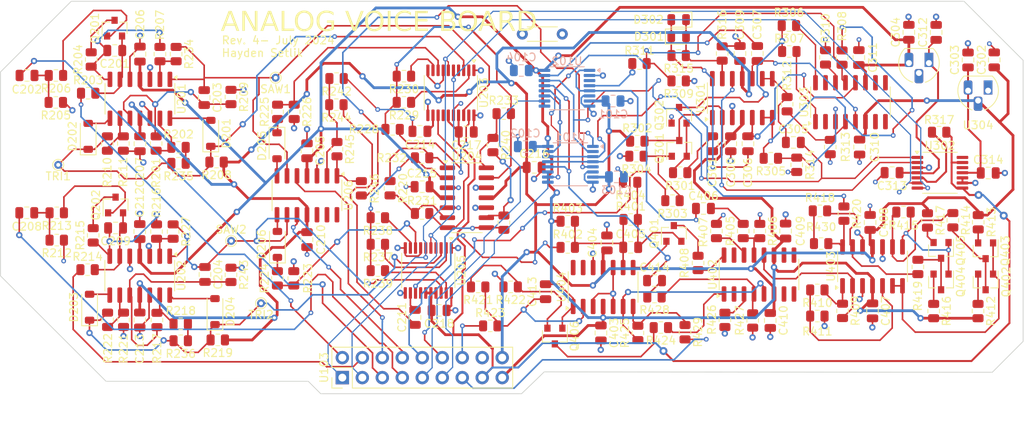
<source format=kicad_pcb>
(kicad_pcb (version 20240108) (generator "pcbnew") (generator_version "8.0")
  (layers (0 "F.Cu" signal) (1 "In1.Cu" signal) (2 "In2.Cu" signal) (31 "B.Cu" signal) (34 "B.Paste" user) (35 "F.Paste" user) (36 "B.SilkS" user "B.Silkscreen") (37 "F.SilkS" user "F.Silkscreen") (38 "B.Mask" user) (39 "F.Mask" user) (44 "Edge.Cuts" user))
  (net 0 "")
  (net 1 "Net-(Q201-E)")
  (net 2 "Net-(C201-Pad2)")
  (net 3 "CLK_1")
  (net 4 "Net-(C202-Pad2)")
  (net 5 "SAW1_FULL")
  (net 6 "Net-(U201C-+)")
  (net 7 "Net-(U202C-+)")
  (net 8 "Net-(U206A--)")
  (net 9 "GND")
  (net 10 "+12V")
  (net 11 "-12V")
  (net 12 "CLK_2")
  (net 13 "Net-(C208-Pad2)")
  (net 14 "Net-(Q202-E)")
  (net 15 "Net-(C209-Pad2)")
  (net 16 "SAW2_FULL")
  (net 17 "Net-(D205-K)")
  (net 18 "Net-(D205-A)")
  (net 19 "+3.3V")
  (net 20 "Net-(C301-Pad1)")
  (net 21 "Net-(Q301-C)")
  (net 22 "Net-(U301B--)")
  (net 23 "FILTER_OUT")
  (net 24 "Net-(U301C-+)")
  (net 25 "Net-(D301-K)")
  (net 26 "Net-(U301B-+)")
  (net 27 "HP_IN")
  (net 28 "Net-(U404C--)")
  (net 29 "Net-(Q401-E)")
  (net 30 "FOLDER_IN")
  (net 31 "Net-(C406-Pad2)")
  (net 32 "Net-(U404A--)")
  (net 33 "Net-(Q406-B)")
  (net 34 "VCA_IN")
  (net 35 "Net-(C414-Pad2)")
  (net 36 "Net-(D201-A)")
  (net 37 "Net-(D202-A)")
  (net 38 "Net-(D203-A)")
  (net 39 "Net-(D204-A)")
  (net 40 "Net-(D301-A)")
  (net 41 "SDA")
  (net 42 "SCL")
  (net 43 "FOLD_FIRST")
  (net 44 "HP_MODE")
  (net 45 "LEVEL_1_CV")
  (net 46 "LEVEL_2_CV")
  (net 47 "PWM_1_CV")
  (net 48 "PWM_2_CV")
  (net 49 "CUTOFF_CV")
  (net 50 "FOLD_CV")
  (net 51 "VCA_CV")
  (net 52 "VCA_OUT")
  (net 53 "Net-(Q201-B)")
  (net 54 "Net-(Q201-C)")
  (net 55 "Net-(Q202-B)")
  (net 56 "Net-(Q202-C)")
  (net 57 "Net-(Q301-B)")
  (net 58 "Net-(Q301-E)")
  (net 59 "Net-(Q302-C)")
  (net 60 "Net-(Q401-B)")
  (net 61 "Net-(Q401-C)")
  (net 62 "Net-(Q402-B)")
  (net 63 "Net-(Q402-E)")
  (net 64 "Net-(Q402-C)")
  (net 65 "Net-(Q403-E)")
  (net 66 "Net-(Q404-B)")
  (net 67 "Net-(Q404-E)")
  (net 68 "Net-(Q404-C)")
  (net 69 "Net-(Q405-E)")
  (net 70 "Net-(Q406-E)")
  (net 71 "Net-(Q406-C)")
  (net 72 "Net-(U201D--)")
  (net 73 "Net-(U201C--)")
  (net 74 "TRI1_FULL")
  (net 75 "Net-(U202D--)")
  (net 76 "Net-(U202C--)")
  (net 77 "TRI2_FULL")
  (net 78 "PULSE2_FULL")
  (net 79 "PULSE1_FULL")
  (net 80 "Net-(U203C-P2W)")
  (net 81 "Net-(U204C--)")
  (net 82 "Net-(U203A-P0W)")
  (net 83 "Net-(U203B-P1W)")
  (net 84 "Net-(U203D-P3W)")
  (net 85 "Net-(U204B--)")
  (net 86 "Net-(U204A--)")
  (net 87 "Net-(U205A-P0W)")
  (net 88 "Net-(U205B-P1W)")
  (net 89 "Net-(U205C-P2W)")
  (net 90 "Net-(U205D-P3W)")
  (net 91 "OSC_MIX")
  (net 92 "Net-(U303C-+)")
  (net 93 "Net-(U301C--)")
  (net 94 "Net-(R306-Pad2)")
  (net 95 "Net-(R307-Pad2)")
  (net 96 "Net-(U303A--)")
  (net 97 "Net-(U303A-+)")
  (net 98 "LP_IN")
  (net 99 "Net-(U303C--)")
  (net 100 "Net-(U402A--)")
  (net 101 "Net-(U402A-+)")
  (net 102 "Net-(R408-Pad1)")
  (net 103 "Net-(R409-Pad1)")
  (net 104 "Net-(U403A--)")
  (net 105 "Net-(U403B-+)")
  (net 106 "Net-(U403C--)")
  (net 107 "Net-(R418-Pad1)")
  (net 108 "Net-(U403D--)")
  (net 109 "FOLDER_OUT")
  (net 110 "Net-(R424-Pad1)")
  (net 111 "Net-(U404B--)")
  (net 112 "Net-(R425-Pad2)")
  (net 113 "Net-(U402C-+)")
  (net 114 "Net-(U402C--)")
  (net 117 "Net-(C211-Pad2)")
  (net 118 "Net-(C214-Pad2)")
  (net 119 "Net-(R220-Pad1)")
  (net 122 "Net-(U301D-+)")
  (net 123 "FILTER_IN")
  (net 139 "Net-(U205A-P0B)")
  (net 140 "Net-(U203A-P0B)")
  (net 141 "Net-(U201A--)")
  (net 142 "Net-(R202-Pad2)")
  (net 143 "Net-(U202A--)")
  (net 144 "Net-(R218-Pad2)")
  (net 145 "Net-(R420-Pad2)")
  (net 146 "Net-(D206-K)")
  (net 147 "Net-(D206-A)")
  (net 148 "-5V")
  (net 149 "Net-(R233-Pad2)")
  (net 150 "Net-(U204D--)")
  (net 151 "Net-(R245-Pad2)")
  (net 155 "+5V")
  (net 156 "Net-(U302-~{SHDN})")
  (footprint "Capacitor_SMD:C_0805_2012Metric" (layer "F.Cu") (at 55.7344 39.3353 180)
    (property "Reference" "C218")
    (property "Value" "100n")
  )
  (footprint "Resistor_SMD:R_0805_2012Metric" (layer "F.Cu") (at 7.0176 12.869 180)
    (property "Reference" "R205")
    (property "Value" "47k")
  )
  (footprint "Resistor_SMD:R_0805_2012Metric" (layer "F.Cu") (at 104.8439 7.1404 -90)
    (property "Reference" "R310")
    (property "Value" "470")
  )
  (footprint "Capacitor_SMD:C_0805_2012Metric" (layer "F.Cu") (at 38.9438 30.3288 90)
    (property "Reference" "C210")
    (property "Value" "100n")
  )
  (footprint "Capacitor_SMD:C_0805_2012Metric" (layer "F.Cu") (at 17.6875 29.3028 -90)
    (property "Reference" "C212")
    (property "Value" "100n")
  )
  (footprint "Diode_SMD:D_SOD-123" (layer "F.Cu") (at 11.1343 17.187 90)
    (property "Reference" "D202")
    (property "Value" "1N4148")
  )
  (footprint "Capacitor_SMD:C_0805_2012Metric" (layer "F.Cu") (at 97.8262 40.617 -90)
    (property "Reference" "C410")
    (property "Value" "100n")
  )
  (footprint "Package_SO:SOIC-16_3.9x9.9mm_P1.27mm" (layer "F.Cu") (at 108.0189 12.8442 90)
    (property "Reference" "U303")
    (property "Value" "LM13700")
  )
  (footprint "Package_SO:TSSOP-20_4.4x6.5mm_P0.65mm" (layer "F.Cu") (at 54.3628 34.2553 -90)
    (property "Reference" "U205")
    (property "Value" "MCP4451-104E-ST")
  )
  (footprint "Capacitor_SMD:C_0805_2012Metric" (layer "F.Cu") (at 122.96 7.47 90)
    (property "Reference" "C303")
    (property "Value" "100n")
  )
  (footprint "Capacitor_SMD:C_0805_2012Metric" (layer "F.Cu") (at 14.5125 6.265 180)
    (property "Reference" "C201")
    (property "Value" "1n")
  )
  (footprint "Resistor_SMD:R_0805_2012Metric" (layer "F.Cu") (at 11.5153 7.408 90)
    (property "Reference" "R204")
    (property "Value" "470")
  )
  (footprint "TestPoint:TestPoint_THTPad_D1.0mm_Drill0.5mm" (layer "F.Cu") (at 34.956 9.7294 180)
    (property "Reference" "SAW1")
    (property "Value" "SAW1_DC")
  )
  (footprint "Resistor_SMD:R_0805_2012Metric" (layer "F.Cu") (at 101.19 20.81 90)
    (property "Reference" "R314")
    (property "Value" "470")
  )
  (footprint "Resistor_SMD:R_0805_2012Metric" (layer "F.Cu") (at 29.28 34.8125 -90)
    (property "Reference" "R243")
    (property "Value" "10k")
  )
  (footprint "Resistor_SMD:R_0805_2012Metric" (layer "F.Cu") (at 22.3103 6.7222 -90)
    (property "Reference" "R234")
    (property "Value" "33k")
  )
  (footprint "Resistor_SMD:R_0805_2012Metric" (layer "F.Cu") (at 117.8052 27.8892 -90)
    (property "Reference" "R417")
    (property "Value" "22k")
  )
  (footprint "Capacitor_SMD:C_0805_2012Metric" (layer "F.Cu") (at 17.7129 18.1268 90)
    (property "Reference" "C207")
    (property "Value" "100n")
  )
  (footprint "Capacitor_SMD:C_0805_2012Metric" (layer "F.Cu") (at 25.978 34.7617 -90)
    (property "Reference" "C204")
    (property "Value" "1u")
  )
  (footprint "TestPoint:TestPoint_THTPad_D1.0mm_Drill0.5mm" (layer "F.Cu") (at 7.3243 20.8192 180)
    (property "Reference" "TRI1")
    (property "Value" "SAW1_DC")
  )
  (footprint "Resistor_SMD:R_0805_2012Metric" (layer "F.Cu") (at 15.6301 40.5296 90)
    (property "Reference" "R221")
    (property "Value" "10k")
  )
  (footprint "Resistor_SMD:R_0805_2012Metric" (layer "F.Cu") (at 11.1343 11.7006)
    (property "Reference" "R203")
    (property "Value" "100k")
  )
  (footprint "Resistor_SMD:R_0805_2012Metric" (layer "F.Cu") (at 104.14 26.67)
    (property "Reference" "R418")
    (property "Value" "100k")
  )
  (footprint "PCM_4ms_Package_SOT:SOT-23" (layer "F.Cu") (at 85.5726 29.5402 90)
    (property "Reference" "Q401")
    (property "Value" "BC857")
  )
  (footprint "Resistor_SMD:R_0805_2012Metric" (layer "F.Cu") (at 119.29 16.66 180)
    (property "Reference" "R317")
    (property "Value" "10k")
  )
  (footprint "PCM_4ms_Package_SOT:SOT-23" (layer "F.Cu") (at 14.4871 3.4202 90)
    (property "Reference" "Q201")
    (property "Value" "BC857")
  )
  (footprint "Resistor_SMD:R_0805_2012Metric" (layer "F.Cu") (at 13.5727 18.1014 90)
    (property "Reference" "R210")
    (property "Value" "10k")
  )
  (footprint "TestPoint:TestPoint_THTPad_D1.0mm_Drill0.5mm" (layer "F.Cu") (at 33.1018 38.4314 180)
    (property "Reference" "TRI2")
    (property "Value" "SAW1_DC")
  )
  (footprint "Resistor_SMD:R_0805_2012Metric" (layer "F.Cu") (at 63.975 28.175 -90)
    (property "Reference" "R241" (hide yes))
    (property "Value" "100k")
  )
  (footprint "Capacitor_SMD:C_0805_2012Metric" (layer "F.Cu") (at 77.0636 30.749201 90)
    (property "Reference" "C404")
    (property "Value" "100n")
  )
  (footprint "Capacitor_SMD:C_0805_2012Metric" (layer "F.Cu") (at 80.0862 31.308001)
    (property "Reference" "C405")
    (property "Value" "1n")
  )
  (footprint "Resistor_SMD:R_0805_2012Metric" (layer "F.Cu") (at 47.95 34.275 180)
    (property "Reference" "R239")
    (property "Value" "100k")
  )
  (footprint "Resistor_SMD:R_0805_2012Metric" (layer "F.Cu") (at 103.8098 40.0558)
    (property "Reference" "R411")
    (property "Value" "5k6")
  )
  (footprint "Resistor_SMD:R_0805_2012Metric" (layer "F.Cu") (at 64.83 36.34 180)
    (property "Reference" "R422")
    (property "Value" "1k")
  )
  (footprint "Resistor_SMD:R_0805_2012Metric" (layer "F.Cu") (at 86.99 42.11 -90)
    (property "Reference" "R429")
    (property "Value" "1k")
  )
  (footprint "Resistor_SMD:R_0805_2012Metric" (layer "F.Cu") (at 81.0006 42.204601 90)
    (property "Reference" "R425")
    (property "Value" "33k")
  )
  (footprint "Resistor_SMD:R_0805_2012Metric" (layer "F.Cu") (at 80.0125 23.025 180)
    (property "Reference" "R404")
    (property "Value" "1k")
  )
  (footprint "Capacitor_SMD:C_0805_2012Metric" (layer "F.Cu") (at 14.6141 28.8456 180)
    (property "Reference" "C209")
    (property "Value" "1n")
  )
  (footprint "Resistor_SMD:R_0805_2012Metric" (layer "F.Cu") (at 116.586 33.8074 90)
    (property "Reference" "R419")
    (property "Value" "10k")
  )
  (footprint "Resistor_SMD:R_0805_2012Metric" (layer "F.Cu") (at 19.7703 18.1014 -90)
    (property "Reference" "R201")
    (property "Value" "10k")
  )
  (footprint "PCM_4ms_Package_SOT:SOT-23" (layer "F.Cu") (at 86.233 14.5057 90)
    (property "Reference" "Q302")
    (property "Value" "BC857")
  )
  (footprint "Diode_SMD:D_SOD-123" (layer "F.Cu") (at 27.248 39.4861 90)
    (property "Reference" "D204")
    (property "Value" "1N4148")
  )
  (footprint "Capacitor_SMD:C_0805_2012Metric" (layer "F.Cu") (at 89.3318 26.3652)
    (property "Reference" "C406")
    (property "Value" "470n")
  )
  (footprint "Resistor_SMD:R_0805_2012Metric" (layer "F.Cu") (at 22.6151 20.616 180)
    (property "Reference" "R235")
    (property "Value" "10k")
  )
  (footprint "Package_SO:TSSOP-20_4.4x6.5mm_P0.65mm" (layer "F.Cu") (at 57.233 11.6493 -90)
    (property "Reference" "U203")
    (property "Value" "MCP4451-104E-ST")
  )
  (footprint "Capacitor_SMD:C_0805_2012Metric" (layer "F.Cu") (at 118.91 3.959999 90)
    (property "Reference" "C312")
    (property "Value" "100n")
  )
  (footprint "PCM_4ms_Package_SOT:SOT-23" (layer "F.Cu") (at 125.1966 31.75 -90)
    (property "Reference" "Q403")
    (property "Value" "BC847")
  )
  (footprint "Resistor_SMD:R_0805_2012Metric" (layer "F.Cu") (at 22.8945 41.0376)
    (property "Reference" "R218")
    (property "Value" "10k")
  )
  (footprint "Resistor_SMD:R_0805_2012Metric" (layer "F.Cu") (at 83.1088 37.632601 180)
    (property "Reference" "R428")
    (property "Value" "100k")
  )
  (footprint "Resistor_SMD:R_0805_2012Metric" (layer "F.Cu") (at 42.7538 18.8226 -90)
    (property "Reference" "R245")
    (property "Value" "56k")
  )
  (footprint "Capacitor_SMD:C_0805_2012Metric" (layer "F.Cu") (at 3.36 9.44)
    (property "Reference" "C202")
    (property "Value" "1n")
  )
  (footprint "Connector_PinHeader_2.54mm:PinHeader_2x09_P2.54mm_Vertical" (layer "F.Cu") (at 43.4375 47.8875 90)
    (property "Reference" "U103")
    (property "Value" "VoiceBoardConn_18P_254P")
  )
  (footprint "Capacitor_SMD:C_0805_2012Metric" (layer "F.Cu") (at 17.6875 40.555 90)
    (property "Reference" "C213")
    (property "Value" "100n")
  )
  (footprint "Package_SO:SOIC-14_3.9x8.7mm_P1.27mm" (layer "F.Cu") (at 17.7116 12.4118 -90)
    (property "Reference" "U201")
    (property "Value" "TL074")
  )
  (footprint "Package_SO:TSSOP-14_4.4x5mm_P0.65mm" (layer "F.Cu") (at 119.39 21.82)
    (property "Reference" "U302")
    (property "Value" "AD5280")
  )
  (footprint "LED_SMD:LED_0805_2012Metric" (layer "F.Cu") (at 86.18 4.497)
    (property "Reference" "D301")
    (property "Value" "LED")
  )
  (footprint "Diode_SMD:D_SOD-123" (layer "F.Cu") (at 35.1325 18.3908 -90)
    (property "Reference" "D205")
    (property "Value" "1N4148")
  )
  (footprint "Capacitor_SMD:C_0805_2012Metric" (layer "F.Cu") (at 110.8202 39.3954 -90)
    (property "Reference" "C407")
    (property "Value" "100n")
  )
  (footprint "Resistor_SMD:R_0805_2012Metric" (layer "F.Cu") (at 63.95 14.3 180)
    (property "Reference" "R233")
    (property "Value" "33k")
  )
  (footprint "Capacitor_SMD:C_0805_2012Metric" (layer "F.Cu") (at 94.9887 18.1274 -90)
    (property "Reference" "C306")
    (property "Value" "1n")
  )
  (footprint "Capacitor_SMD:C_0805_2012Metric" (layer "F.Cu") (at 92.8043 18.1274 -90)
    (property "Reference" "C308")
    (property "Value" "100n")
  )
  (footprint "Resistor_SMD:R_0805_2012Metric" (layer "F.Cu") (at 96.4966 29.2378 -90)
    (property "Reference" "R406")
    (property "Value" "680")
  )
  (footprint "PCM_4ms_Package_SOT:SOT-23" (layer "F.Cu") (at 70.45 42.6 -90)
    (property "Reference" "Q406")
    (property "Value" "BC857")
  )
  (footprint "Capacitor_SMD:C_0805_2012Metric" (layer "F.Cu") (at 96.1825 6.6466 90)
    (property "Reference" "C307")
    (property "Value" "1n")
  )
  (footprint "Resistor_SMD:R_0805_2012Metric" (layer "F.Cu") (at 22.6151 18.584)
    (property "Reference" "R202")
    (property "Value" "10k")
  )
  (footprint "LED_SMD:LED_0805_2012Metric" (layer "F.Cu") (at 86.18 2.338 180)
    (property "Reference" "D302")
    (property "Value" "LED")
  )
  (footprint "Capacitor_SMD:C_0805_2012Metric" (layer "F.Cu") (at 125.53 21.85)
    (property "Reference" "C314")
    (property "Value" "100n")
  )
  (footprint "Resistor_SMD:R_0805_2012Metric" (layer "F.Cu") (at 20.2529 6.7222 90)
    (property "Reference" "R207")
    (property "Value" "100k")
  )
  (footprint "Capacitor_SMD:C_0805_2012Metric" (layer "F.Cu") (at 69.2658 36.957 90)
    (property "Reference" "C413")
    (property "Value" "1n")
  )
  (footprint "Resistor_SMD:R_0805_2012Metric" (layer "F.Cu") (at 45.8526 23.8 -90)
    (property "Reference" "R246")
    (property "Value" "470")
  )
  (footprint "Resistor_SMD:R_0805_2012Metric" (layer "F.Cu") (at 105.45 18.55 90)
    (property "Reference" "R313")
    (property "Value" "470")
  )
  (footprint "Resistor_SMD:R_0805_2012Metric" (layer "F.Cu") (at 91.7121 6.6466 -90)
    (property "Reference" "R316")
    (property "Value" "1k8")
  )
  (footprint "Capacitor_SMD:C_0805_2012Metric" (layer "F.Cu") (at 17.7129 6.7222 -90)
    (property "Reference" "C206")
    (property "Value" "100n")
  )
  (footprint "Resistor_SMD:R_0805_2012Metric" (layer "F.Cu") (at 86.3758 21.8118)
    (property "Reference" "R301")
    (property "Value" "4k7")
  )
  (footprint "Resistor_SMD:R_0805_2012Metric" (layer "F.Cu") (at 53.5762 19.917)
    (property "Reference" "R232")
    (property "Value" "33k")
  )
  (footprint "Resistor_SMD:R_0805_2012Metric" (layer "F.Cu") (at 62.575 18.3 -90)
    (property "Reference" "R240")
    (property "Value" "100k")
  )
  (footprint "Resistor_SMD:R_0805_2012Metric" (layer "F.Cu") (at 49.5 23.7924 -90)
    (property "Reference" "R220")
    (property "Value" "100k")
  )
  (footprint "Resistor_SMD:R_0805_2012Metric" (layer "F.Cu") (at 72.0852 31.3182)
    (property "Reference" "R402")
    (property "Value" "100k")
  )
  (footprint "Diode_SMD:D_SOD-123" (layer "F.Cu") (at 26.7146 16.8039 90)
    (property "Reference" "D201")
    (property "Value" "1N4148")
  )
  (footprint "Resistor_SMD:R_0805_2012Metric" (layer "F.Cu") (at 42.703 9.831 180)
    (property "Reference" "R242")
    (property "Value" "10k")
  )
  (footprint "Resistor_SMD:R_0805_2012Metric" (layer "F.Cu") (at 51.2621 9.531401 180)
    (property "Reference" "R230")
    (property "Value" "100k")
  )
  (footprint "Resistor_SMD:R_0805_2012Metric" (layer "F.Cu") (at 27.4512 20.4615 180)
    (property "Reference" "R208")
    (property "Value" "10k")
  )
  (footprint "Resistor_SMD:R_0805_2012Metric" (layer "F.Cu") (at 22.8945 43.1966 180)
    (property "Reference" "R236")
    (property "Value" "10k")
  )
  (footprint "PCM_4ms_Package_SOT:SOT-23" (layer "F.Cu") (at 14.6141 25.9246 90)
    (property "Reference" "Q202")
    (property "Value" "BC857")
  )
  (footprint "Resistor_SMD:R_0805_2012Metric" (layer "F.Cu") (at 94.3884 29.2378 -90)
    (property "Reference" "R405")
    (property "Value" "100k")
  )
  (footprint "Resistor_SMD:R_0805_2012Metric" (layer "F.Cu") (at 7.1363 30.395 180)
    (property "Reference" "R212")
    (property "Value" "47k")
  )
  (footprint "Resistor_SMD:R_0805_2012Metric" (layer "F.Cu") (at 21.9293 29.3028 -90)
    (property "Reference" "R227")
    (property "Value" "33k")
  )
  (footprint "Resistor_SMD:R_0805_2012Metric" (layer "F.Cu") (at 80.0862 27.7622)
    (property "Reference" "R401")
    (property "Value" "6k8")
  )
  (footprint "Package_SO:SOIC-16_3.9x9.9mm_P1.27mm" (layer "F.Cu") (at 96.395 34.775 90)
    (property "Reference" "U402")
    (property "Value" "LM13700")
  )
  (footprint "TestPoint:TestPoint_THTPad_D1.0mm_Drill0.5mm" (layer "F.Cu") (at 29.3054 30.4945)
    (property "Reference" "SAW2")
    (property "Value" "SAW2_DC")
  )
  (footprint "Capacitor_SMD:C_0805_2012Metric" (layer "F.Cu") (at 93.9727 6.6466 90)
    (property "Reference" "C309")
    (property "Value" "100n")
  )
  (footprint "PCM_4ms_Package_SOT:SOT-23" (layer "F.Cu") (at 119.5324 35.7124 -90)
    (property "Reference" "Q404")
    (property "Value" "BC857")
  )
  (footprint "Capacitor_SMD:C_0805_2012Metric" (layer "F.Cu") (at 99.7732 29.2378 90)
    (property "Reference" "C409")
    (property "Value" "100n")
  )
  (footprint "PCM_4ms_Package_SOT:SOT-23" (layer "F.Cu") (at 125.1966 35.7124 -90)
    (property "Reference" "Q402")
    (property "Value" "BC857")
  )
  (footprint "Resistor_SMD:R_0805_2012Metric" (layer "F.Cu") (at 107.0102 39.3954 -90)
    (property "Reference" "R409")
    (property "Value" "47k")
  )
  (footprint "Resistor_SMD:R_0805_2012Metric" (layer "F.Cu") (at 124.2314 39.4208 -90)
    (property "Reference" "R412")
    (property "Value" "22k")
  )
  (footprint "Resistor_SMD:R_0805_2012Metric" (layer "F.Cu") (at 7.0333 9.440601 180)
    (property "Reference" "R206")
    (property "Value" "1k")
  )
  (footprint "Resistor_SMD:R_0805_2012Metric" (layer "F.Cu") (at 99.9671 13.0982 90)
    (property "Reference" "R312")
    (property "Value" "10k")
  )
  (footprint "Resistor_SMD:R_0805_2012Metric" (layer "F.Cu") (at 100.2446 6.3926)
    (property "Reference" "R307")
    (property "Value" "10k")
  )
  (footprint "Resistor_SMD:R_0805_2012Metric" (layer "F.Cu") (at 90.9848 29.2378 -90)
    (property "Reference" "R407")
    (property "Value" "680")
  )
  (footprint "Resistor_SMD:R_0805_2012Metric" (layer "F.Cu") (at 104.2924 30.8356 180)
    (property "Reference" "R430")
    (property "Value" "33k")
  )
  (footprint "Resistor_SMD:R_0805_2012Metric" (layer "F.Cu") (at 35.1833 35.2564 -90)
    (property "Reference" "R224")
    (property "Value" "100k")
  )
  (footprint "Resistor_SMD:R_0805_2012Metric" (layer "F.Cu") (at 19.8211 29.3028 90)
    (property "Reference" "R216")
    (property "Value" "100k")
  )
  (footprint "Resistor_SMD:R_0805_2012Metric" (layer "F.Cu") (at 11.7693 29.7854 90)
    (property "Reference" "R215")
    (property "Value" "470")
  )
  (footprint "Resistor_SMD:R_0805_2012Metric" (layer "F.Cu") (at 80.82 19.71 180)
    (property "Reference" "R304")
    (property "Value" "1k8")
  )
  (footprint "Capacitor_SMD:C_0805_2012Metric" (layer "F.Cu") (at 52.675 40.225 -90)
    (property "Reference" "C211")
    (property "Value" "1u")
  )
  (footprint "Resistor_SMD:R_0805_2012Metric" (layer "F.Cu") (at 107.188 27.0256 -90)
    (property "Reference" "R420")
    (property "Value" "1k")
  )
  (footprint "Capacitor_SMD:C_0805_2012Metric" (layer "F.Cu") (at 126.29 7.46 90)
    (property "Reference" "C302")
    (property "Value" "470n")
  )
  (footprint "Resistor_SMD:R_0805_2012Metric" (layer "F.Cu") (at 51.2621 12.8588 180)
    (property "Reference" "R229")
    (property "Value" "100k")
  )
  (footprint "Capacitor_SMD:C_0805_2012Metric" (layer "F.Cu") (at 59.1888 16.6277 180)
    (property "Reference" "C217")
    (property "Value" "100n")
  )
  (footprint "Capacitor_SMD:C_0805_2012Metric" (layer "F.Cu") (at 53.5762 23.5987)
    (property "Reference" "C215")
    (property "Value" "100n")
  )
  (footprint "Capacitor_SMD:C_0805_2012Metric" (layer "F.Cu") (at 109.0857 7.1658 90)
    (property "Reference" "C311")
    (property "Value" "100n")
  )
  (footprint "Capacitor_SMD:C_0805_2012Metric" (layer "F.Cu") (at 83.1147 35.544201)
    (property "Reference" "C414")
    (property "Value" "470n")
  )
  (footprint "Capacitor_SMD:C_0805_2012Metric" (layer "F.Cu") (at 67.818 21.1315 180)
    (property "Reference" "C216")
    (property "Value" "100n")
  )
  (footprint "Resistor_THT:R_Axial_DIN0204_L3.6mm_D1.6mm_P5.08mm_Horizontal" (layer "F.Cu") (at 66.31 4.175)
    (property "Reference" "R247" (hide yes))
    (property "Value" "LOOP" (hide yes))
  )
  (footprint "Resistor_SMD:R_0805_2012Metric" (layer "F.Cu") (at 86.18 6.91 180)
    (property "Reference" "R315")
    (property "Value" "10k")
  )
  (footprint "Package_SO:SOIC-14_3.9x8.7mm_P1.27mm" (layer "F.Cu") (at 110.8215 33.7312 90)
    (property "Reference" "U403")
    (property "Value" "TL074")
  )
  (footprint "Resistor_SMD:R_0805_2012Metric" (layer "F.Cu") (at 27.6036 43.0929 180)
    (property "Reference" "R219")
    (property "Value" "10k")
  )
  (footprint "Capacitor_SMD:C_0805_2012Metric" (layer "F.Cu") (at 53.3 16.55 180)
    (property "Reference" "C214")
    (property "Value" "1u")
  )
  (footprint "Resistor_SMD:R_0805_2012Metric" (layer "F.Cu") (at 35.2051 14.0728 90)
    (property "Reference" "R225")
    (property "Value" "92k")
  )
  (footprint "Resistor_SMD:R_0805_2012Metric" (layer "F.Cu") (at 85.3948 25.3746 180)
    (property "Reference" "R303")
    (property "Value" "100k")
  )
  (footprint "Resistor_SMD:R_0805_2012Metric" (layer "F.Cu") (at 13.5981 40.5296 90)
    (property "Reference" "R222")
    (property "Value" "10k")
  )
  (footprint "Resistor_SMD:R_0805_2012Metric" (layer "F.Cu") (at 29.28 12.1811 -90)
    (property "Reference" "R209")
    (property "Value" "10k")
  )
  (footprint "Resistor_SMD:R_0805_2012Metric" (layer "F.Cu") (at 103.8098 36.7284 180)
    (property "Reference" "R410")
    (property "Value" "47k")
  )
  (footprint "Capacitor_SMD:C_0805_2012Metric" (layer "F.Cu") (at 25.8764 12.2573 -90)
    (property "Reference" "C203")
    (property "Value" "1u")
  )
  (footprint "Resistor_SMD:R_0805_2012Metric" (layer "F.Cu") (at 53.575 27)
    (property "Reference" "R231")
    (property "Value" "100k")
  )
  (footprint "Resistor_SMD:R_0805_2012Metric" (layer "F.Cu") (at 47.95 30.9222 180)
    (property "Reference" "R237")
    (property "Value" "100k")
  )
  (footprint "Resistor_SMD:R_0805_2012Metric" (layer "F.Cu") (at 15.6047 18.1014 90)
    (property "Reference" "R211")
    (property "Value" "10k")
  )
  (footprint "Resistor_SMD:R_0805_2012Metric" (layer "F.Cu") (at 80.9244 17.8054)
    (property "Reference" "R302")
    (property "Value" "470k")
  )
  (footprint "Resistor_SMD:R_0805_2012Metric" (layer "F.Cu") (at 88.65 33.3 90)
    (property "Reference" "R408")
    (property "Value" "4k7")
  )
  (footprint "Resistor_SMD:R_0805_2012Metric" (layer "F.Cu") (at 97.9 19.98 180)
    (property "Reference" "R305")
    (property "Value" "10k")
  )
  (footprint "Resistor_SMD:R_0805_2012Metric" (layer "F.Cu") (at 42.6776 13.1584 180)
    (property "Reference" "R244")
    (property "Value" "10k")
  )
  (footprint "Package_SO:SOIC-14_3.9x8.7mm_P1.27mm" (layer "F.Cu") (at 38.9425 24.69 -90)
    (property "Reference" "U206")
    (property "Value" "TL074")
  )
  (footprint "Diode_SMD:D_SOD-123" (layer "F.Cu") (at 35.1833 30.9384 90)
    (property "Reference" "D206")
    (property "Value" "1N4148")
  )
  (footprint "Package_TO_SOT_THT:TO-92_HandSolder" (layer "F.Cu") (at 117.99 7.860001 180)
    (property "Reference" "U305" (hide yes))
    (property "Value" " DI78L05ZAB")
  )
  (footprint "PCM_4ms_Package_SOT:SOT-23" (layer "F.Cu") (at 86.26 18.72 90)
    (property "Reference" "Q301")
    (property "Value" "BC857")
  )
  (footprint "Capacitor_SMD:C_0805_2012Metric" (layer "F.Cu") (at 109.175 18.55 -90)
    (property "Reference" "C310")
    (property "Value" "100n")
  )
  (footprint "Resistor_SMD:R_0805_2012Metric" (layer "F.Cu") (at 121.031 27.8638 -90)
    (property "Reference" "R414")
    (property "Value" "10k")
  )
  (footprint "Resistor_SMD:R_0805_2012Metric" (layer "F.Cu") (at 118.5926 39.4208 -90)
    (property "Reference" "R416")
    (property "Value" "22k")
  )
  (footprint "PCM_4ms_Package_SOT:SOT-23" (layer "F.Cu") (at 119.5324 31.6992 -90)
    (property "Reference" "Q405")
    (property "Value" "BC847")
  )
  (footprint "Resistor_SMD:R_0805_2012Metric" (layer "F.Cu") (at 11.0581 34.1542)
    (property "Reference" "R214")
    (property "Value" "100k")
  )
  (footprint "Resistor_SMD:R_0805_2012Metric" (layer "F.Cu") (at 47.95 27.544 180)
    (property "Reference" "R238")
    (property "Value" "100k")
  )
  (footprint "Resistor_SMD:R_0805_2012Metric" (layer "F.Cu") (at 37.262499 35.2564 90)
    (property "Reference" "R223")
    (property "Value" "47k")
  )
  (footprint "Resistor_SMD:R_0805_2012Metric" (layer "F.Cu") (at 83.9216 41.518801 180)
    (property "Reference" "R424")
    (property "Value" "4k7")
  )
  (footprint "Resistor_SMD:R_0805_2012Metric" (layer "F.Cu") (at 95.591 40.617 90)
    (property "Reference" "R427")
    (property "Value" "680")
  )
  (footprint "Resistor_SMD:R_0805_2012Metric" (layer "F.Cu") (at 72.0852 27.9908)
    (property "Reference" "R403")
    (property "Value" "680k")
  )
  (footprint "Package_SO:SOIC-14_3.9x8.7mm_P1.27mm" (layer "F.Cu") (at 59.265 25)
    (property "Reference" "U204")
    (property "Value" "TL074")
  )
  (footprint "Capacitor_SMD:C_0805_2012Metric" (layer "F.Cu") (at 38.9438 19.0258 -90)
    (property "Reference" "C205")
    (property "Value" "100n")
  )
  (footprint "Capacitor_SMD:C_0805_2012Metric" (layer "F.Cu") (at 76.3016 42.204601 -90)
    (property "Reference" "C403")
    (property "Value" "100n")
  )
  (footprint "Resistor_SMD:R_0805_2012Metric" (layer "F.Cu") (at 100.1957 3.0906)
    (property "Reference" "R306")
    (property "Value" "10k")
  )
  (footprint "Capacitor_SMD:C_0805_2012Metric" (layer "F.Cu") (at 90.4675 18.1274 -90)
    (property "Reference" "C301")
    (property "Value" "4n7")
  )
  (footprint "Package_SO:SOIC-14_3.9x8.7mm_P1.27mm" (layer "F.Cu") (at 94.27 12.325 90)
    (property "Reference" "U301")
    (property "Value" "TL074")
  )
  (footprint "Capacitor_SMD:C_0805_2012Metric" (layer "F.Cu") (at 115.439999 3.950001 90)
    (property "Reference" "C304")
    (property "Value" "470n")
  )
  (footprint "Resistor_SMD:R_0805_2012Metric" (layer "F.Cu") (at 92.0604 40.5408 90)
    (property "Reference" "R426")
    (property "Value" "680")
  )
  (footprint "Package_SO:SOIC-14_3.9x8.7mm_P1.27mm" (layer "F.Cu") (at 76.5823 36.362601 90)
    (property "Reference" "U404")
    (property "Value" "TL074")
  )
  (footprint "Capacitor_SMD:C_0805_2012Metric" (layer "F.Cu") (at 100.76 17.96)
    (property "Reference" "C305")
    (property "Value" "470n")
  )
  (footprint "Capacitor_SMD:C_0805_2012Metric" (layer "F.Cu") (at 3.3263 26.9152)
    (property "Reference" "C208")
    (property "Value" "1n")
  )
  (footprint "Resistor_SMD:R_0805_2012Metric" (layer "F.Cu") (at 19.8719 40.555 90)
    (property "Reference" "R217")
    (property "Value" "10k")
  )
  (footprint "Capacitor_SMD:C_0805_2012Metric" (layer "F.Cu") (at 110.5154 28.1432 90)
    (property "Reference" "C408")
    (property "Value" "100n")
  )
  (footprint "Package_SO:SOIC-14_3.9x8.7mm_P1.27mm" (layer "F.Cu") (at 17.6875 34.9162 -90)
    (property "Reference" "U202")
    (property "Value" "TL074")
  )
  (footprint "Resistor_SMD:R_0805_2012Metric" (layer "F.Cu") (at 7.1363 26.9218 180)
    (property "Reference" "R213")
    (property "Value" "1k")
  )
  (footprint "Resistor_SMD:R_0805_2012Metric" (layer "F.Cu") (at 62.2368 41.3068)
    (property "Reference" "R423")
    (property "Value" "100k")
  )
  (footprint "Resistor_SMD:R_0805_2012Metric" (layer "F.Cu") (at 49.825 16.3 180)
    (property "Reference" "R228")
    (property "Value" "100k")
  )
  (footprint "Resistor_SMD:R_0805_2012Metric" (layer "F.Cu") (at 60.7 36.35 180)
    (property "Reference" "R421")
    (property "Value" "12k")
  )
  (footprint "Resistor_SMD:R_0805_2012Metric" (layer "F.Cu") (at 114.7572 26.8224 180)
    (property "Reference" "R415")
    (property "Value" "18k")
  )
  (footprint "Capacitor_SMD:C_0805_2012Metric" (layer "F.Cu") (at 113.31 21.81 180)
    (property "Reference" "C313")
    (property "Value" "100n")
  )
  (footprint "Package_TO_SOT_THT:TO-92_HandSolder" (layer "F.Cu") (at 125.51 11.37 180)
    (property "Reference" "U304")
    (property "Value" "DI79L05ZAB")
  )
  (footprint "Resistor_SMD:R_0805_2012Metric" (layer "F.Cu") (at 37.3169 14.0728 -90)
    (property "Reference" "R226")
    (property "Value" "100k")
  )
  (footprint "Resistor_SMD:R_0805_2012Metric" (layer "F.Cu") (at 106.9521 7.1658 90)
    (property "Reference" "R308")
    (property "Value" "10k")
  )
  (footprint "Resistor_SMD:R_0805_2012Metric" (layer "F.Cu") (at 81.2038 7.9248)
    (property "Reference" "R311")
    (property "Value" "10k")
  )
  (footprint "Diode_SMD:D_SOD-123" (layer "F.Cu") (at 11.3121 38.9294 90)
    (property "Reference" "D203")
    (property "Value" "1N4148")
  )
  (footprint "Resistor_SMD:R_0805_2012Metric" (layer "F.Cu") (at 124.2568 28.1178 -90)
    (property "Reference" "R413")
    (property "Value" "22k")
  )
  (footprint "Resistor_SMD:R_0805_2012Metric" (layer "F.Cu") (at 86.1822 10.1346 180)
    (property "Reference" "R309")
    (property "Value" "470")
  )
  (footprint "Package_SO:TSSOP-16_4.4x5mm_P0.65mm" (layer "B.Cu") (at 71.989838 11.0676 180)
    (property "Reference" "U102")
    (property "Value" "TMUX4053")
  )
  (footprint "Capacitor_SMD:C_0805_2012Metric" (layer "B.Cu") (at 77.841538 12.6932)
    (property "Reference" "C101")
    (property "Value" "100n")
  )
  (footprint "Capacitor_SMD:C_0805_2012Metric" (layer "B.Cu") (at 66.690938 18.4844 180)
    (property "Reference" "C102")
    (property "Value" "100n")
  )
  (footprint "Capacitor_SMD:C_0805_2012Metric" (layer "B.Cu") (at 66.182938 8.807 180)
    (property "Reference" "C104")
    (property "Value" "100n")
  )
  (footprint "Capacitor_SMD:C_0805_2012Metric" (layer "B.Cu") (at 78.273338 22.3452)
    (property "Reference" "C103")
    (property "Value" "100n")
  )
  (footprint "Package_SO:TSSOP-16_4.4x5mm_P0.65mm" (layer "B.Cu") (at 72.4175 20.745 180)
    (property "Reference" "U101")
    (property "Value" "TMUX4053")
  )
  (gr_poly (pts (xy 66.2125 49.9375) (xy 68.159215 48.070595) (xy 69.091476 47.154449) (xy 126.046077 47.210829) (xy 129.9625 43.2816) (xy 129.9625 7.5125) (xy 122.4525 0.0025) (xy 8.9801 0.0025) (xy -0.0125 8.9951) (xy -0.0125 34.9425) (xy 13.4041 48.3591) (xy 39.1091 48.3591) (xy 40.6875 49.9375)) (stroke (width 0.1)) (fill none) (layer "Edge.Cuts"))
  (gr_text "ANALOG VOICE BOARD" (at 27.9794 4.1988 0) (layer "F.SilkS") (effects (font (size 2.5 2.5)) (justify left bottom)))
  (gr_text "Rev. 4- July 2024\nHayden Setlik" (at 28.02 7.16 0) (layer "F.SilkS") (effects (font (size 1 1)) (justify left bottom)))
  (segment (start 15.4371 4.4202) (end 15.4371 6.239601) (width 0.2032) (layer "F.Cu") (net 1))
  (segment (start 15.1716 10.911799) (end 15.1716 9.9368) (width 0.2032) (layer "F.Cu") (net 1))
  (segment (start 15.462499 9.645901) (end 15.1716 9.9368) (width 0.2032) (layer "F.Cu") (net 1))
  (segment (start 12.0468 11.7006) (end 14.382799 11.7006) (width 0.2032) (layer "F.Cu") (net 1))
  (segment (start 14.382799 11.7006) (end 15.1716 10.911799) (width 0.2032) (layer "F.Cu") (net 1))
  (segment (start 15.462499 6.265) (end 15.462499 9.645901) (width 0.2032) (layer "F.Cu") (net 1))
  (segment (start 13.1618 9.9368) (end 13.9016 9.9368) (width 0.2032) (layer "F.Cu") (net 2))
  (segment (start 11.5153 8.312201) (end 13.562501 6.265) (width 0.2032) (layer "F.Cu") (net 2))
  (segment (start 20.2529 5.8097) (end 20.2529 4.0529) (width 0.2032) (layer "F.Cu") (net 2))
  (segment (start 11.5455 8.3205) (end 13.1618 9.9368) (width 0.2032) (layer "F.Cu") (net 2))
  (segment (start 20.2529 4.0529) (end 20.2 4) (width 0.2032) (layer "F.Cu") (net 2))
  (segment (start 12.347501 5.05) (end 13.562501 6.265) (width 0.2032) (layer "F.Cu") (net 2))
  (segment (start 12.325 5.05) (end 12.347501 5.05) (width 0.2032) (layer "F.Cu") (net 2))
  (via (at 12.325 5.05) (size 0.8) (drill 0.4) (layers "F.Cu" "B.Cu") (net 2))
  (via (at 20.2 4) (size 0.8) (drill 0.4) (layers "F.Cu" "B.Cu") (net 2))
  (segment (start 20.2 4) (end 19.8984 3.6984) (width 0.2032) (layer "B.Cu") (net 2))
  (segment (start 13.6766 3.6984) (end 12.325 5.05) (width 0.2032) (layer "B.Cu") (net 2))
  (segment (start 19.8984 3.6984) (end 13.6766 3.6984) (width 0.2032) (layer "B.Cu") (net 2))
  (segment (start 40.925 38.405) (end 47.275 44.755) (width 0.2032) (layer "F.Cu") (net 3))
  (segment (start 40.925 36.025) (end 40.925 38.405) (width 0.2032) (layer "F.Cu") (net 3))
  (segment (start 47.275 44.755) (end 47.275 46.645) (width 0.2032) (layer "F.Cu") (net 3))
  (segment (start 47.275 46.645) (end 48.5175 47.8875) (width 0.2032) (layer "F.Cu") (net 3))
  (segment (start 4.25 7.6) (end 2.41 9.44) (width 0.2032) (layer "F.Cu") (net 3))
  (via (at 4.25 7.6) (size 0.8) (drill 0.4) (layers "F.Cu" "B.Cu") (net 3))
  (via (at 40.925 36.025) (size 0.8) (drill 0.4) (layers "F.Cu" "B.Cu") (net 3))
  (segment (start 40.925 36.025) (end 36.6 36.025) (width 0.2032) (layer "B.Cu") (net 3))
  (segment (start 8.175 7.6) (end 4.25 7.6) (width 0.2032) (layer "B.Cu") (net 3))
  (segment (start 36.6 36.025) (end 8.175 7.6) (width 0.2032) (layer "B.Cu") (net 3))
  (segment (start 4.31 9.44) (end 6.120199 9.44) (width 0.2032) (layer "F.Cu") (net 4))
  (segment (start 6.1051 12.869) (end 6.1051 9.456301) (width 0.2032) (layer "F.Cu") (net 4))
  (segment (start 25.8632 9.9368) (end 25.8764 9.95) (width 0.2032) (layer "F.Cu") (net 5))
  (segment (start 23.5347 5.8097) (end 25.8764 8.1514) (width 0.2032) (layer "F.Cu") (net 5))
  (segment (start 58.858 14.5118) (end 58.858 13.842) (width 0.2032) (layer "F.Cu") (net 5))
  (segment (start 41.5604 3.125) (end 34.956 9.7294) (width 0.2032) (layer "F.Cu") (net 5))
  (segment (start 32.1 16.53) (end 32.1 12.5854) (width 0.2032) (layer "F.Cu") (net 5))
  (segment (start 33.77 18.2) (end 32.1 16.53) (width 0.2032) (layer "F.Cu") (net 5))
  (segment (start 22.3103 5.8097) (end 23.5347 5.8097) (width 0.2032) (layer "F.Cu") (net 5))
  (segment (start 36.4025 19.2025) (end 35.4 18.2) (width 0.2032) (layer "F.Cu") (net 5))
  (segment (start 25.8764 9.95) (end 25.8764 11.307301) (width 0.2032) (layer "F.Cu") (net 5))
  (segment (start 32.84 11.8454) (end 32.84 9.7294) (width 0.2032) (layer "F.Cu") (net 5))
  (segment (start 25.8764 8.1514) (end 25.8764 9.725) (width 0.2032) (layer "F.Cu") (net 5))
  (segment (start 25.8764 9.725) (end 25.8764 9.95) (width 0.2032) (layer "F.Cu") (net 5))
  (segment (start 36.4025 22.215) (end 36.4025 19.2025) (width 0.2032) (layer "F.Cu") (net 5))
  (segment (start 21.5216 9.9368) (end 25.8632 9.9368) (width 0.2032) (layer "F.Cu") (net 5))
  (segment (start 32.84 9.7294) (end 25.8808 9.7294) (width 0.2032) (layer "F.Cu") (net 5))
  (segment (start 32.1 12.5854) (end 32.84 11.8454) (width 0.2032) (layer "F.Cu") (net 5))
  (segment (start 35.4 18.2) (end 33.77 18.2) (width 0.2032) (layer "F.Cu") (net 5))
  (segment (start 34.956 9.7294) (end 32.84 9.7294) (width 0.2032) (layer "F.Cu") (net 5))
  (segment (start 56.95 3.125) (end 41.5604 3.125) (width 0.2032) (layer "F.Cu") (net 5))
  (segment (start 62.1 8.275) (end 56.95 3.125) (width 0.2032) (layer "F.Cu") (net 5))
  (segment (start 58.858 13.842) (end 62.1 10.6) (width 0.2032) (layer "F.Cu") (net 5))
  (segment (start 62.1 8.275) (end 62.1 10.6) (width 0.2032) (layer "F.Cu") (net 5))
  (segment (start 25.8808 9.7294) (end 25.8764 9.725) (width 0.2032) (layer "F.Cu") (net 5))
  (segment (start 29.28 13.0936) (end 25.990099 13.0936) (width 0.2032) (layer "F.Cu") (net 6))
  (segment (start 18.55 12) (end 19.65 13.1) (width 0.2032) (layer "F.Cu") (net 6))
  (segment (start 24.219101 11.55) (end 24.175 11.55) (width 0.2032) (layer "F.Cu") (net 6))
  (segment (start 16.5 12) (end 18.55 12) (width 0.2032) (layer "F.Cu") (net 6))
  (segment (start 16.4416 14.538986) (end 15.65 13.747386) (width 0.2032) (layer "F.Cu") (net 6))
  (segment (start 16.4416 14.8868) (end 16.4416 14.538986) (width 0.2032) (layer "F.Cu") (net 6))
  (segment (start 15.65 13.747386) (end 15.65 12.85) (width 0.2032) (layer "F.Cu") (net 6))
  (segment (start 25.8764 13.207299) (end 24.219101 11.55) (width 0.2032) (layer "F.Cu") (net 6))
  (segment (start 15.65 12.85) (end 16.5 12) (width 0.2032) (layer "F.Cu") (net 6))
  (segment (start 19.65 17.0686) (end 19.65 13.1) (width 0.2032) (layer "F.Cu") (net 6))
  (via (at 19.65 13.1) (size 0.8) (drill 0.4) (layers "F.Cu" "B.Cu") (net 6))
  (via (at 24.175 11.55) (size 0.8) (drill 0.4) (layers "F.Cu" "B.Cu") (net 6))
  (segment (start 21.2 11.55) (end 19.65 13.1) (width 0.2032) (layer "B.Cu") (net 6))
  (segment (start 24.175 11.55) (end 21.2 11.55) (width 0.2032) (layer "B.Cu") (net 6))
  (segment (start 16.4175 35.4825) (end 17.175 34.725) (width 0.2032) (layer "F.Cu") (net 7))
  (segment (start 18.175 34.725) (end 19.161699 35.711699) (width 0.2032) (layer "F.Cu") (net 7))
  (segment (start 19.8719 42.5381) (end 18.64 43.77) (width 0.2032) (layer "F.Cu") (net 7))
  (segment (start 25.978 35.711699) (end 29.266699 35.711699) (width 0.2032) (layer "F.Cu") (net 7))
  (segment (start 17.39 43.77) (end 16.6609 43.0409) (width 0.2032) (layer "F.Cu") (net 7))
  (segment (start 16.6609 37.6346) (end 16.4175 37.3912) (width 0.2032) (layer "F.Cu") (net 7))
  (segment (start 16.6609 43.0409) (end 16.6609 37.6346) (width 0.2032) (layer "F.Cu") (net 7))
  (segment (start 17.175 34.725) (end 18.175 34.725) (width 0.2032) (layer "F.Cu") (net 7))
  (segment (start 19.8719 41.4675) (end 19.8719 42.5381) (width 0.2032) (layer "F.Cu") (net 7))
  (segment (start 19.161699 35.711699) (end 25.978 35.711699) (width 0.2032) (layer "F.Cu") (net 7))
  (segment (start 16.4175 37.3912) (end 16.4175 35.4825) (width 0.2032) (layer "F.Cu") (net 7))
  (segment (start 18.64 43.77) (end 17.39 43.77) (width 0.2032) (layer "F.Cu") (net 7))
  (segment (start 41.4825 22.215) (end 41.4825 19.1814) (width 0.2032) (layer "F.Cu") (net 8))
  (segment (start 41.7905 9.831) (end 41.7905 13.133) (width 0.2032) (layer "F.Cu") (net 8))
  (segment (start 41.7905 13.133) (end 41.7651 13.1584) (width 0.2032) (layer "F.Cu") (net 8))
  (segment (start 41.7651 14.4901) (end 41.7651 13.1584) (width 0.2032) (layer "F.Cu") (net 8))
  (segment (start 42.7538 15.4788) (end 41.7651 14.4901) (width 0.2032) (layer "F.Cu") (net 8))
  (segment (start 41.4825 19.1814) (end 42.7538 17.9101) (width 0.2032) (layer "F.Cu") (net 8))
  (segment (start 42.7538 17.9101) (end 42.7538 15.4788) (width 0.2032) (layer "F.Cu") (net 8))
  (segment (start 57.2878 37.1178) (end 57.2878 38.731899) (width 0.25) (layer "F.Cu") (net 9))
  (segment (start 79.9075 19.71) (end 78.72 19.71) (width 0.2032) (layer "F.Cu") (net 9))
  (segment (start 104.7223 40.0558) (end 104.7223 41.3223) (width 0.2032) (layer "F.Cu") (net 9))
  (segment (start 104.7223 41.3223) (end 104.725 41.325) (width 0.2032) (layer "F.Cu") (net 9))
  (segment (start 95.591 41.5295) (end 95.591 42.759) (width 0.2032) (layer "F.Cu") (net 9))
  (segment (start 75.3123 32.1123) (end 75.31 32.11) (width 0.2032) (layer "F.Cu") (net 9))
  (segment (start 56.258 8.7868) (end 56.258 10.042) (width 0.2032) (layer "F.Cu") (net 9))
  (segment (start 110.8202 40.345399) (end 110.8202 41.4798) (width 0.2032) (layer "F.Cu") (net 9))
  (segment (start 122.96 5.36) (end 122.95 5.35) (width 0.2032) (layer "F.Cu") (net 9))
  (segment (start 18.8703 37.4784) (end 18.8703 40.322199) (width 0.2032) (layer "F.Cu") (net 9))
  (segment (start 61.0368 8.7868) (end 61.05 8.8) (width 0.2032) (layer "F.Cu") (net 9))
  (segment (start 17.7129 4.4121) (end 17.725 4.4) (width 0.2032) (layer "F.Cu") (net 9))
  (segment (start 17.7129 19.076799) (end 17.7129 20.0629) (width 0.2032) (layer "F.Cu") (net 9))
  (segment (start 92.0604 41.4533) (end 92.0604 42.2646) (width 0.2032) (layer "F.Cu") (net 9))
  (segment (start 95.591 42.759) (end 95.575 42.775) (width 0.2032) (layer "F.Cu") (net 9))
  (segment (start 15.6301 41.4421) (end 15.6301 42.5949) (width 0.2032) (layer "F.Cu") (net 9))
  (segment (start 54.308 9.558) (end 55.525 10.775) (width 0.2032) (layer "F.Cu") (net 9))
  (segment (start 8.0488 30.395) (end 8.0488 33.0212) (width 0.2032) (layer "F.Cu") (net 9))
  (segment (start 97.8262 42.6988) (end 97.825 42.7) (width 0.2032) (layer "F.Cu") (net 9))
  (segment (start 93.9727 5.696601) (end 93.9727 5.0477) (width 0.2032) (layer "F.Cu") (net 9))
  (segment (start 16.4175 34.0425) (end 16.45 34.075) (width 0.2032) (layer "F.Cu") (net 9))
  (segment (start 17.6875 41.504999) (end 17.6875 42.5875) (width 0.2032) (layer "F.Cu") (net 9))
  (segment (start 115.439999 3.000002) (end 115.439999 2.014999) (width 0.2032) (layer "F.Cu") (net 9))
  (segment (start 104.8439 4.8939) (end 104.825 4.875) (width 0.18) (layer "F.Cu") (net 9))
  (segment (start 122.2525 23.12) (end 123.88 23.12) (width 0.25) (layer "F.Cu") (net 9))
  (segment (start 118.91 3.01) (end 118.91 1.985) (width 0.2032) (layer "F.Cu") (net 9))
  (segment (start 60.405 23.73) (end 60.4 23.725) (width 0.2032) (layer "F.Cu") (net 9))
  (segment (start 92.0604 42.2646) (end 92.05 42.275) (width 0.2032) (layer "F.Cu") (net 9))
  (segment (start 15.6301 42.5949) (end 15.625 42.6) (width 0.2032) (layer "F.Cu") (net 9))
  (segment (start 109.0857 4.8893) (end 109.1 4.875) (width 0.18) (layer "F.Cu") (net 9))
  (segment (start 77.0636 29.799202) (end 77.0636 28.4386) (width 0.2032) (layer "F.Cu") (net 9))
  (segment (start 51.4378 37.1178) (end 50.8072 37.1178) (width 0.2032) (layer "F.Cu") (net 9))
  (segment (start 93.9727 5.0477) (end 93.4 4.475) (width 0.2032) (layer "F.Cu") (net 9))
  (segment (start 79.1 23.025) (end 79.1 21.96) (width 0.2032) (layer "F.Cu") (net 9))
  (segment (start 30.8564 11.2686) (end 30.875 11.25) (width 0.2032) (layer "F.Cu") (net 9))
  (segment (start 50.8072 37.1178) (end 50.8 37.125) (width 0.2032) (layer "F.Cu") (net 9))
  (segment (start 109.5515 31.2562) (end 109.5515 30.0765) (width 0.2032) (layer "F.Cu") (net 9))
  (segment (start 18.9816 9.9368) (end 18.9816 8.4434) (width 0.2032) (layer "F.Cu") (net 9))
  (segment (start 101.19 21.7225) (end 100.0775 21.7225) (width 0.18) (layer "F.Cu") (net 9))
  (segment (start 85.283 15.5057) (end 85.283 14.683) (width 0.2032) (layer "F.Cu") (net 9))
  (segment (start 51.6069 32.4319) (end 51.4378 32.2628) (width 0.2032) (layer "F.Cu") (net 9))
  (segment (start 18.9575 31.263402) (end 18.835814 31.141716) (width 0.2032) (layer "F.Cu") (net 9))
  (segment (start 53.3878 32.130299) (end 53.086199 32.4319) (width 0.2032) (layer "F.Cu") (net 9))
  (segment (start 18.9816 8.4434) (end 19 8.425) (width 0.2032) (layer "F.Cu") (net 9))
  (segment (start 109.175 19.499999) (end 109.175 20.525) (width 0.2032) (layer "F.Cu") (net 9))
  (segment (start 56.684399 39.3353) (end 57.7897 39.3353) (width 0.2032) (layer "F.Cu") (net 9))
  (segment (start 109.5515 30.0765) (end 108.9 29.425) (width 0.2032) (layer "F.Cu") (net 9))
  (segment (start 110.5154 27.193201) (end 110.5154 26.0404) (width 0.18) (layer "F.Cu") (net 9))
  (segment (start 75.3123 38.837601) (end 75.3123 37.862602) (width 0.2032) (layer "F.Cu") (net 9))
  (segment (start 57.558 14.5118) (end 57.558 13.774301) (width 0.2032) (layer "F.Cu") (net 9))
  (segment (start 18.9575 32.4412) (end 18.9575 31.263402) (width 0.2032) (layer "F.Cu") (net 9))
  (segment (start 50.4678 31.3928) (end 50.45 31.375) (width 0.2032) (layer "F.Cu") (net 9))
  (segment (start 51.4378 32.2628) (end 51.4378 31.3928) (width 0.2032) (layer "F.Cu") (net 9))
  (segment (start 17.7129 5.772201) (end 17.7129 4.4121) (width 0.2032) (layer "F.Cu") (net 9))
  (segment (start 112.0915 32.7665) (end 112.1 32.775) (width 0.2032) (layer "F.Cu") (net 9))
  (segment (start 77.8523 38.837601) (end 77.8523 37.2023) (width 0.2032) (layer "F.Cu") (net 9))
  (segment (start 110.5154 26.0404) (end 110.5 26.025) (width 0.18) (layer "F.Cu") (net 9))
  (segment (start 116.5275 21.17) (end 118 21.17) (width 0.2032) (layer "F.Cu") (net 9))
  (segment (start 16.4416 7.043501) (end 17.7129 5.772201) (width 0.2032) (layer "F.Cu") (net 9))
  (segment (start 40.2125 20.8625) (end 40.75 20.325) (width 0.2032) (layer "F.Cu") (net 9))
  (segment (start 37.262499 34.3439) (end 37.262499 33.112499) (width 0.2032) (layer "F.Cu") (net 9))
  (segment (start 104.8439 6.2279) (end 104.8439 4.8939) (width 0.18) (layer "F.Cu") (net 9))
  (segment (start 56.258 10.042) (end 55.525 10.775) (width 0.2032) (layer "F.Cu") (net 9))
  (segment (start 100.0775 21.7225) (end 100.075 21.725) (width 0.18) (layer "F.Cu") (net 9))
  (segment (start 112.360001 21.81) (end 112.360001 21.814999) (width 0.2032) (layer "F.Cu") (net 9))
  (segment (start 61.74 23.73) (end 60.405 23.73) (width 0.2032) (layer "F.Cu") (net 9))
  (segment (start 122.2525 23.12) (end 122.2525 22.47) (width 0.25) (layer "F.Cu") (net 9))
  (segment (start 57.558 13.774301) (end 58.332301 13) (width 0.2032) (layer "F.Cu") (net 9))
  (segment (start 99.7732 28.287801) (end 99.7732 27.1268) (width 0.2032) (layer "F.Cu") (net 9))
  (segment (start 58.195 23.73) (end 58.2 23.725) (width 0.25) (layer "F.Cu") (net 9))
  (segment (start 126.29 6.510001) (end 126.29 6.02) (width 0.2032) (layer "F.Cu") (net 9))
  (segment (start 61.74 26.27) (end 60.355 26.27) (width 0.2032) (layer "F.Cu") (net 9))
  (segment (start 51.4378 31.3928) (end 50.4678 31.3928) (width 0.2032) (layer "F.Cu") (net 9))
  (segment (start 93.9727 5.696601) (end 91.749599 5.696601) (width 0.2032) (layer "F.Cu") (net 9))
  (segment (start 8.119 12.869) (end 9.125 13.875) (width 0.2032) (layer "F.Cu") (net 9))
  (segment (start 37.3169 16.1331) (end 37.3 16.15) (width 0.2032) (layer "F.Cu") (net 9))
  (segment (start 18.8703 40.322199) (end 17.6875 41.504999) (width 0.2032) (layer "F.Cu") (net 9))
  (segment (start 57.2878 38.731899) (end 56.684399 39.3353) (width 0.25) (layer "F.Cu") (net 9))
  (segment (start 93 14.8) (end 93 13.325) (width 0.2032) (layer "F.Cu") (net 9))
  (segment (start 99.7732 27.1268) (end 99.775 27.125) (width 0.2032) (layer "F.Cu") (net 9))
  (segment (start 51.5263 23.5987) (end 51.525 23.6) (width 0.2032) (layer "F.Cu") (net 9))
  (segment (start 37.262499 33.112499) (end 37.25 33.1) (width 0.2032) (layer "F.Cu") (net 9))
  (segment (start 109.5515 37.5235) (end 109.175 37.9) (width 0.2032) (layer "F.Cu") (net 9))
  (segment (start 112.360001 21.814999) (end 111.175 23) (width 0.2032) (layer "F.Cu") (net 9))
  (segment (start 122.96 6.520001) (end 122.96 5.36) (width 0.2032) (layer "F.Cu") (net 9))
  (segment (start 109.0857 6.215801) (end 109.0857 4.8893) (width 0.18) (layer "F.Cu") (net 9))
  (segment (start 57.2878 31.3928) (end 58.1428 31.3928) (width 0.2032) (layer "F.Cu") (net 9))
  (segment (start 90.9848 28.3253) (end 90.9848 28.0652) (width 0.2032) (layer "F.Cu") (net 9))
  (segment (start 77.8523 37.1977) (end 77.85 37.2) (width 0.2032) (layer "F.Cu") (net 9))
  (segment (start 63.9175 35.7675) (end 62.825 34.675) (width 0.2032) (layer "F.Cu") (net 9))
  (segment (start 17.6875 27.0625) (end 17.7 27.05) (width 0.2032) (layer "F.Cu") (net 9))
  (segment (start 54.308 8.7868) (end 54.308 9.558) (width 0.2032) (layer "F.Cu") (net 9))
  (segment (start 29.28 33.9) (end 30.65 33.9) (width 0.2032) (layer "F.Cu") (net 9))
  (segment (start 60.158 14.5118) (end 60.9618 14.5118) (width 0.2032) (layer "F.Cu") (net 9))
  (segment (start 105.45 19.4625) (end 105.45 20.525) (width 0.2032) (layer "F.Cu") (net 9))
  (segment (start 75.3123 33.887601) (end 75.3123 32.1123) (width 0.2032) (layer "F.Cu") (net 9))
  (segment (start 126.29 6.02) (end 125.67 5.4) (width 0.2032) (layer "F.Cu") (net 9))
  (segment (start 37.3169 14.9853) (end 37.3169 16.1331) (width 0.2032) (layer "F.Cu") (net 9))
  (segment (start 97.8262 41.566999) (end 97.8262 42.6988) (width 0.2032) (layer "F.Cu") (net 9))
  (segment (start 56.79 23.73) (end 58.195 23.73) (width 0.25) (layer "F.Cu") (net 9))
  (segment (start 115.439999 2.014999) (end 115.4 1.975) (width 0.2032) (layer "F.Cu") (net 9))
  (segment (start 60.138799 14.531001) (end 60.158 14.5118) (width 0.2032) (layer "F.Cu") (net 9))
  (segment (start 16.4175 32.4412) (end 16.4175 34.0425) (width 0.2032) (layer "F.Cu") (net 9))
  (segment (start 18.9816 14.0566) (end 18 13.075) (width 0.2032) (layer "F.Cu") (net 9))
  (segment (start 79.1 21.96) (end 78.44 21.3) (width 0.2032) (layer "F.Cu") (net 9))
  (segment (start 92.8043 20.2957) (end 92.8 20.3) (width 0.2032) (layer "F.Cu") (net 9))
  (segment (start 76.3016 44.3284) (end 76.28 44.35) (width 0.2032) (layer "F.Cu") (net 9))
  (segment (start 8.0488 33.0212) (end 8.02 33.05) (width 0.2032) (layer "F.Cu") (net 9))
  (segment (start 90.9848 28.0652) (end 91.85 27.2) (width 0.2032) (layer "F.Cu") (net 9))
  (segment (start 17.6875 28.352801) (end 17.6875 27.0625) (width 0.2032) (layer "F.Cu") (net 9))
  (segment (start 60.355 26.27) (end 60.35 26.275) (width 0.2032) (layer "F.Cu") (net 9))
  (segment (start 77.8523 37.2023) (end 77.85 37.2) (width 0.2032) (layer "F.Cu") (net 9))
  (segment (start 17.7129 19.076799) (end 15.667599 19.076799) (width 0.2032) (layer "F.Cu") (net 9))
  (segment (start 60.9618 14.5118) (end 60.975 14.525) (width 0.2032) (layer "F.Cu") (net 9))
  (segment (start 56.79 26.27) (end 58.195 26.27) (width 0.25) (layer "F.Cu") (net 9))
  (segment (start 38.9438 16.2812) (end 38.95 16.275) (width 0.2032) (layer "F.Cu") (net 9))
  (segment (start 109.5515 36.2062) (end 109.5515 37.5235) (width 0.2032) (layer "F.Cu") (net 9))
  (segment (start 38.9438 18.075801) (end 38.9438 16.2812) (width 0.2032) (layer "F.Cu") (net 9))
  (segment (start 92.8043 19.077399) (end 92.8043 20.2957) (width 0.2032) (layer "F.Cu") (net 9))
  (segment (start 17.6875 42.5875) (end 17.7 42.6) (width 0.2032) (layer "F.Cu") (net 9))
  (segment (start 112.0915 31.2562) (end 112.0915 32.7665) (width 0.2032) (layer "F.Cu") (net 9))
  (segment (start 60.138799 16.6277) (end 60.138799 14.531001) (width 0.2032) (layer "F.Cu") (net 9))
  (segment (start 77.0636 28.4386) (end 77.05 28.425) (width 0.2032) (layer "F.Cu") (net 9))
  (segment (start 54.308 12.808) (end 54.3 12.8) (width 0.2032) (layer "F.Cu") (net 9))
  (segment (start 60.158 8.7868) (end 61.0368 8.7868) (width 0.2032) (layer "F.Cu") (net 9))
  (segment (start 77.8523 33.887601) (end 77.8523 37.1977) (width 0.2032) (layer "F.Cu") (net 9))
  (segment (start 68.767999 21.1315) (end 68.767999 21.632001) (width 0.2032) (layer "F.Cu") (net 9))
  (segment (start 76.3016 43.1546) (end 76.3016 44.3284) (width 0.2032) (layer "F.Cu") (net 9))
  (segment (start 57.7897 39.3353) (end 57.8 39.325) (width 0.2032) (layer "F.Cu") (net 9))
  (segment (start 40.2125 22.215) (end 40.2125 20.8625) (width 0.2032) (layer "F.Cu") (net 9))
  (segment (start 54.308 14.5118) (end 54.308 12.808) (width 0.2032) (layer "F.Cu") (net 9))
  (segment (start 96.4966 27.1534) (end 96.525 27.125) (width 0.2032) (layer "F.Cu") (net 9))
  (segment (start 53.086199 32.4319) (end 51.6069 32.4319) (width 0.2032) (layer "F.Cu") (net 9))
  (segment (start 68.767999 21.632001) (end 67.8 22.6) (width 0.2032) (layer "F.Cu") (net 9))
  (segment (start 88.1596 10.1346) (end 88.175 10.15) (width 0.2032) (layer "F.Cu") (net 9))
  (segment (start 53.3878 31.3928) (end 53.3878 32.130299) (width 0.2032) (layer "F.Cu") (net 9))
  (segment (start 75.974902 37.2) (end 77.85 37.2) (width 0.2032) (layer "F.Cu") (net 9))
  (segment (start 126.479999 21.85) (end 127.64 21.85) (width 0.25) (layer "F.Cu") (net 9))
  (segment (start 110.8202 41.4798) (end 110.8 41.5) (width 0.2032) (layer "F.Cu") (net 9))
  (segment (start 58.1428 31.3928) (end 58.15 31.4) (width 0.2032) (layer "F.Cu") (net 9))
  (segment (start 58.195 26.27) (end 58.2 26.275) (width 0.25) (layer "F.Cu") (net 9))
  (segment (start 38.9438 31.278799) (end 38.9438 32.2188) (width 0.2032) (layer "F.Cu") (net 9))
  (segment (start 123.88 23.12) (end 123.89 23.11) (width 0.25) (layer "F.Cu") (net 9))
  (segment (start 38.9438 32.2188) (end 38.95 32.225) (width 0.2032) (layer "F.Cu") (net 9))
  (segment (start 17.7129 20.0629) (end 18.15 20.5) (width 0.2032) (layer "F.Cu") (net 9))
  (segment (start 29.28 11.2686) (end 30.8564 11.2686) (width 0.2032) (layer "F.Cu") (net 9))
  (segment (start 16.4416 9.9368) (end 16.4416 7.043501) (width 0.2032) (layer "F.Cu") (net 9))
  (segment (start 75.3123 37.862602) (end 75.974902 37.2) (width 0.2032) (layer "F.Cu") (net 9))
  (segment (start 96.4966 28.3253) (end 96.4966 27.1534) (width 0.2032) (layer "F.Cu") (net 9))
  (segment (start 52.626201 23.5987) (end 51.5263 23.5987) (width 0.2032) (layer "F.Cu") (net 9))
  (segment (start 118.91 1.985) (end 118.9 1.975) (width 0.2032) (layer "F.Cu") (net 9))
  (segment (start 85.283 14.683) (end 85.275 14.675) (width 0.2032) (layer "F.Cu") (net 9))
  (segment (start 87.0947 10.1346) (end 88.1596 10.1346) (width 0.2032) (layer "F.Cu") (net 9))
  (segment (start 58.332301 13) (end 58.5 13) (width 0.2032) (layer "F.Cu") (net 9))
  (via (at 51.525 23.6) (size 0.6) (drill 0.3) (layers "F.Cu" "B.Cu") (net 9))
  (via (at 118 21.17) (size 0.8) (drill 0.4) (layers "F.Cu" "B.Cu") (net 9))
  (via (at 55.525 10.775) (size 0.8) (drill 0.4) (layers "F.Cu" "B.Cu") (net 9))
  (via (at 18 13.075) (size 0.8) (drill 0.4) (layers "F.Cu" "B.Cu") (net 9))
  (via (at 97.825 42.7) (size 0.8) (drill 0.4) (layers "F.Cu" "B.Cu") (net 9))
  (via (at 58.15 31.4) (size 0.8) (drill 0.4) (layers "F.Cu" "B.Cu") (net 9))
  (via (at 58.5 13) (size 0.6) (drill 0.3) (layers "F.Cu" "B.Cu") (net 9))
  (via (at 8.02 33.05) (size 0.6) (drill 0.3) (layers "F.Cu" "B.Cu") (net 9))
  (via (at 50.45 31.375) (size 0.8) (drill 0.4) (layers "F.Cu" "B.Cu") (net 9))
  (via (at 92.8 20.3) (size 0.8) (drill 0.4) (layers "F.Cu" "B.Cu") (net 9))
  (via (at 15.625 42.6) (size 0.8) (drill 0.4) (layers "F.Cu" "B.Cu") (net 9))
  (via (at 92.05 42.275) (size 0.8) (drill 0.4) (layers "F.Cu" "B.Cu") (net 9))
  (via (at 17.7 42.6) (size 0.8) (drill 0.4) (layers "F.Cu" "B.Cu") (net 9))
  (via (at 95.575 42.775) (size 0.8) (drill 0.4) (layers "F.Cu" "B.Cu") (net 9))
  (via (at 17.725 4.4) (size 0.8) (drill 0.4) (layers "F.Cu" "B.Cu") (net 9))
  (via (at 104.725 41.325) (size 0.8) (drill 0.4) (layers "F.Cu" "B.Cu") (net 9))
  (via (at 75.375 14.325) (size 0.8) (drill 0.4) (layers "F.Cu" "B.Cu") (net 9))
  (via (at 64.6 7.575) (size 0.8) (drill 0.4) (layers "F.Cu" "B.Cu") (net 9))
  (via (at 62.825 34.675) (size 0.8) (drill 0.4) (layers "F.Cu" "B.Cu") (net 9))
  (via (at 37.3 16.15) (size 0.8) (drill 0.4) (layers "F.Cu" "B.Cu") (net 9))
  (via (at 109.175 20.525) (size 0.6) (drill 0.3) (layers "F.Cu" "B.Cu") (net 9))
  (via (at 78.72 19.71) (size 0.8) (drill 0.4) (layers "F.Cu" "B.Cu") (net 9))
  (via (at 108.9 29.425) (size 0.8) (drill 0.4) (layers "F.Cu" "B.Cu") (net 9))
  (via (at 77.85 37.2) (size 0.8) (drill 0.4) (layers "F.Cu" "B.Cu") (net 9))
  (via (at 96.525 27.125) (size 0.6) (drill 0.3) (layers "F.Cu" "B.Cu") (net 9))
  (via (at 93.4 4.475) (size 0.8) (drill 0.4) (layers "F.Cu" "B.Cu") (net 9))
  (via (at 30.875 11.25) (size 0.8) (drill 0.4) (layers "F.Cu" "B.Cu") (net 9))
  (via (at 118.9 1.975) (size 0.8) (drill 0.4) (layers "F.Cu" "B.Cu") (net 9))
  (via (at 60.975 14.525) (size 0.8) (drill 0.4) (layers "F.Cu" "B.Cu") (net 9))
  (via (at 75.275 23.95) (size 0.8) (drill 0.4) (layers "F.Cu" "B.Cu") (net 9))
  (via (at 110.8 41.5) (size 0.8) (drill 0.4) (layers "F.Cu" "B.Cu") (net 9))
  (via (at 105.45 20.525) (size 0.6) (drill 0.3) (layers "F.Cu" "B.Cu") (net 9))
  (via (at 125.67 5.4) (size 0.6) (drill 0.3) (layers "F.Cu" "B.Cu") (net 9))
  (via (at 100.075 21.725) (size 0.6) (drill 0.3) (layers "F.Cu" "B.Cu") (net 9))
  (via (at 17.7 27.05) (size 0.8) (drill 0.4) (layers "F.Cu" "B.Cu") (net 9))
  (via (at 16.45 34.075) (size 0.8) (drill 0.4) (layers "F.Cu" "B.Cu") (net 9))
  (via (at 76.28 44.35) (size 0.8) (drill 0.4) (layers "F.Cu" "B.Cu") (net 9))
  (via (at 77.05 28.425) (size 0.8) (drill 0.4) (layers "F.Cu" "B.Cu") (net 9))
  (via (at 60.4 23.725) (size 0.8) (drill 0.4) (layers "F.Cu" "B.Cu") (net 9))
  (via (at 30.65 33.9) (size 0.8) (drill 0.4) (layers "F.Cu" "B.Cu") (net 9))
  (via (at 78.44 21.3) (size 0.6) (drill 0.3) (layers "F.Cu" "B.Cu") (net 9))
  (via (at 76.55 9.45) (size 0.8) (drill 0.4) (layers "F.Cu" "B.Cu") (net 9))
  (via (at 93 13.325) (size 0.8) (drill 0.4) (layers "F.Cu" "B.Cu") (net 9))
  (via (at 109.175 37.9) (size 0.8) (drill 0.4) (layers "F.Cu" "B.Cu") (net 9))
  (via (at 67.8 22.6) (size 0.8) (drill 0.4) (layers "F.Cu" "B.Cu") (net 9))
  (via (at 40.75 20.325) (size 0.8) (drill 0.4) (layers "F.Cu" "B.Cu") (net 9))
  (via (at 57.8 39.325) (size 0.8) (drill 0.4) (layers "F.Cu" "B.Cu") (net 9))
  (via (at 38.95 16.275) (size 0.8) (drill 0.4) (layers "F.Cu" "B.Cu") (net 9))
  (via (at 18.15 20.5) (size 0.8) (drill 0.4) (layers "F.Cu" "B.Cu") (net 9))
  (via (at 111.175 23) (size 0.6) (drill 0.3) (layers "F.Cu" "B.Cu") (net 9))
  (via (at 18.835814 31.141716) (size 0.8) (drill 0.4) (layers "F.Cu" "B.Cu") (net 9))
  (via (at 9.125 13.875) (size 0.8) (drill 0.4) (layers "F.Cu" "B.Cu") (net 9))
  (via (at 54.3 12.8) (size 0.8) (drill 0.4) (layers "F.Cu" "B.Cu") (net 9))
  (via (at 75.31 32.11) (size 0.8) (drill 0.4) (layers "F.Cu" "B.Cu") (net 9))
  (via (at 80.05 12.7) (size 0.8) (drill 0.4) (layers "F.Cu" "B.Cu") (net 9))
  (via (at 109.1 4.875) (size 0.6) (drill 0.3) (layers "F.Cu" "B.Cu") (net 9))
  (via (at 19 8.425) (size 0.8) (drill 0.4) (layers "F.Cu" "B.Cu") (net 9))
  (via (at 37.25 33.1) (size 0.8) (drill 0.4) (layers "F.Cu" "B.Cu") (net 9))
  (via (at 38.95 32.225) (size 0.6) (drill 0.3) (layers "F.Cu" "B.Cu") (net 9))
  (via (at 50.8 37.125) (size 0.8) (drill 0.4) (layers "F.Cu" "B.Cu") (net 9))
  (via (at 60.35 26.275) (size 0.8) (drill 0.4) (layers "F.Cu" "B.Cu") (net 9))
  (via (at 91.85 27.2) (size 0.6) (drill 0.3) (layers "F.Cu" "B.Cu") (net 9))
  (via (at 110.5 26.025) (size 0.6) (drill 0.3) (layers "F.Cu" "B.Cu") (net 9))
  (via (at 115.4 1.975) (size 0.8) (drill 0.4) (layers "F.Cu" "B.Cu") (net 9))
  (via (at 58.2 23.725) (size 0.6) (drill 0.3) (layers "F.Cu" "B.Cu") (net 9))
  (via (at 61.05 8.8) (size 0.8) (drill 0.4) (layers "F.Cu" "B.Cu") (net 9))
  (via (at 123.89 23.11) (size 0.8) (drill 0.4) (layers "F.Cu" "B.Cu") (net 9))
  (via (at 58.2 26.275) (size 0.6) (drill 0.3) (layers "F.Cu" "B.Cu") (net 9))
  (via (at 65.75 17.175) (size 0.6) (drill 0.3) (layers "F.Cu" "B.Cu") (net 9))
  (via (at 112.1 32.775) (size 0.8) (drill 0.4) (layers "F.Cu" "B.Cu") (net 9))
  (via (at 88.175 10.15) (size 0.8) (drill 0.4) (layers "F.Cu" "B.Cu") (net 9))
  (via (at 99.775 27.125) (size 0.8) (drill 0.4) (layers "F.Cu" "B.Cu") (net 9))
  (via (at 104.825 4.875) (size 0.6) (drill 0.3) (layers "F.Cu" "B.Cu") (net 9))
  (via (at 122.95 5.35) (size 0.8) (drill 0.4) (layers "F.Cu" "B.Cu") (net 9))
  (via (at 85.275 14.675) (size 0.6) (drill 0.3) (layers "F.Cu" "B.Cu") (net 9))
  (via (at 127.64 21.85) (size 0.8) (drill 0.4) (layers "F.Cu" "B.Cu") (net 9))
  (segment (start 76.5426 9.4426) (end 76.55 9.45) (width 0.2032) (layer "B.Cu") (net 9))
  (segment (start 75.28 23.945) (end 75.275 23.95) (width 0.2032) (layer "B.Cu") (net 9))
  (segment (start 75.28 23.02) (end 75.28 23.945) (width 0.2032) (layer "B.Cu") (net 9))
  (segment (start 74.852338 13.3426) (end 74.852338 13.802338) (width 0.2032) (layer "B.Cu") (net 9))
  (segment (start 74.542501 23.02) (end 75.28 23.02) (width 0.2032) (layer "B.Cu") (net 9))
  (segment (start 78.791537 12.6932) (end 80.0432 12.6932) (width 0.2032) (layer "B.Cu") (net 9))
  (segment (start 74.0574 12.0426) (end 73.813238 12.286762) (width 0.2032) (layer "B.Cu") (net 9))
  (segment (start 74.542501 21.72) (end 74.225 22.037501) (width 0.2032) (layer "B.Cu") (net 9))
  (segment (start 74.225 22.037501) (end 74.225 22.702499) (width 0.2032) (layer "B.Cu") (net 9))
  (segment (start 74.852338 12.0426) (end 74.0574 12.0426) (width 0.2032) (layer "B.Cu") (net 9))
  (segment (start 74.852338 13.802338) (end 75.375 14.325) (width 0.2032) (layer "B.Cu") (net 9))
  (segment (start 74.225 22.702499) (end 74.542501 23.02) (width 0.2032) (layer "B.Cu") (net 9))
  (segment (start 65.740938 17.184062) (end 65.75 17.175) (width 0.2032) (layer "B.Cu") (net 9))
  (segment (start 73.813238 12.963238) (end 74.1926 13.3426) (width 0.2032) (layer "B.Cu") (net 9))
  (segment (start 65.232938 8.807) (end 65.232938 8.207938) (width 0.2032) (layer "B.Cu") (net 9))
  (segment (start 65.740938 18.4844) (end 65.740938 17.184062) (width 0.2032) (layer "B.Cu") (net 9))
  (segment (start 65.232938 8.207938) (end 64.6 7.575) (width 0.2032) (layer "B.Cu") (net 9))
  (segment (start 74.1926 13.3426) (end 74.852338 13.3426) (width 0.2032) (layer "B.Cu") (net 9))
  (segment (start 79.223337 22.083337) (end 78.44 21.3) (width 0.2032) (layer "B.Cu") (net 9))
  (segment (start 73.813238 12.286762) (end 73.813238 12.963238) (width 0.2032) (layer "B.Cu") (net 9))
  (segment (start 80.0432 12.6932) (end 80.05 12.7) (width 0.2032) (layer "B.Cu") (net 9))
  (segment (start 79.223337 22.3452) (end 79.223337 22.083337) (width 0.2032) (layer "B.Cu") (net 9))
  (segment (start 75.28 21.72) (end 74.542501 21.72) (width 0.2032) (layer "B.Cu") (net 9))
  (segment (start 74.852338 9.4426) (end 76.5426 9.4426) (width 0.2032) (layer "B.Cu") (net 9))
  (segment (start 21.875 11.3) (end 23.475 12.9) (width 0.35) (layer "F.Cu") (net 10))
  (segment (start 98.05 26.375) (end 98.05 29.35) (width 0.35) (layer "F.Cu") (net 10))
  (segment (start 58.125 1.975) (end 61.225488 1.975) (width 0.35) (layer "F.Cu") (net 10))
  (segment (start 92.8043 17.461589) (end 91.6 18.665889) (width 0.35) (layer "F.Cu") (net 10))
  (segment (start 113.725 4.9) (end 115.439999 4.9) (width 0.35) (layer "F.Cu") (net 10))
  (segment (start 70.0158 27.9908) (end 70 27.975) (width 0.35) (layer "F.Cu") (net 10))
  (segment (start 107.435 33.31) (end 108.75 34.625) (width 0.35) (layer "F.Cu") (net 10))
  (segment (start 92.8043 17.177401) (end 92.8043 17.461589) (width 0.35) (layer "F.Cu") (net 10))
  (segment (start 88.19 23.04) (end 90.225 25.075) (width 0.35) (layer "F.Cu") (net 10))
  (segment (start 70.05 21.75) (end 69.65 22.15) (width 0.35) (layer "F.Cu") (net 10))
  (segment (start 96.75 25.075) (end 98.05 26.375) (width 0.35) (layer "F.Cu") (net 10))
  (segment (start 56.79 25) (end 55.927499 25) (width 0.35) (layer "F.Cu") (net 10))
  (segment (start 40.725 18.525) (end 40.725 16.225) (width 0.35) (layer "F.Cu") (net 10))
  (segment (start 54.526199 22.451199) (end 54.125 22.05) (width 0.35) (layer "F.Cu") (net 10))
  (segment (start 115.194202 8.115799) (end 109.0857 8.115799) (width 0.35) (layer "F.Cu") (net 10))
  (segment (start 70.675 24.35) (end 70.7 24.35) (width 0.35) (layer "F.Cu") (net 10))
  (segment (start 109.6 0.775) (end 113.725 4.9) (width 0.35) (layer "F.Cu") (net 10))
  (segment (start 73.36 42.56) (end 69.085 42.56) (width 0.35) (layer "F.Cu") (net 10))
  (segment (start 69.55 17.45) (end 69.55 19.525) (width 0.35) (layer "F.Cu") (net 10))
  (segment (start 69.55 15.925) (end 69.525 15.925) (width 0.35) (layer "F.Cu") (net 10))
  (segment (start 88.19 21.535) (end 88.19 23.04) (width 0.35) (layer "F.Cu") (net 10))
  (segment (start 101.915 33.31) (end 107.435 33.31) (width 0.35) (layer "F.Cu") (net 10))
  (segment (start 71.1727 27.9908) (end 70.0158 27.9908) (width 0.35) (layer "F.Cu") (net 10))
  (segment (start 109.9239 8.953999) (end 109.0857 8.115799) (width 0.35) (layer "F.Cu") (net 10))
  (segment (start 69.55 17.45) (end 69.55 16.425) (width 0.35) (layer "F.Cu") (net 10))
  (segment (start 115.439999 7.85) (end 115.45 7.860001) (width 0.35) (layer "F.Cu") (net 10))
  (segment (start 69.525 15.925) (end 68.9 15.3) (width 0.35) (layer "F.Cu") (net 10))
  (segment (start 72.55 6.925) (end 78.7 0.775) (width 0.35) (layer "F.Cu") (net 10))
  (segment (start 76.5823 40.25) (end 76.5823 40.973902) (width 0.35) (layer "F.Cu") (net 10))
  (segment (start 98.3 33.85) (end 98.3 32.3) (width 0.35) (layer "F.Cu") (net 10))
  (segment (start 17.7116 9.9368) (end 17.7116 10.911799) (width 0.35) (layer "F.Cu") (net 10))
  (segment (start 98.887799 30.187799) (end 99.7732 30.187799) (width 0.35) (layer "F.Cu") (net 10))
  (segment (start 68.9 9.649512) (end 68.048255 8.797767) (width 0.35) (layer "F.Cu") (net 10))
  (segment (start 110.8202 38.445401) (end 110.8202 36.2075) (width 0.35) (layer "F.Cu") (net 10))
  (segment (start 116.925 40.325) (end 118.5843 40.325) (width 0.35) (layer "F.Cu") (net 10))
  (segment (start 69.65 23.325) (end 70.675 24.35) (width 0.35) (layer "F.Cu") (net 10))
  (segment (start 38.9425 22.215) (end 38.9425 19.977099) (width 0.35) (layer "F.Cu") (net 10))
  (segment (start 109.9239 10.3692) (end 109.9239 8.953999) (width 0.35) (layer "F.Cu") (net 10))
  (segment (start 55.927499 25) (end 54.526199 23.5987) (width 0.35) (layer "F.Cu") (net 10))
  (segment (start 94.27 15.711701) (end 92.8043 17.177401) (width 0.35) (layer "F.Cu") (net 10))
  (segment (start 91.6 18.665889) (end 91.6 19.560709) (width 0.35) (layer "F.Cu") (net 10))
  (segment (start 69.55 16) (end 69.55 15.925) (width 0.35) (layer "F.Cu") (net 10))
  (segment (start 100.85 34.375) (end 101.915 33.31) (width 0.35) (layer "F.Cu") (net 10))
  (segment (start 69.55 16.425) (end 69.55 16) (width 0.35) (layer "F.Cu") (net 10))
  (segment (start 115.439999 4.9) (end 115.439999 7.85) (width 0.35) (layer "F.Cu") (net 10))
  (segment (start 115.45 7.860001) (end 115.194202 8.115799) (width 0.35) (layer "F.Cu") (net 10))
  (segment (start 98.825 34.375) (end 100.85 34.375) (width 0.35) (layer "F.Cu") (net 10))
  (segment (start 70.9 6.925) (end 72.55 6.925) (width 0.35) (layer "F.Cu") (net 10))
  (segment (start 90.225 25.075) (end 96.75 25.075) (width 0.35) (layer "F.Cu") (net 10))
  (segment (start 89.6 20.125) (end 88.19 21.535) (width 0.35) (layer "F.Cu") (net 10))
  (segment (start 98.3 31.660999) (end 99.7732 30.187799) (width 0.35) (layer "F.Cu") (net 10))
  (segment (start 74.665398 41.254602) (end 73.36 42.56) (width 0.35) (layer "F.Cu") (net 10))
  (segment (start 118.5926 40.3333) (end 124.2314 40.3333) (width 0.35) (layer "F.Cu") (net 10))
  (segment (start 78.7 0.775) (end 109.6 0.775) (width 0.35) (layer "F.Cu") (net 10))
  (segment (start 17.6875 32.4412) (end 17.6875 30.252799) (width 0.35) (layer "F.Cu") (net 10))
  (segment (start 110.215299 34.625) (end 110.8215 35.231201) (width 0.35) (layer "F.Cu") (net 10))
  (segment (start 69.55 19.525) (end 70.05 20.025) (width 0.35) (layer "F.Cu") (net 10))
  (segment (start 70.05 20.025) (end 70.05 21.375) (width 0.35) (layer "F.Cu") (net 10))
  (segment (start 17.6875 33.1625) (end 19.15 34.625) (width 0.35) (layer "F.Cu") (net 10))
  (segment (start 70.05 21.375) (end 70.05 21.75) (width 0.35) (layer "F.Cu") (net 10))
  (segment (start 110.8215 35.231201) (end 110.8215 36.2062) (width 0.35) (layer "F.Cu") (net 10))
  (segment (start 39.274201 19.975799) (end 40.725 18.525) (width 0.35) (layer "F.Cu") (net 10))
  (segment (start 94.27 14.8) (end 94.27 15.711701) (width 0.35) (layer "F.Cu") (net 10))
  (segment (start 30 26.8) (end 30.025 26.8) (width 0.35) (layer "F.Cu") (net 10))
  (segment (start 17.7116 10.911799) (end 18.099801 11.3) (width 0.35) (layer "F.Cu") (net 10))
  (segment (start 61.225488 1.975) (end 68.048255 8.797767) (width 0.35) (layer "F.Cu") (net 10))
  (segment (start 98.05 29.35) (end 98.887799 30.187799) (width 0.35) (layer "F.Cu") (net 10))
  (segment (start 91.035709 20.125) (end 89.6 20.125) (width 0.35) (layer "F.Cu") (net 10))
  (segment (start 98.3 33.85) (end 98.825 34.375) (width 0.35) (layer "F.Cu") (net 10))
  (segment (start 19.15 34.625) (end 22.175 34.625) (width 0.35) (layer "F.Cu") (net 10))
  (segment (start 69.085 42.56) (end 63.7575 47.8875) (width 0.35) (layer "F.Cu") (net 10))
  (segment (start 118.5843 40.325) (end 118.5926 40.3333) (width 0.35) (layer "F.Cu") (net 10))
  (segment (start 91.6 19.560709) (end 91.035709 20.125) (width 0.35) (layer "F.Cu") (net 10))
  (segment (start 18.099801 11.3) (end 21.875 11.3) (width 0.35) (layer "F.Cu") (net 10))
  (segment (start 54.526199 23.5987) (end 54.526199 22.451199) (width 0.35) (layer "F.Cu") (net 10))
  (segment (start 69.65 22.15) (end 69.65 23.325) (width 0.35) (layer "F.Cu") (net 10))
  (segment (start 108.75 34.625) (end 110.215299 34.625) (width 0.35) (layer "F.Cu") (net 10))
  (segment (start 76.3016 41.254602) (end 74.665398 41.254602) (width 0.35) (layer "F.Cu") (net 10))
  (segment (start 68.9 15.3) (end 68.9 9.649512) (width 0.35) (layer "F.Cu") (net 10))
  (segment (start 17.7116 9.9368) (end 17.7116 7.673499) (width 0.35) (layer "F.Cu") (net 10))
  (segment (start 76.5823 38.837601) (end 76.5823 40.25) (width 0.35) (layer "F.Cu") (net 10))
  (segment (start 110.179599 38.445401) (end 109.25 39.375) (width 0.35) (layer "F.Cu") (net 10))
  (segment (start 110.8202 38.445401) (end 110.179599 38.445401) (width 0.35) (layer "F.Cu") (net 10))
  (segment (start 22.175 34.625) (end 30 26.8) (width 0.35) (layer "F.Cu") (net 10))
  (via (at 76.5823 40.25) (size 0.8) (drill 0.4) (layers "F.Cu" "B.Cu") (net 10))
  (via (at 70 27.975) (size 0.8) (drill 0.4) (layers "F.Cu" "B.Cu") (net 10))
  (via (at 23.475 12.9) (size 0.8) (drill 0.4) (layers "F.Cu" "B.Cu") (net 10))
  (via (at 30.025 26.8) (size 0.8) (drill 0.4) (layers "F.Cu" "B.Cu") (net 10))
  (via (at 69.55 17.45) (size 0.8) (drill 0.4) (layers "F.Cu" "B.Cu") (net 10))
  (via (at 58.125 1.975) (size 0.8) (drill 0.4) (layers "F.Cu" "B.Cu") (net 10))
  (via (at 116.925 40.325) (size 0.8) (drill 0.4) (layers "F.Cu" "B.Cu") (net 10))
  (via (at 109.25 39.375) (size 0.8) (drill 0.4) (layers "F.Cu" "B.Cu") (net 10))
  (via (at 40.725 16.225) (size 0.8) (drill 0.4) (layers "F.Cu" "B.Cu") (net 10))
  (via (at 54.125 22.05) (size 0.8) (drill 0.4) (layers "F.Cu" "B.Cu") (net 10))
  (via (at 98.3 33.85) (size 0.8) (drill 0.4) (layers "F.Cu" "B.Cu") (net 10))
  (via (at 70.7 24.35) (size 0.8) (drill 0.4) (layers "F.Cu" "B.Cu") (net 10))
  (via (at 68.048255 8.797767) (size 0.8) (drill 0.4) (layers "F.Cu" "B.Cu") (net 10))
  (via (at 70.9 6.925) (size 0.8) (drill 0.4) (layers "F.Cu" "B.Cu") (net 10))
  (segment (start 54.12 22.05) (end 48.31 16.24) (width 0.35) (layer "B.Cu") (net 10))
  (segment (start 40.725 7.825) (end 47.7 0.85) (width 0.35) (layer "B.Cu") (net 10))
  (segment (start 48.31 16.24) (end 40.74 16.24) (width 0.35) (layer "B.Cu") (net 10))
  (segment (start 33.6875 23.1125) (end 33.6875 23.1375) (width 0.35) (layer "B.Cu") (net 10))
  (segment (start 70.9 7.019938) (end 69.127338 8.7926) (width 0.35) (layer "B.Cu") (net 10))
  (segment (start 69.122171 8.797767) (end 69.127338 8.7926) (width 0.35) (layer "B.Cu") (net 10))
  (segment (start 68.048255 8.797767) (end 69.122171 8.797767) (width 0.35) (layer "B.Cu") (net 10))
  (segment (start 40.725 16.225) (end 40.725 7.825) (width 0.35) (layer "B.Cu") (net 10))
  (segment (start 98.3 33.85) (end 98.3 37.925) (width 0.35) (layer "B.Cu") (net 10))
  (segment (start 54.125 22.05) (end 54.12 22.05) (width 0.35) (layer "B.Cu") (net 10))
  (segment (start 69.555 18.47) (end 69.555 17.455) (width 0.35) (layer "B.Cu") (net 10))
  (segment (start 69.5406 18.4844) (end 69.555 18.47) (width 0.35) (layer "B.Cu") (net 10))
  (segment (start 67.640938 18.4844) (end 69.5406 18.4844) (width 0.35) (layer "B.Cu") (net 10))
  (segment (start 74.675 40.25) (end 76.5823 40.25) (width 0.35) (layer "B.Cu") (net 10))
  (segment (start 23.475 12.9) (end 33.6875 23.1125) (width 0.35) (layer "B.Cu") (net 10))
  (segment (start 98.3 37.925) (end 95.955 40.27) (width 0.35) (layer "B.Cu") (net 10))
  (segment (start 95.955 40.27) (end 76.6023 40.27) (width 0.35) (layer "B.Cu") (net 10))
  (segment (start 70 35.575) (end 74.675 40.25) (width 0.35) (layer "B.Cu") (net 10))
  (segment (start 69.112938 8.807) (end 69.127338 8.7926) (width 0.35) (layer "B.Cu") (net 10))
  (segment (start 30.025 26.8) (end 33.6875 23.1375) (width 0.35) (layer "B.Cu") (net 10))
  (segment (start 70.7 24.35) (end 70 25.05) (width 0.35) (layer "B.Cu") (net 10))
  (segment (start 109.25 39.375) (end 115.975 39.375) (width 0.35) (layer "B.Cu") (net 10))
  (segment (start 115.975 39.375) (end 116.925 40.325) (width 0.35) (layer "B.Cu") (net 10))
  (segment (start 67.132938 8.807) (end 69.112938 8.807) (width 0.35) (layer "B.Cu") (net 10))
  (segment (start 70.9 6.925) (end 70.9 7.019938) (width 0.35) (layer "B.Cu") (net 10))
  (segment (start 70 25.05) (end 70 27.975) (width 0.35) (layer "B.Cu") (net 10))
  (segment (start 40.74 16.24) (end 40.725 16.225) (width 0.35) (layer "B.Cu") (net 10))
  (segment (start 40.6 16.225) (end 40.725 16.225) (width 0.35) (layer "B.Cu") (net 10))
  (segment (start 70 27.975) (end 70 35.575) (width 0.35) (layer "B.Cu") (net 10))
  (segment (start 57 0.85) (end 58.125 1.975) (width 0.35) (layer "B.Cu") (net 10))
  (segment (start 69.555 17.455) (end 69.55 17.45) (width 0.35) (layer "B.Cu") (net 10))
  (segment (start 76.6023 40.27) (end 76.5823 40.25) (width 0.35) (layer "B.Cu") (net 10))
  (segment (start 33.6875 23.1375) (end 40.6 16.225) (width 0.35) (layer "B.Cu") (net 10))
  (segment (start 47.7 0.85) (end 57 0.85) (width 0.35) (layer "B.Cu") (net 10))
  (segment (start 37.9 25.1) (end 38.9425 26.1425) (width 0.35) (layer "F.Cu") (net 11))
  (segment (start 122.55 25) (end 117.8948 25) (width 0.35) (layer "F.Cu") (net 11))
  (segment (start 17.6875 37.3912) (end 17.6875 35.9125) (width 0.35) (layer "F.Cu") (net 11))
  (segment (start 28.3637 21.9887) (end 29.675 23.3) (width 0.35) (layer "F.Cu") (net 11))
  (segment (start 38.9425 26.1425) (end 38.9425 27.165) (width 0.35) (layer "F.Cu") (net 11))
  (segment (start 38.9438 29.378801) (end 38.9438 27.1663) (width 0.35) (layer "F.Cu") (net 11))
  (segment (start 65.5 10.425) (end 64.925 10.425) (width 0.35) (layer "F.Cu") (net 11))
  (segment (start 68.01 25.671999) (end 66.868001 24.53) (width 0.35) (layer "F.Cu") (net 11))
  (segment (start 68.35 31.925) (end 68.01 31.925) (width 0.35) (layer "F.Cu") (net 11))
  (segment (start 44.35 7.9) (end 41.025 7.9) (width 0.35) (layer "F.Cu") (net 11))
  (segment (start 37.971199 29.378801) (end 38.9438 29.378801) (width 0.35) (layer "F.Cu") (net 11))
  (segment (start 110.5154 29.093199) (end 110.5154 30.9501) (width 0.35) (layer "F.Cu") (net 11))
  (segment (start 75.2849 36.16) (end 76.5823 34.8626) (width 0.35) (layer "F.Cu") (net 11))
  (segment (start 17.6875 35.9125) (end 17.7 35.9) (width 0.35) (layer "F.Cu") (net 11))
  (segment (start 66.868001 24.53) (end 66.868001 21.1315) (width 0.35) (layer "F.Cu") (net 11))
  (segment (start 17.6875 39.605001) (end 17.6875 37.3912) (width 0.35) (layer "F.Cu") (net 11))
  (segment (start 76.5823 34.8626) (end 76.5823 33.887601) (width 0.35) (layer "F.Cu") (net 11))
  (segment (start 128.675 17.075) (end 126.975 15.375) (width 0.35) (layer "F.Cu") (net 11))
  (segment (start 34.8 40.275) (end 35.15 39.925) (width 0.35) (layer "F.Cu") (net 11))
  (segment (start 35.15 39.925) (end 35.15 38.325) (width 0.35) (layer "F.Cu") (net 11))
  (segment (start 126.975 15.375) (end 124.24 12.64) (width 0.35) (layer "F.Cu") (net 11))
  (segment (start 28.3637 20.4615) (end 28.3637 21.9887) (width 0.35) (layer "F.Cu") (net 11))
  (segment (start 98.3 36.4) (end 95.925 34.025) (width 0.35) (layer "F.Cu") (net 11))
  (segment (start 117.715 12.65) (end 117.725 12.64) (width 0.35) (layer "F.Cu") (net 11))
  (segment (start 65.9685 21.1315) (end 66.868001 21.1315) (width 0.35) (layer "F.Cu") (net 11))
  (segment (start 30.2885 20.4615) (end 28.3637 20.4615) (width 0.35) (layer "F.Cu") (net 11))
  (segment (start 110.8 32.95) (end 110.8 31.2777) (width 0.35) (layer "F.Cu") (net 11))
  (segment (start 17.7129 17.176801) (end 17.7129 14.8881) (width 0.35) (layer "F.Cu") (net 11))
  (segment (start 109.9239 16.851101) (end 109.175 17.600001) (width 0.35) (layer "F.Cu") (net 11))
  (segment (start 76.5823 33.887601) (end 76.5823 32.1805) (width 0.35) (layer "F.Cu") (net 11))
  (segment (start 68.01 25.875) (end 68.01 25.671999) (width 0.35) (layer "F.Cu") (net 11))
  (segment (start 109.9239 15.3192) (end 109.9239 14.3261) (width 0.35) (layer "F.Cu") (net 11))
  (segment (start 94.27 7.893899) (end 93.9727 7.596599) (width 0.35) (layer "F.Cu") (net 11))
  (segment (start 35.15 38.325) (end 33 36.175) (width 0.35) (layer "F.Cu") (net 11))
  (segment (start 36.025 31.325) (end 37.971199 29.378801) (width 0.35) (layer "F.Cu") (net 11))
  (segment (start 117.8052 26.9767) (end 117.8052 26.4052) (width 0.35) (layer "F.Cu") (net 11))
  (segment (start 72.585 36.16) (end 68.35 31.925) (width 0.35) (layer "F.Cu") (net 11))
  (segment (start 75.65 25.875) (end 68.01 25.875) (width 0.35) (layer "F.Cu") (net 11))
  (segment (start 29.675 23.3) (end 31.475 25.1) (width 0.35) (layer "F.Cu") (net 11))
  (segment (start 95.925 34.025) (end 95.375 34.025) (width 0.35) (layer "F.Cu") (net 11))
  (segment (start 59.575 11.525) (end 59.1234 11.9766) (width 0.35) (layer "F.Cu") (net 11))
  (segment (start 77.323339 16.525) (end 78.7315 16.525) (width 0.35) (layer "F.Cu") (net 11))
  (segment (start 33 32.825) (end 34.5 31.325) (width 0.35) (layer "F.Cu") (net 11))
  (segment (start 117.8052 26.4052) (end 117.1474 25.7474) (width 0.35) (layer "F.Cu") (net 11))
  (segment (start 109.9239 15.3192) (end 109.9239 16.851101) (width 0.35) (layer "F.Cu") (net 11))
  (segment (start 77.323339 16.525) (end 77.323339 23.875) (width 0.35) (layer "F.Cu") (net 11))
  (segment (start 111.381801 29.093199) (end 110.5154 29.093199) (width 0.35) (layer "F.Cu") (net 11))
  (segment (start 31.875 18.875) (end 30.2885 20.4615) (width 0.35) (layer "F.Cu") (net 11))
  (segment (start 75.2849 36.16) (end 72.585 36.16) (width 0.35) (layer "F.Cu") (net 11))
  (segment (start 124.2568 26.7068) (end 122.55 25) (width 0.35) (layer "F.Cu") (net 11))
  (segment (start 62.65 25) (end 64.22 23.43) (width 0.35) (layer "F.Cu") (net 11))
  (segment (start 124.2568 27.2053) (end 125.4197 27.2053) (width 0.35) (layer "F.Cu") (net 11))
  (segment (start 124.2568 27.2053) (end 124.2568 26.7068) (width 0.35) (layer "F.Cu") (net 11))
  (segment (start 41.025 7.9) (end 38.925 10) (width 0.35) (layer "F.Cu") (net 11))
  (segment (start 117.1474 25.7474) (end 112.9026 25.7474) (width 0.35) (layer "F.Cu") (net 11))
  (segment (start 98.3 37.25) (end 98.3 36.4) (width 0.35) (layer "F.Cu") (net 11))
  (segment (start 112.25 28.225) (end 111.381801 29.093199) (width 0.35) (layer "F.Cu") (net 11))
  (segment (start 98.3 39.193201) (end 97.8262 39.667001) (width 0.35) (layer "F.Cu") (net 11))
  (segment (start 95.125 11.825) (end 94.27 10.97) (width 0.35) (layer "F.Cu") (net 11))
  (segment (start 76.5823 32.1805) (end 77.0636 31.6992) (width 0.35) (layer "F.Cu") (net 11))
  (segment (start 109.9239 14.3261) (end 111.6 12.65) (width 0.35) (layer "F.Cu") (net 11))
  (segment (start 68.01 25.875) (end 68.01 31.925) (width 0.35) (layer "F.Cu") (net 11))
  (segment (start 68.01 31.925) (end 66.868001 31.925) (width 0.35) (layer "F.Cu") (net 11))
  (segment (start 125.4197 27.2053) (end 128.675 23.95) (width 0.35) (layer "F.Cu") (net 11))
  (segment (start 77.323339 23.875) (end 77.323339 24.201661) (width 0.35) (layer "F.Cu") (net 11))
  (segment (start 64.22 22.88) (end 65.9685 21.1315) (width 0.35) (layer "F.Cu") (net 11))
  (segment (start 17.7116 14.8868) (end 17.7116 14.1866) (width 0.35) (layer "F.Cu") (net 11))
  (segment (start 17.7116 14.1866) (end 16.675 13.15) (width 0.35) (layer "F.Cu") (net 11))
  (segment (start 56.2984 11.9766) (end 55.675 12.6) (width 0.35) (layer "F.Cu") (net 11))
  (segment (start 112.9026 25.7474) (end 112.25 26.4) (width 0.35) (layer "F.Cu") (net 11))
  (segment (start 98.3 37.25) (end 98.3 39.193201) (width 0.35) (layer "F.Cu") (net 11))
  (segment (start 128.05 10.169999) (end 128.05 14.3) (width 0.35) (layer "F.Cu") (net 11))
  (segment (start 66.86 11.785) (end 65.5 10.425) (width 0.35) (layer "F.Cu") (net 11))
  (segment (start 28.5161 43.0929) (end 31.9821 43.0929) (width 0.35) (layer "F.Cu") (net 11))
  (segment (start 78.7315 16.525) (end 80.0119 17.8054) (width 0.35) (layer "F.Cu") (net 11))
  (segment (start 61.74 25) (end 62.65 25) (width 0.35) (layer "F.Cu") (net 11))
  (segment (start 77.323339 24.201661) (end 75.65 25.875) (width 0.35) (layer "F.Cu") (net 11))
  (segment (start 111.6 12.65) (end 117.715 12.65) (width 0.35) (layer "F.Cu") (net 11))
  (segment (start 110.5154 30.9501) (end 110.8215 31.2562) (width 0.35) (layer "F.Cu") (net 11))
  (segment (start 64.22 23.43) (end 64.22 22.88) (width 0.35) (layer "F.Cu") (net 11))
  (segment (start 94.27 10.97) (end 94.27 9.85) (width 0.35) (layer "F.Cu") (net 11))
  (segment (start 31.475 25.1) (end 37.9 25.1) (width 0.35) (layer "F.Cu") (net 11))
  (segment (start 31.9821 43.0929) (end 34.8 40.275) (width 0.35) (layer "F.Cu") (net 11))
  (segment (start 117.8948 25) (end 117.1474 25.7474) (width 0.35) (layer "F.Cu") (net 11))
  (segment (start 128.05 14.3) (end 126.975 15.375) (width 0.35) (layer "F.Cu") (net 11))
  (segment (start 46 9.55) (end 44.35 7.9) (width 0.35) (layer "F.Cu") (net 11))
  (segment (start 66.868001 21.1315) (end 66.86 21.123499) (width 0.35) (layer "F.Cu") (net 11))
  (segment (start 126.29 8.409999) (end 128.05 10.169999) (width 0.35) (layer "F.Cu") (net 11))
  (segment (start 66.86 21.123499) (end 66.86 11.785) (width 0.35) (layer "F.Cu") (net 11))
  (segment (start 94.27 9.85) (end 94.27 7.893899) (width 0.35) (layer "F.Cu") (net 11))
  (segment (start 128.675 23.95) (end 128.675 17.075) (width 0.35) (layer "F.Cu") (net 11))
  (segment (start 59.1234 11.9766) (end 56.2984 11.9766) (width 0.35) (layer "F.Cu") (net 11))
  (segment (start 112.25 26.4) (end 112.25 28.225) (width 0.35) (layer "F.Cu") (net 11))
  (segment (start 38.925 10) (end 38.925 11.8) (width 0.35) (layer "F.Cu") (net 11))
  (segment (start 33 36.175) (end 33 32.825) (width 0.35) (layer "F.Cu") (net 11))
  (segment (start 34.5 31.325) (end 36.025 31.325) (width 0.35) (layer "F.Cu") (net 11))
  (via (at 117.725 12.64) (size 0.8) (drill 0.4) (layers "F.Cu" "B.Cu") (net 11))
  (via (at 46 9.55) (size 0.8) (drill 0.4) (layers "F.Cu" "B.Cu") (net 11))
  (via (at 95.125 11.825) (size 0.8) (drill 0.4) (layers "F.Cu" "B.Cu") (net 11))
  (via (at 38.925 11.8) (size 0.8) (drill 0.4) (layers "F.Cu" "B.Cu") (net 11))
  (via (at 75.2849 36.16) (size 0.8) (drill 0.4) (layers "F.Cu" "B.Cu") (net 11))
  (via (at 64.925 10.425) (size 0.8) (drill 0.4) (layers "F.Cu" "B.Cu") (net 11))
  (via (at 16.675 13.15) (size 0.8) (drill 0.4) (layers "F.Cu" "B.Cu") (net 11))
  (via (at 59.575 11.525) (size 0.8) (drill 0.4) (layers "F.Cu" "B.Cu") (net 11))
  (via (at 95.375 34.025) (size 0.8) (drill 0.4) (layers "F.Cu" "B.Cu") (net 11))
  (via (at 29.675 23.3) (size 0.8) (drill 0.4) (layers "F.Cu" "B.Cu") (net 11))
  (via (at 34.8 40.275) (size 0.8) (drill 0.4) (layers "F.Cu" "B.Cu") (net 11))
  (via (at 110.8 32.95) (size 0.8) (drill 0.4) (layers "F.Cu" "B.Cu") (net 11))
  (via (at 31.875 18.875) (size 0.8) (drill 0.4) (layers "F.Cu" "B.Cu") (net 11))
  (via (at 66.868001 31.925) (size 0.8) (drill 0.4) (layers "F.Cu" "B.Cu") (net 11))
  (via (at 77.323339 16.525) (size 0.8) (drill 0.4) (layers "F.Cu" "B.Cu") (net 11))
  (via (at 17.7 35.9) (size 0.8) (drill 0.4) (layers "F.Cu" "B.Cu") (net 11))
  (via (at 55.675 12.6) (size 0.8) (drill 0.4) (layers "F.Cu" "B.Cu") (net 11))
  (via (at 77.323339 23.875) (size 0.8) (drill 0.4) (layers "F.Cu" "B.Cu") (net 11))
  (segment (start 63.075 8.575) (end 63.075 6.725) (width 0.35) (layer "B.Cu") (net 11))
  (segment (start 55.675 12.6) (end 55.575 12.6) (width 0.35) (layer "B.Cu") (net 11))
  (segment (start 63.7575 45.3475) (end 63.7575 35.035501) (width 0.35) (layer "B.Cu") (net 11))
  (segment (start 16.675 13.15) (end 26.825 23.3) (width 0.35) (layer "B.Cu") (net 11))
  (segment (start 22.075 40.275) (end 34.8 40.275) (width 0.35) (layer "B.Cu") (net 11))
  (segment (start 63.85 5.95) (end 72.825 5.95) (width 0.35) (layer "B.Cu") (net 11))
  (segment (start 90.175 3.975) (end 95.125 8.925) (width 0.35) (layer "B.Cu") (net 11))
  (segment (start 63.7575 35.035501) (end 66.868001 31.925) (width 0.35) (layer "B.Cu") (net 11))
  (segment (start 64.7625 10.2625) (end 60.8375 10.2625) (width 0.35) (layer "B.Cu") (net 11))
  (segment (start 75.28 22.37) (end 77.298539 22.37) (width 0.35) (layer "B.Cu") (net 11))
  (segment (start 72.825 5.95) (end 74.8 3.975) (width 0.35) (layer "B.Cu") (net 11))
  (segment (start 60.8375 10.2625) (end 59.575 11.525) (width 0.35) (layer "B.Cu") (net 11))
  (segment (start 31.875 18.85) (end 31.875 18.875) (width 0.35) (layer "B.Cu") (net 11))
  (segment (start 77.298539 22.37) (end 77.323339 22.3452) (width 0.35) (layer "B.Cu") (net 11))
  (segment (start 77.323339 16.525) (end 77.323339 16.225) (width 0.35) (layer "B.Cu") (net 11))
  (segment (start 109.875 32.025) (end 110.8 32.95) (width 0.35) (layer "B.Cu") (net 11))
  (segment (start 74.852338 12.6926) (end 76.890939 12.6926) (width 0.35) (layer "B.Cu") (net 11))
  (segment (start 17.7 35.9) (end 22.075 40.275) (width 0.35) (layer "B.Cu") (net 11))
  (segment (start 77.4199 34.025) (end 75.2849 36.16) (width 0.35) (layer "B.Cu") (net 11))
  (segment (start 38.925 11.8) (end 31.875 18.85) (width 0.35) (layer "B.Cu") (net 11))
  (segment (start 77.323339 13.125) (end 76.891539 12.6932) (width 0.35) (layer "B.Cu") (net 11))
  (segment (start 63.075 6.725) (end 63.85 5.95) (width 0.35) (layer "B.Cu") (net 11))
  (segment (start 64.925 10.425) (end 63.075 8.575) (width 0.35) (layer "B.Cu") (net 11))
  (segment (start 64.925 10.425) (end 64.7625 10.2625) (width 0.35) (layer "B.Cu") (net 11))
  (segment (start 95.375 34.025) (end 97.375 32.025) (width 0.35) (layer "B.Cu") (net 11))
  (segment (start 95.125 8.925) (end 95.125 11.825) (width 0.35) (layer "B.Cu") (net 11))
  (segment (start 77.323339 16.225) (end 77.323339 13.125) (width 0.35) (layer "B.Cu") (net 11))
  (segment (start 95.375 34.025) (end 77.4199 34.025) (width 0.35) (layer "B.Cu") (net 11))
  (segment (start 53.975 11) (end 47.45 11) (width 0.35) (layer "B.Cu") (net 11))
  (segment (start 97.375 32.025) (end 109.875 32.025) (width 0.35) (layer "B.Cu") (net 11))
  (segment (start 124.24 12.64) (end 117.725 12.64) (width 0.35) (layer "B.Cu") (net 11))
  (segment (start 77.323339 22.3452) (end 77.323339 23.875) (width 0.35) (layer "B.Cu") (net 11))
  (segment (start 26.825 23.3) (end 29.675 23.3) (width 0.35) (layer "B.Cu") (net 11))
  (segment (start 47.45 11) (end 46 9.55) (width 0.35) (layer "B.Cu") (net 11))
  (segment (start 76.890939 12.6926) (end 76.891539 12.6932) (width 0.35) (layer "B.Cu") (net 11))
  (segment (start 55.575 12.6) (end 53.975 11) (width 0.35) (layer "B.Cu") (net 11))
  (segment (start 74.8 3.975) (end 90.175 3.975) (width 0.35) (layer "B.Cu") (net 11))
  (segment (start 2.3763 29.7487) (end 2.3763 26.9152) (width 0.2032) (layer "F.Cu") (net 12))
  (segment (start 39.45 35.675) (end 39.45 39.63) (width 0.2032) (layer "F.Cu") (net 12))
  (segment (start 41.275 34.775) (end 40.35 34.775) (width 0.2032) (layer "F.Cu") (net 12))
  (segment (start 40.35 34.775) (end 39.45 35.675) (width 0.2032) (layer "F.Cu") (net 12))
  (segment (start 51.0575 47.8875) (end 49.8 46.63) (width 0.2032) (layer "F.Cu") (net 12))
  (segment (start 49.8 44.67) (end 48.67 43.54) (width 0.2032) (layer "F.Cu") (net 12))
  (segment (start 48.19 43.54) (end 42.225 37.575) (width 0.2032) (layer "F.Cu") (net 12))
  (segment (start 42.225 35.725) (end 41.275 34.775) (width 0.2032) (layer "F.Cu") (net 12))
  (segment (start 48.67 43.54) (end 48.19 43.54) (width 0.2032) (layer "F.Cu") (net 12))
  (segment (start 49.8 46.63) (end 49.8 44.67) (width 0.2032) (layer "F.Cu") (net 12))
  (segment (start 42.225 37.575) (end 42.225 35.725) (width 0.2032) (layer "F.Cu") (net 12))
  (segment (start 2.375 29.75) (end 2.3763 29.7487) (width 0.2032) (layer "F.Cu") (net 12))
  (segment (start 39.45 39.63) (end 39.44 39.64) (width 0.2032) (layer "F.Cu") (net 12))
  (via (at 39.44 39.64) (size 0.6) (drill 0.3) (layers "F.Cu" "B.Cu") (net 12))
  (via (at 2.375 29.75) (size 0.8) (drill 0.4) (layers "F.Cu" "B.Cu") (net 12))
  (segment (start 39.44 39.65) (end 37.34 41.75) (width 0.2032) (layer "B.Cu") (net 12))
  (segment (start 39.44 39.64) (end 39.44 39.65) (width 0.2032) (layer "B.Cu") (net 12))
  (segment (start 14.375 41.75) (end 2.375 29.75) (width 0.2032) (layer "B.Cu") (net 12))
  (segment (start 37.34 41.75) (end 14.375 41.75) (width 0.2032) (layer "B.Cu") (net 12))
  (segment (start 6.2238 26.9218) (end 6.2238 30.395) (width 0.2032) (layer "F.Cu") (net 13))
  (segment (start 4.2763 26.9152) (end 6.2172 26.9152) (width 0.2032) (layer "F.Cu") (net 13))
  (segment (start 15.564099 26.924601) (end 15.5641 26.9246) (width 0.2032) (layer "F.Cu") (net 14))
  (segment (start 15.564099 28.8456) (end 15.564099 26.924601) (width 0.2032) (layer "F.Cu") (net 14))
  (segment (start 14.409499 34.1542) (end 15.1475 33.416199) (width 0.2032) (layer "F.Cu") (net 14))
  (segment (start 15.1475 32.4412) (end 15.1475 29.262199) (width 0.2032) (layer "F.Cu") (net 14))
  (segment (start 11.9706 34.1542) (end 14.409499 34.1542) (width 0.2032) (layer "F.Cu") (net 14))
  (segment (start 15.1475 33.416199) (end 15.1475 32.4412) (width 0.2032) (layer "F.Cu") (net 14))
  (segment (start 15.1475 29.262199) (end 15.564099 28.8456) (width 0.2032) (layer "F.Cu") (net 14))
  (segment (start 13.8775 32.4412) (end 12.1342 30.6979) (width 0.2032) (layer "F.Cu") (net 15))
  (segment (start 13.85 29.031499) (end 13.85 30.55) (width 0.2032) (layer "F.Cu") (net 15))
  (segment (start 12.1342 30.6979) (end 11.7693 30.6979) (width 0.2032) (layer "F.Cu") (net 15))
  (segment (start 13.85 32.4137) (end 13.8775 32.4412) (width 0.2032) (layer "F.Cu") (net 15))
  (segment (start 19.8211 27.1789) (end 19.85 27.15) (width 0.2032) (layer "F.Cu") (net 15))
  (segment (start 13.85 30.55) (end 13.85 32.4137) (width 0.2032) (layer "F.Cu") (net 15))
  (segment (start 19.8211 28.3903) (end 19.8211 27.1789) (width 0.2032) (layer "F.Cu") (net 15))
  (segment (start 13.664101 28.8456) (end 13.85 29.031499) (width 0.2032) (layer "F.Cu") (net 15))
  (via (at 13.85 30.55) (size 0.8) (drill 0.4) (layers "F.Cu" "B.Cu") (net 15))
  (via (at 19.85 27.15) (size 0.8) (drill 0.4) (layers "F.Cu" "B.Cu") (net 15))
  (segment (start 19.85 27.5) (end 16.8 30.55) (width 0.2032) (layer "B.Cu") (net 15))
  (segment (start 16.8 30.55) (end 13.85 30.55) (width 0.2032) (layer "B.Cu") (net 15))
  (segment (start 19.85 27.15) (end 19.85 27.5) (width 0.2032) (layer "B.Cu") (net 15))
  (segment (start 32.55 30.4945) (end 29.3054 30.4945) (width 0.2032) (layer "F.Cu") (net 16))
  (segment (start 47.399604 35.9) (end 47.85 35.449604) (width 0.2032) (layer "F.Cu") (net 16))
  (segment (start 55.9878 36.1878) (end 55.9878 37.1178) (width 0.2032) (layer "F.Cu") (net 16))
  (segment (start 36.4025 29.6475) (end 35.5555 30.4945) (width 0.2032) (layer "F.Cu") (net 16))
  (segment (start 23.725 31.075) (end 23.725 29.925) (width 0.2032) (layer "F.Cu") (net 16))
  (segment (start 46.775 35.9) (end 47.399604 35.9) (width 0.2032) (layer "F.Cu") (net 16))
  (segment (start 25.978 33.811701) (end 29.295201 30.4945) (width 0.2032) (layer "F.Cu") (net 16))
  (segment (start 29.295201 30.4945) (end 29.3054 30.4945) (width 0.2032) (layer "F.Cu") (net 16))
  (segment (start 23.725 29.925) (end 22.1903 28.3903) (width 0.2032) (layer "F.Cu") (net 16))
  (segment (start 55.249604 35.449604) (end 47.85 35.449604) (width 0.2032) (layer "F.Cu") (net 16))
  (segment (start 21.4975 32.4412) (end 22.3588 32.4412) (width 0.2032) (layer "F.Cu") (net 16))
  (segment (start 25.978 33.811701) (end 24.636701 33.811701) (width 0.2032) (layer "F.Cu") (net 16))
  (segment (start 22.3588 32.4412) (end 23.725 31.075) (width 0.2032) (layer "F.Cu") (net 16))
  (segment (start 35.5555 30.4945) (end 32.55 30.4945) (width 0.2032) (layer "F.Cu") (net 16))
  (segment (start 55.249604 35.449604) (end 55.9878 36.1878) (width 0.2032) (layer "F.Cu") (net 16))
  (segment (start 24.636701 33.811701) (end 24.625 33.8) (width 0.2032) (layer "F.Cu") (net 16))
  (segment (start 22.1903 28.3903) (end 21.9293 28.3903) (width 0.2032) (layer "F.Cu") (net 16))
  (segment (start 36.4025 27.165) (end 36.4025 29.6475) (width 0.2032) (layer "F.Cu") (net 16))
  (via (at 23.725 29.925) (size 0.8) (drill 0.4) (layers "F.Cu" "B.Cu") (net 16))
  (via (at 46.775 35.9) (size 0.6) (drill 0.3) (layers "F.Cu" "B.Cu") (net 16))
  (via (at 32.55 30.4945) (size 0.8) (drill 0.4) (layers "F.Cu" "B.Cu") (net 16))
  (via (at 24.625 33.8) (size 0.8) (drill 0.4) (layers "F.Cu" "B.Cu") (net 16))
  (segment (start 32.55 29.075) (end 33.975 27.65) (width 0.2032) (layer "B.Cu") (net 16))
  (segment (start 24.625 33.8) (end 23.725 32.9) (width 0.2032) (layer "B.Cu") (net 16))
  (segment (start 33.975 27.65) (end 37.85 27.65) (width 0.2032) (layer "B.Cu") (net 16))
  (segment (start 46.1 35.9) (end 46.775 35.9) (width 0.2032) (layer "B.Cu") (net 16))
  (segment (start 23.725 32.9) (end 23.725 29.925) (width 0.2032) (layer "B.Cu") (net 16))
  (segment (start 37.85 27.65) (end 46.1 35.9) (width 0.2032) (layer "B.Cu") (net 16))
  (segment (start 32.55 30.4945) (end 32.55 29.075) (width 0.2032) (layer "B.Cu") (net 16))
  (segment (start 35.2051 14.9853) (end 35.2051 16.6682) (width 0.2032) (layer "F.Cu") (net 17))
  (segment (start 35.2051 16.6682) (end 35.1325 16.7408) (width 0.2032) (layer "F.Cu") (net 17))
  (segment (start 35.1325 20.0408) (end 35.1325 22.215) (width 0.2032) (layer "F.Cu") (net 18))
  (segment (start 58.1 29.425) (end 58.1 30.25) (width 0.25) (layer "F.Cu") (net 19))
  (segment (start 84.25 44.5) (end 85.525 45.775) (width 0.25) (layer "F.Cu") (net 19))
  (segment (start 120.875 17.325) (end 120.21 16.66) (width 0.25) (layer "F.Cu") (net 19))
  (segment (start 123.1325 24.65) (end 122.2525 23.77) (width 0.25) (layer "F.Cu") (net 19))
  (segment (start 54.784401 39.3353) (end 54.784401 40.684401) (width 0.35) (layer "F.Cu") (net 19))
  (segment (start 58.1 30.25) (end 59 31.15) (width 0.25) (layer "F.Cu") (net 19))
  (segment (start 56.5318 42.4318) (end 57.55 42.4318) (width 0.35) (layer "F.Cu") (net 19))
  (segment (start 62.5325 46.5725) (end 62.5325 44.2075) (width 0.25) (layer "F.Cu") (net 19))
  (segment (start 58.208 16.596899) (end 58.238801 16.6277) (width 0.25) (layer "F.Cu") (net 19))
  (segment (start 57.55 40.825) (end 57.55 42.4318) (width 0.25) (layer "F.Cu") (net 19))
  (segment (start 128.225 40.95) (end 128.225 28) (width 0.25) (layer "F.Cu") (net 19))
  (segment (start 122.2525 20.52) (end 120.88 20.52) (width 0.25) (layer "F.Cu") (net 19))
  (segment (start 58.238801 16.6277) (end 58.238801 18.193396) (width 0.25) (layer "F.Cu") (net 19))
  (segment (start 123.4 45.775) (end 128.225 40.95) (width 0.25) (layer "F.Cu") (net 19))
  (segment (start 56.908 15.296899) (end 56.908 14.5118) (width 0.25) (layer "F.Cu") (net 19))
  (segment (start 58.238801 18.193396) (end 60.24 20.194595) (width 0.25) (layer "F.Cu") (net 19))
  (segment (start 60.7568 42.4318) (end 62.5325 44.2075) (width 0.35) (layer "F.Cu") (net 19))
  (segment (start 58.208 14.5118) (end 58.208 16.596899) (width 0.25) (layer "F.Cu") (net 19))
  (segment (start 59.45 23.41) (end 59.45 28.075) (width 0.25) (layer "F.Cu") (net 19))
  (segment (start 61.2175 47.8875) (end 62.5325 46.5725) (width 0.25) (layer "F.Cu") (net 19))
  (segment (start 59.45 28.075) (end 58.1 29.425) (width 0.25) (layer "F.Cu") (net 19))
  (segment (start 54.0378 37.1178) (end 55.3378 37.1178) (width 0.35) (layer "F.Cu") (net 19))
  (segment (start 58.7 34.325) (end 58.7 39.675) (width 0.25) (layer "F.Cu") (net 19))
  (segment (start 59 34.025) (end 58.7 34.325) (width 0.25) (layer "F.Cu") (net 19))
  (segment (start 60.24 22.62) (end 59.45 23.41) (width 0.25) (layer "F.Cu") (net 19))
  (segment (start 121.490478 23.77) (end 120.875 23.154522) (width 0.25) (layer "F.Cu") (net 19))
  (segment (start 60.24 20.194595) (end 60.24 22.62) (width 0.25) (layer "F.Cu") (net 19))
  (segment (start 120.88 20.52) (end 120.875 20.525) (width 0.25) (layer "F.Cu") (net 19))
  (segment (start 59 31.15) (end 59 34.025) (width 0.25) (layer "F.Cu") (net 19))
  (segment (start 122.2525 23.77) (end 121.490478 23.77) (width 0.25) (layer "F.Cu") (net 19))
  (segment (start 128.225 28) (end 127.5 27.275) (width 0.25) (layer "F.Cu") (net 19))
  (segment (start 54.6878 37.1178) (end 54.6878 39.238699) (width 0.35) (layer "F.Cu") (net 19))
  (segment (start 85.525 45.775) (end 123.4 45.775) (width 0.25) (layer "F.Cu") (net 19))
  (segment (start 120.21 16.66) (end 120.2025 16.66) (width 0.25) (layer "F.Cu") (net 19))
  (segment (start 57.55 42.4318) (end 60.7568 42.4318) (width 0.35) (layer "F.Cu") (net 19))
  (segment (start 54.784401 40.684401) (end 56.5318 42.4318) (width 0.35) (layer "F.Cu") (net 19))
  (segment (start 58.238801 16.6277) (end 56.908 15.296899) (width 0.25) (layer "F.Cu") (net 19))
  (segment (start 120.875 23.154522) (end 120.875 20.525) (width 0.25) (layer "F.Cu") (net 19))
  (segment (start 58.7 39.675) (end 57.55 40.825) (width 0.25) (layer "F.Cu") (net 19))
  (segment (start 124.3 24.65) (end 123.1325 24.65) (width 0.25) (layer "F.Cu") (net 19))
  (segment (start 120.875 20.525) (end 120.875 17.325) (width 0.25) (layer "F.Cu") (net 19))
  (via (at 127.5 27.275) (size 1) (drill 0.5) (layers "F.Cu" "B.Cu") (net 19))
  (via (at 84.25 44.5) (size 1) (drill 0.5) (layers "F.Cu" "B.Cu") (net 19))
  (via (at 124.3 24.65) (size 1) (drill 0.5) (layers "F.Cu" "B.Cu") (net 19))
  (segment (start 127.5 27.275) (end 124.875 24.65) (width 0.25) (layer "B.Cu") (net 19))
  (segment (start 62.505 46.6) (end 65.8 46.6) (width 0.25) (layer "B.Cu") (net 19))
  (segment (start 68.9 43.5) (end 83.27 43.5) (width 0.25) (layer "B.Cu") (net 19))
  (segment (start 65.8 46.6) (end 68.9 43.5) (width 0.25) (layer "B.Cu") (net 19))
  (segment (start 83.27 43.5) (end 84.25 44.48) (width 0.25) (layer "B.Cu") (net 19))
  (segment (start 84.25 44.48) (end 84.25 44.5) (width 0.25) (layer "B.Cu") (net 19))
  (segment (start 61.2175 47.8875) (end 62.505 46.6) (width 0.25) (layer "B.Cu") (net 19))
  (segment (start 124.875 24.65) (end 124.3 24.65) (width 0.25) (layer "B.Cu") (net 19))
  (segment (start 90.4675 14.8075) (end 90.46 14.8) (width 0.2032) (layer "F.Cu") (net 20))
  (segment (start 88.575 20) (end 88.575 19.069901) (width 0.2032) (layer "F.Cu") (net 20))
  (segment (start 87.2883 21.2867) (end 88.575 20) (width 0.2032) (layer "F.Cu") (net 20))
  (segment (start 90.4675 17.177401) (end 90.4675 14.8075) (width 0.2032) (layer "F.Cu") (net 20))
  (segment (start 87.2883 21.8118) (end 87.2883 21.2867) (width 0.2032) (layer "F.Cu") (net 20))
  (segment (start 88.575 19.069901) (end 90.4675 17.177401) (width 0.2032) (layer "F.Cu") (net 20))
  (segment (start 90.4675 19.077399) (end 91.73 17.814899) (width 0.2032) (layer "F.Cu") (net 21))
  (segment (start 91.73 13.825001) (end 91.73 14.8) (width 0.2032) (layer "F.Cu") (net 21))
  (segment (start 81.9223 17.72) (end 81.8369 17.8054) (width 0.2032) (layer "F.Cu") (net 21))
  (segment (start 91.73 17.814899) (end 91.73 14.8) (width 0.2032) (layer "F.Cu") (net 21))
  (segment (start 86.26 17.72) (end 81.9223 17.72) (width 0.2032) (layer "F.Cu") (net 21))
  (segment (start 89.85 13.35) (end 91.254999 13.35) (width 0.2032) (layer "F.Cu") (net 21))
  (segment (start 91.254999 13.35) (end 91.73 13.825001) (width 0.2032) (layer "F.Cu") (net 21))
  (segment (start 86.85 14.45) (end 88.75 14.45) (width 0.2032) (layer "F.Cu") (net 21))
  (segment (start 88.75 14.45) (end 89.85 13.35) (width 0.2032) (layer "F.Cu") (net 21))
  (segment (start 86.26 17.72) (end 86.26 15.04) (width 0.2032) (layer "F.Cu") (net 21))
  (segment (start 86.26 15.04) (end 86.85 14.45) (width 0.2032) (layer "F.Cu") (net 21))
  (segment (start 98.08 14.8) (end 98.08 17.57) (width 0.2032) (layer "F.Cu") (net 22))
  (segment (start 98.08 17.57) (end 97.875 17.775) (width 0.2032) (layer "F.Cu") (net 22))
  (segment (start 98.08 14.8) (end 96.81 14.8) (width 0.2032) (layer "F.Cu") (net 22))
  (segment (start 113.45 17.075) (end 113.45 16.25) (width 0.2032) (layer "F.Cu") (net 22))
  (segment (start 106.9521 3.3021) (end 106.9521 6.2533) (width 0.2032) (layer "F.Cu") (net 22))
  (segment (start 106.95 3.3) (end 106.9521 3.3021) (width 0.2032) (layer "F.Cu") (net 22))
  (segment (start 96.9875 18.6625) (end 97.875 17.775) (width 0.2032) (layer "F.Cu") (net 22))
  (segment (start 96.9875 19.98) (end 96.9875 18.6625) (width 0.2032) (layer "F.Cu") (net 22))
  (segment (start 113.45 16.25) (end 115.85 13.85) (width 0.2032) (layer "F.Cu") (net 22))
  (segment (start 96.9875 14.9775) (end 96.81 14.8) (width 0.2032) (layer "F.Cu") (net 22))
  (via (at 106.95 3.3) (size 0.6) (drill 0.3) (layers "F.Cu" "B.Cu") (net 22))
  (via (at 115.85 13.85) (size 0.6) (drill 0.3) (layers "F.Cu" "B.Cu") (net 22))
  (via (at 97.875 17.775) (size 0.6) (drill 0.3) (layers "F.Cu" "B.Cu") (net 22))
  (via (at 113.45 17.075) (size 0.6) (drill 0.3) (layers "F.Cu" "B.Cu") (net 22))
  (segment (start 106.05 12.2) (end 107.35 13.5) (width 0.2032) (layer "B.Cu") (net 22))
  (segment (start 107.35 14.85) (end 109.575 17.075) (width 0.2032) (layer "B.Cu") (net 22))
  (segment (start 109.5 3.3) (end 106.95 3.3) (width 0.2032) (layer "B.Cu") (net 22))
  (segment (start 115.85 13.85) (end 115.85 12.3) (width 0.2032) (layer "B.Cu") (net 22))
  (segment (start 115.85 12.3) (end 110.775 7.225) (width 0.2032) (layer "B.Cu") (net 22))
  (segment (start 110.775 7.225) (end 110.775 4.575) (width 0.2032) (layer "B.Cu") (net 22))
  (segment (start 110.775 4.575) (end 109.5 3.3) (width 0.2032) (layer "B.Cu") (net 22))
  (segment (start 97.875 17.775) (end 103.45 12.2) (width 0.2032) (layer "B.Cu") (net 22))
  (segment (start 109.575 17.075) (end 113.45 17.075) (width 0.2032) (layer "B.Cu") (net 22))
  (segment (start 103.45 12.2) (end 106.05 12.2) (width 0.2032) (layer "B.Cu") (net 22))
  (segment (start 107.35 13.5) (end 107.35 14.85) (width 0.2032) (layer "B.Cu") (net 22))
  (segment (start 101.835 17.96) (end 101.71 17.96) (width 0.18) (layer "F.Cu") (net 23))
  (segment (start 92.81 22.94) (end 103.935 22.94) (width 0.18) (layer "F.Cu") (net 23))
  (segment (start 83.65 10.075) (end 82.325 11.4) (width 0.18) (layer "F.Cu") (net 23))
  (segment (start 76.85 11.4) (end 74.65 13.6) (width 0.18) (layer "F.Cu") (net 23))
  (segment (start 89.0734 22.525) (end 92.395 22.525) (width 0.18) (layer "F.Cu") (net 23))
  (segment (start 111.255 19.87) (end 116.5275 19.87) (width 0.18) (layer "F.Cu") (net 23))
  (segment (start 101.71 17.96) (end 104.35 20.6) (width 0.18) (layer "F.Cu") (net 23))
  (segment (start 103.935 22.94) (end 104.35 22.525) (width 0.18) (layer "F.Cu") (net 23))
  (segment (start 104.35 22.525) (end 108.6 22.525) (width 0.18) (layer "F.Cu") (net 23))
  (segment (start 82.325 11.4) (end 76.85 11.4) (width 0.18) (layer "F.Cu") (net 23))
  (segment (start 104.35 20.6) (end 104.35 22.525) (width 0.18) (layer "F.Cu") (net 23))
  (segment (start 108.6 22.525) (end 111.255 19.87) (width 0.18) (layer "F.Cu") (net 23))
  (segment (start 92.395 22.525) (end 92.81 22.94) (width 0.18) (layer "F.Cu") (net 23))
  (segment (start 74.65 13.6) (end 74.65 15.1) (width 0.18) (layer "F.Cu") (net 23))
  (via (at 74.65 15.1) (size 0.6) (drill 0.3) (layers "F.Cu" "B.Cu") (net 23))
  (via (at 83.65 10.075) (size 0.6) (drill 0.3) (layers "F.Cu" "B.Cu") (net 23))
  (via (at 89.0734 22.525) (size 0.6) (drill 0.3) (layers "F.Cu" "B.Cu") (net 23))
  (segment (start 74.65 15.1) (end 72.84 15.1) (width 0.18) (layer "B.Cu") (net 23))
  (segment (start 74.621782 19.12) (end 72.84 17.338218) (width 0.2032) (layer "B.Cu") (net 23))
  (segment (start 82.925 10.8) (end 83.65 10.075) (width 0.18) (layer "B.Cu") (net 23))
  (segment (start 72.84 11.915) (end 71.0176 10.0926) (width 0.2032) (layer "B.Cu") (net 23))
  (segment (start 71.0176 10.0926) (end 69.127338 10.0926) (width 0.2032) (layer "B.Cu") (net 23))
  (segment (start 84.475 13.675) (end 83.575 12.775) (width 0.18) (layer "B.Cu") (net 23))
  (segment (start 83.575 12.775) (end 82.925 12.125) (width 0.18) (layer "B.Cu") (net 23))
  (segment (start 72.84 15.1) (end 72.84 11.915) (width 0.2032) (layer "B.Cu") (net 23))
  (segment (start 89.0734 22.525) (end 89.0734 17.0484) (width 0.18) (layer "B.Cu") (net 23))
  (segment (start 75.28 19.12) (end 74.621782 19.12) (width 0.2032) (layer "B.Cu") (net 23))
  (segment (start 85.85 13.675) (end 84.475 13.675) (width 0.18) (layer "B.Cu") (net 23))
  (segment (start 82.925 12.125) (end 82.925 10.8) (width 0.18) (layer "B.Cu") (net 23))
  (segment (start 89.0734 17.0484) (end 89.0734 16.8984) (width 0.18) (layer "B.Cu") (net 23))
  (segment (start 89.0734 16.8984) (end 85.85 13.675) (width 0.18) (layer "B.Cu") (net 23))
  (segment (start 72.84 17.338218) (end 72.84 15.1) (width 0.2032) (layer "B.Cu") (net 23))
  (segment (start 108.65 15.3153) (end 108.6539 15.3192) (width 0.18) (layer "F.Cu") (net 24))
  (segment (start 98.171599 7.596599) (end 98.475 7.9) (width 0.18) (layer "F.Cu") (net 24))
  (segment (start 108.65 13.725) (end 108.65 15.3153) (width 0.18) (layer "F.Cu") (net 24))
  (segment (start 95.54 9.85) (end 95.54 8.239099) (width 0.18) (layer "F.Cu") (net 24))
  (segment (start 96.1825 7.596599) (end 98.171599 7.596599) (width 0.18) (layer "F.Cu") (net 24))
  (segment (start 95.54 8.239099) (end 96.1825 7.596599) (width 0.18) (layer "F.Cu") (net 24))
  (via (at 108.65 13.725) (size 0.6) (drill 0.3) (layers "F.Cu" "B.Cu") (net 24))
  (via (at 98.475 7.9) (size 0.6) (drill 0.3) (layers "F.Cu" "B.Cu") (net 24))
  (segment (start 98.475 7.9) (end 102.825 7.9) (width 0.18) (layer "B.Cu") (net 24))
  (segment (start 102.825 7.9) (end 108.65 13.725) (width 0.18) (layer "B.Cu") (net 24))
  (segment (start 86.7825 8.425) (end 85.2675 6.91) (width 0.2032) (layer "F.Cu") (net 25))
  (segment (start 89.035 8.425) (end 86.7825 8.425) (width 0.2032) (layer "F.Cu") (net 25))
  (segment (start 94.525 21.1) (end 90.525 21.1) (width 0.2032) (layer "F.Cu") (net 25))
  (segment (start 94.9887 19.077399) (end 94.9887 20.6363) (width 0.2032) (layer "F.Cu") (net 25))
  (segment (start 90.46 9.85) (end 89.43 8.82) (width 0.2032) (layer "F.Cu") (net 25))
  (segment (start 94.9887 20.6363) (end 94.525 21.1) (width 0.2032) (layer "F.Cu") (net 25))
  (segment (start 85.242499 6.800499) (end 85.242499 2.338) (width 0.2032) (layer "F.Cu") (net 25))
  (segment (start 89.43 8.82) (end 89.035 8.425) (width 0.2032) (layer "F.Cu") (net 25))
  (via (at 90.525 21.1) (size 0.6) (drill 0.3) (layers "F.Cu" "B.Cu") (net 25))
  (via (at 89.43 8.82) (size 0.6) (drill 0.3) (layers "F.Cu" "B.Cu") (net 25))
  (segment (start 90.525 21.1) (end 90.525 9.915) (width 0.2032) (layer "B.Cu") (net 25))
  (segment (start 90.525 9.915) (end 89.43 8.82) (width 0.2032) (layer "B.Cu") (net 25))
  (segment (start 94.9887 17.177401) (end 96.177401 17.177401) (width 0.2032) (layer "F.Cu") (net 26))
  (segment (start 103.475 12.275) (end 102.1 10.9) (width 0.18) (layer "F.Cu") (net 26))
  (segment (start 102.1 10.9) (end 102.1 9.375) (width 0.18) (layer "F.Cu") (net 26))
  (segment (start 108.6539 10.3692) (end 108.6539 10.7461) (width 0.18) (layer "F.Cu") (net 26))
  (segment (start 96.177401 17.177401) (end 96.2 17.2) (width 0.2032) (layer "F.Cu") (net 26))
  (segment (start 95.54 16.626101) (end 94.9887 17.177401) (width 0.2032) (layer "F.Cu") (net 26))
  (segment (start 107.125 12.275) (end 103.475 12.275) (width 0.18) (layer "F.Cu") (net 26))
  (segment (start 108.6539 10.7461) (end 107.125 12.275) (width 0.18) (layer "F.Cu") (net 26))
  (segment (start 95.54 14.8) (end 95.54 16.626101) (width 0.2032) (layer "F.Cu") (net 26))
  (via (at 102.1 9.375) (size 0.6) (drill 0.3) (layers "F.Cu" "B.Cu") (net 26))
  (via (at 96.2 17.2) (size 0.8) (drill 0.4) (layers "F.Cu" "B.Cu") (net 26))
  (segment (start 96.2 17.2) (end 98.425 14.975) (width 0.2032) (layer "B.Cu") (net 26))
  (segment (start 102.1 9.375) (end 100.175 9.375) (width 0.18) (layer "B.Cu") (net 26))
  (segment (start 98.425 11.125) (end 100.175 9.375) (width 0.2032) (layer "B.Cu") (net 26))
  (segment (start 98.425 14.975) (end 98.425 11.125) (width 0.2032) (layer "B.Cu") (net 26))
  (segment (start 94.185899 3.7) (end 96.1825 5.696601) (width 0.2032) (layer "F.Cu") (net 27))
  (segment (start 91.4 3.7) (end 89.8 5.3) (width 0.2032) (layer "F.Cu") (net 27))
  (segment (start 94.185899 3.7) (end 91.4 3.7) (width 0.2032) (layer "F.Cu") (net 27))
  (via (at 89.8 5.3) (size 0.6) (drill 0.3) (layers "F.Cu" "B.Cu") (net 27))
  (segment (start 89.8 5.3) (end 74.975 5.3) (width 0.2032) (layer "B.Cu") (net 27))
  (segment (start 70.8324 9.4426) (end 69.127338 9.4426) (width 0.2032) (layer "B.Cu") (net 27))
  (segment (start 74.975 5.3) (end 70.8324 9.4426) (width 0.2032) (layer "B.Cu") (net 27))
  (segment (start 72.9977 27.9908) (end 72.9977 31.3182) (width 0.2032) (layer "F.Cu") (net 28))
  (segment (start 79.1223 33.887601) (end 79.1223 31.321901) (width 0.2032) (layer "F.Cu") (net 28))
  (segment (start 79.1362 31.308001) (end 79.1362 27.7997) (width 0.2032) (layer "F.Cu") (net 28))
  (segment (start 73.507837 30.808063) (end 78.636262 30.808063) (width 0.2032) (layer "F.Cu") (net 28))
  (segment (start 72.9977 31.3182) (end 73.507837 30.808063) (width 0.2032) (layer "F.Cu") (net 28))
  (segment (start 78.636262 30.808063) (end 79.1362 31.308001) (width 0.2032) (layer "F.Cu") (net 28))
  (segment (start 80.925 23.025) (end 80.925 27.6885) (width 0.2032) (layer "F.Cu") (net 29))
  (segment (start 80.925 27.6885) (end 80.9987 27.7622) (width 0.2032) (layer "F.Cu") (net 29))
  (segment (start 85.4324 29.45) (end 86.5226 30.5402) (width 0.2032) (layer "F.Cu") (net 29))
  (segment (start 80.9987 27.7622) (end 80.9987 31.270501) (width 0.2032) (layer "F.Cu") (net 29))
  (segment (start 82.894201 29.45) (end 85.4324 29.45) (width 0.2032) (layer "F.Cu") (net 29))
  (segment (start 81.0362 31.308001) (end 82.894201 29.45) (width 0.2032) (layer "F.Cu") (net 29))
  (segment (start 70.475 11.2) (end 72.175 9.5) (width 0.2032) (layer "F.Cu") (net 30))
  (segment (start 71.1 15.4) (end 71.1 13.175) (width 0.2032) (layer "F.Cu") (net 30))
  (segment (start 70.475 12.55) (end 70.475 11.2) (width 0.2032) (layer "F.Cu") (net 30))
  (segment (start 88.3818 26.3652) (end 88.3818 27.8068) (width 0.2032) (layer "F.Cu") (net 30))
  (segment (start 88.3818 27.8068) (end 88.4 27.825) (width 0.2032) (layer "F.Cu") (net 30))
  (segment (start 71.1 13.175) (end 70.475 12.55) (width 0.2032) (layer "F.Cu") (net 30))
  (via (at 88.4 27.825) (size 0.6) (drill 0.3) (layers "F.Cu" "B.Cu") (net 30))
  (via (at 72.175 9.5) (size 0.6) (drill 0.3) (layers "F.Cu" "B.Cu") (net 30))
  (via (at 71.1 15.4) (size 0.6) (drill 0.3) (layers "F.Cu" "B.Cu") (net 30))
  (segment (start 82.1 25.475) (end 84.45 27.825) (width 0.2032) (layer "B.Cu") (net 30))
  (segment (start 72.175 9.5) (end 74.775 6.9) (width 0.2032) (layer "B.Cu") (net 30))
  (segment (start 82.1 8.175) (end 82.1 25.475) (width 0.2032) (layer "B.Cu") (net 30))
  (segment (start 69.555 19.12) (end 70.292499 19.12) (width 0.2032) (layer "B.Cu") (net 30))
  (segment (start 84.45 27.825) (end 88.4 27.825) (width 0.2032) (layer "B.Cu") (net 30))
  (segment (start 71.1 18.312499) (end 71.1 15.4) (width 0.2032) (layer "B.Cu") (net 30))
  (segment (start 70.292499 19.12) (end 71.1 18.312499) (width 0.2032) (layer "B.Cu") (net 30))
  (segment (start 74.775 6.9) (end 80.825 6.9) (width 0.2032) (layer "B.Cu") (net 30))
  (segment (start 69.864837 11.3926) (end 69.127338 11.3926) (width 0.2032) (layer "B.Cu") (net 30))
  (segment (start 80.825 6.9) (end 82.1 8.175) (width 0.2032) (layer "B.Cu") (net 30))
  (segment (start 71.1 12.627763) (end 69.864837 11.3926) (width 0.2032) (layer "B.Cu") (net 30))
  (segment (start 71.1 15.4) (end 71.1 12.627763) (width 0.2032) (layer "B.Cu") (net 30))
  (segment (start 94.3884 28.3253) (end 92.4283 26.3652) (width 0.2032) (layer "F.Cu") (net 31))
  (segment (start 92.4283 26.3652) (end 90.2818 26.3652) (width 0.2032) (layer "F.Cu") (net 31))
  (segment (start 67.818001 37.906999) (end 66.4875 39.2375) (width 0.2032) (layer "F.Cu") (net 32))
  (segment (start 74.0423 40.1827) (end 73.525 40.7) (width 0.2032) (layer "F.Cu") (net 32))
  (segment (start 66.4875 39.2375) (end 64.4182 41.3068) (width 0.2032) (layer "F.Cu") (net 32))
  (segment (start 69.2658 37.906999) (end 67.818001 37.906999) (width 0.2032) (layer "F.Cu") (net 32))
  (segment (start 64.4182 41.3068) (end 63.1493 41.3068) (width 0.2032) (layer "F.Cu") (net 32))
  (segment (start 61.6125 39.2125) (end 63.1493 40.7493) (width 0.2032) (layer "F.Cu") (net 32))
  (segment (start 61.6125 36.35) (end 61.6125 39.2125) (width 0.2032) (layer "F.Cu") (net 32))
  (segment (start 74.0423 38.837601) (end 74.0423 40.1827) (width 0.2032) (layer "F.Cu") (net 32))
  (via (at 66.4875 39.2375) (size 0.8) (drill 0.4) (layers "F.Cu" "B.Cu") (net 32))
  (via (at 73.525 40.7) (size 0.8) (drill 0.4) (layers "F.Cu" "B.Cu") (net 32))
  (segment (start 73.525 40.7) (end 67.95 40.7) (width 0.2032) (layer "B.Cu") (net 32))
  (segment (start 67.95 40.7) (end 66.4875 39.2375) (width 0.2032) (layer "B.Cu") (net 32))
  (segment (start 69.2658 36.007001) (end 70.982001 36.007001) (width 0.2032) (layer "F.Cu") (net 33))
  (segment (start 72.7723 37.7973) (end 72.7723 38.837601) (width 0.2032) (layer "F.Cu") (net 33))
  (segment (start 71.4 40.209901) (end 72.7723 38.837601) (width 0.2032) (layer "F.Cu") (net 33))
  (segment (start 70.982001 36.007001) (end 72.7723 37.7973) (width 0.2032) (layer "F.Cu") (net 33))
  (segment (start 71.4 41.6) (end 71.4 40.209901) (width 0.2032) (layer "F.Cu") (net 33))
  (segment (start 84.775 32.933901) (end 84.775 32.65) (width 0.2032) (layer "F.Cu") (net 34))
  (segment (start 72.25 12.75) (end 71.875 12.375) (width 0.2032) (layer "F.Cu") (net 34))
  (segment (start 72.25 21.625) (end 72.25 12.75) (width 0.2032) (layer "F.Cu") (net 34))
  (segment (start 82.1647 35.544201) (end 84.775 32.933901) (width 0.2032) (layer "F.Cu") (net 34))
  (via (at 84.775 32.65) (size 0.8) (drill 0.4) (layers "F.Cu" "B.Cu") (net 34))
  (via (at 72.25 21.625) (size 0.6) (drill 0.3) (layers "F.Cu" "B.Cu") (net 34))
  (via (at 71.875 12.375) (size 0.6) (drill 0.3) (layers "F.Cu" "B.Cu") (net 34))
  (segment (start 71.695 21.07) (end 72.25 21.625) (width 0.2032) (layer "B.Cu") (net 34))
  (segment (start 84.775 32.65) (end 79.45 27.325) (width 0.2032) (layer "B.Cu") (net 34))
  (segment (start 75.85 27.325) (end 72.25 23.725) (width 0.2032) (layer "B.Cu") (net 34))
  (segment (start 72.25 23.725) (end 72.25 21.625) (width 0.2032) (layer "B.Cu") (net 34))
  (segment (start 69.127338 10.7426) (end 70.2426 10.7426) (width 0.2032) (layer "B.Cu") (net 34))
  (segment (start 79.45 27.325) (end 75.85 27.325) (width 0.2032) (layer "B.Cu") (net 34))
  (segment (start 69.555 21.07) (end 71.695 21.07) (width 0.2032) (layer "B.Cu") (net 34))
  (segment (start 70.2426 10.7426) (end 71.875 12.375) (width 0.2032) (layer "B.Cu") (net 34))
  (segment (start 84.0647 35.544201) (end 82.1963 37.412601) (width 0.2032) (layer "F.Cu") (net 35))
  (segment (start 21.5216 14.8868) (end 26.4475 14.8868) (width 0.2032) (layer "F.Cu") (net 36))
  (segment (start 13.9016 14.8868) (end 13.2514 15.537) (width 0.2032) (layer "F.Cu") (net 37))
  (segment (start 13.2514 15.537) (end 11.1343 15.537) (width 0.2032) (layer "F.Cu") (net 37))
  (segment (start 11.3121 37.2794) (end 13.7657 37.2794) (width 0.2032) (layer "F.Cu") (net 38))
  (segment (start 13.7657 37.2794) (end 13.8775 37.3912) (width 0.2032) (layer "F.Cu") (net 38))
  (segment (start 21.4975 37.3912) (end 21.9424 37.8361) (width 0.2032) (layer "F.Cu") (net 39))
  (segment (start 21.9424 37.8361) (end 27.248 37.8361) (width 0.2032) (layer "F.Cu") (net 39))
  (segment (start 87.7416 7.5591) (end 87.0925 6.91) (width 0.2032) (layer "F.Cu") (net 40))
  (segment (start 87.117501 2.338) (end 87.117501 6.884999) (width 0.2032) (layer "F.Cu") (net 40))
  (segment (start 91.7121 7.5591) (end 87.7416 7.5591) (width 0.2032) (layer "F.Cu") (net 40))
  (segment (start 91.7121 7.5591) (end 91.7121 9.8321) (width 0.2032) (layer "F.Cu") (net 40))
  (segment (start 91.7121 9.8321) (end 91.73 9.85) (width 0.2032) (layer "F.Cu") (net 40))
  (segment (start 54.0378 31.3928) (end 54.0378 32.5922) (width 0.1524) (layer "F.Cu") (net 41))
  (segment (start 117.84 23.76) (end 116.5375 23.76) (width 0.1524) (layer "F.Cu") (net 41))
  (segment (start 56.908 8.7868) (end 56.908 7.728) (width 0.1524) (layer "F.Cu") (net 41))
  (segment (start 56.908 7.728) (end 56.53 7.35) (width 0.1524) (layer "F.Cu") (net 41))
  (segment (start 54.0378 32.5922) (end 54.03 32.6) (width 0.1524) (layer "F.Cu") (net 41))
  (via (at 56.53 7.35) (size 0.6) (drill 0.3) (layers "F.Cu" "B.Cu") (net 41))
  (via (at 54.03 32.6) (size 0.6) (drill 0.3) (layers "F.Cu" "B.Cu") (net 41))
  (via (at 117.84 23.76) (size 0.6) (drill 0.3) (layers "F.Cu" "B.Cu") (net 41))
  (segment (start 116.95 16.125) (end 116.95 22.87) (width 0.1524) (layer "B.Cu") (net 41))
  (segment (start 41.625 46.075) (end 41.625 43.685) (width 0.1524) (layer "B.Cu") (net 41))
  (segment (start 54.03 32.6) (end 54.03 30.65) (width 0.1524) (layer "B.Cu") (net 41))
  (segment (start 41.625 43.685) (end 52.71 32.6) (width 0.1524) (layer "B.Cu") (net 41))
  (segment (start 54.03 30.65) (end 53.75 30.37) (width 0.1524) (layer "B.Cu") (net 41))
  (segment (start 56.53 7.35) (end 56.53 7.345) (width 0.1524) (layer "B.Cu") (net 41))
  (segment (start 53.75 30.37) (end 53.75 28.63) (width 0.1524) (layer "B.Cu") (net 41))
  (segment (start 56.53 7.345) (end 62.595 1.28) (width 0.1524) (layer "B.Cu") (net 41))
  (segment (start 53.75 28.63) (end 56.53 25.85) (width 0.1524) (layer "B.Cu") (net 41))
  (segment (start 62.595 1.28) (end 102.105 1.28) (width 0.1524) (layer "B.Cu") (net 41))
  (segment (start 102.105 1.28) (end 116.95 16.125) (width 0.1524) (layer "B.Cu") (net 41))
  (segment (start 43.4375 47.8875) (end 41.625 46.075) (width 0.1524) (layer "B.Cu") (net 41))
  (segment (start 56.53 25.85) (end 56.53 7.35) (width 0.1524) (layer "B.Cu") (net 41))
  (segment (start 52.71 32.6) (end 54.03 32.6) (width 0.1524) (layer "B.Cu") (net 41))
  (segment (start 116.95 22.87) (end 117.84 23.76) (width 0.1524) (layer "B.Cu") (net 41))
  (segment (start 57.558 9.978) (end 57.58 10) (width 0.1524) (layer "F.Cu") (net 42))
  (segment (start 57.558 8.7868) (end 57.558 9.978) (width 0.1524) (layer "F.Cu") (net 42))
  (segment (start 54.69 29.79) (end 54.6878 29.7922) (width 0.1524) (layer "F.Cu") (net 42))
  (segment (start 116.5275 23.12) (end 115.38 23.12) (width 0.1524) (layer "F.Cu") (net 42))
  (segment (start 115.38 23.12) (end 114.22 24.28) (width 0.1524) (layer "F.Cu") (net 42))
  (segment (start 54.6878 29.7922) (end 54.6878 31.3928) (width 0.1524) (layer "F.Cu") (net 42))
  (via (at 54.69 29.79) (size 0.6) (drill 0.3) (layers "F.Cu" "B.Cu") (net 42))
  (via (at 57.58 10) (size 0.6) (drill 0.3) (layers "F.Cu" "B.Cu") (net 42))
  (via (at 114.22 24.28) (size 0.6) (drill 0.3) (layers "F.Cu" "B.Cu") (net 42))
  (segment (start 114.22 24.28) (end 115.65 22.85) (width 0.1524) (layer "B.Cu") (net 42))
  (segment (start 53.94 33.85) (end 55.4 32.39) (width 0.1524) (layer "B.Cu") (net 42))
  (segment (start 64.925 2.35) (end 57.58 9.695) (width 0.1524) (layer "B.Cu") (net 42))
  (segment (start 55.4 30.5) (end 54.69 29.79) (width 0.1524) (layer "B.Cu") (net 42))
  (segment (start 101 2.35) (end 64.925 2.35) (width 0.1524) (layer "B.Cu") (net 42))
  (segment (start 57.58 9.695) (end 57.58 10) (width 0.1524) (layer "B.Cu") (net 42))
  (segment (start 44.675 46.585) (end 44.675 42.155) (width 0.1524) (layer "B.Cu") (net 42))
  (segment (start 55.4 32.39) (end 55.4 30.5) (width 0.1524) (layer "B.Cu") (net 42))
  (segment (start 115.65 17) (end 101 2.35) (width 0.1524) (layer "B.Cu") (net 42))
  (segment (start 44.675 42.155) (end 52.98 33.85) (width 0.1524) (layer "B.Cu") (net 42))
  (segment (start 52.98 33.85) (end 53.94 33.85) (width 0.1524) (layer "B.Cu") (net 42))
  (segment (start 45.9775 47.8875) (end 44.675 46.585) (width 0.1524) (layer "B.Cu") (net 42))
  (segment (start 115.65 22.85) (end 115.65 17) (width 0.1524) (layer "B.Cu") (net 42))
  (segment (start 57.58 26.9) (end 54.69 29.79) (width 0.1524) (layer "B.Cu") (net 42))
  (segment (start 57.58 10) (end 57.58 26.9) (width 0.1524) (layer "B.Cu") (net 42))
  (segment (start 70.85 16.625) (end 70.85 22.375) (width 0.1524) (layer "F.Cu") (net 43))
  (segment (start 70 15.775) (end 70.85 16.625) (width 0.1524) (layer "F.Cu") (net 43))
  (segment (start 70 14.25) (end 70 15.775) (width 0.1524) (layer "F.Cu") (net 43))
  (via (at 70 14.25) (size 0.6) (drill 0.3) (layers "F.Cu" "B.Cu") (net 43))
  (via (at 70.85 22.375) (size 0.6) (drill 0.3) (layers "F.Cu" "B.Cu") (net 43))
  (segment (start 69.555 23.02) (end 69.555 23.8) (width 0.1524) (layer "B.Cu") (net 43))
  (segment (start 70.425 13.825) (end 70 14.25) (width 0.1524) (layer "B.Cu") (net 43))
  (segment (start 70.425 12.602763) (end 70.425 13.825) (width 0.1524) (layer "B.Cu") (net 43))
  (segment (start 57.45 46.575) (end 56.1375 47.8875) (width 0.1524) (layer "B.Cu") (net 43))
  (segment (start 69.864837 12.0426) (end 70.425 12.602763) (width 0.1524) (layer "B.Cu") (net 43))
  (segment (start 57.45 42.5) (end 57.45 46.575) (width 0.1524) (layer "B.Cu") (net 43))
  (segment (start 69.555 23.02) (end 69.555 21.72) (width 0.25) (layer "B.Cu") (net 43))
  (segment (start 69.127338 12.0426) (end 69.864837 12.0426) (width 0.1524) (layer "B.Cu") (net 43))
  (segment (start 69.56 22.375) (end 69.555 22.37) (width 0.1524) (layer "B.Cu") (net 43))
  (segment (start 70.85 22.375) (end 69.56 22.375) (width 0.1524) (layer "B.Cu") (net 43))
  (segment (start 62.755 30.6) (end 62.755 32.075) (width 0.1524) (layer "B.Cu") (net 43))
  (segment (start 62.755 32.075) (end 56.6 38.23) (width 0.1524) (layer "B.Cu") (net 43))
  (segment (start 56.6 38.23) (end 56.6 41.65) (width 0.1524) (layer "B.Cu") (net 43))
  (segment (start 56.6 41.65) (end 57.45 42.5) (width 0.1524) (layer "B.Cu") (net 43))
  (segment (start 69.555 23.8) (end 62.755 30.6) (width 0.1524) (layer "B.Cu") (net 43))
  (segment (start 65.7744 12.6926) (end 69.127338 12.6926) (width 0.1524) (layer "B.Cu") (net 44))
  (segment (start 66.05 25.51) (end 66.05 21) (width 0.1524) (layer "B.Cu") (net 44))
  (segment (start 66.05 21) (end 63.425 18.375) (width 0.1524) (layer "B.Cu") (net 44))
  (segment (start 63.425 18.375) (end 63.425 15.042) (width 0.1524) (layer "B.Cu") (net 44))
  (segment (start 69.127338 12.6926) (end 69.127338 13.3426) (width 0.1524) (layer "B.Cu") (net 44))
  (segment (start 55.475 37.945) (end 61.45 31.97) (width 0.1524) (layer "B.Cu") (net 44))
  (segment (start 63.425 15.042) (end 65.7744 12.6926) (width 0.1524) (layer "B.Cu") (net 44))
  (segment (start 61.45 30.11) (end 66.05 25.51) (width 0.1524) (layer "B.Cu") (net 44))
  (segment (start 53.5975 47.8875) (end 54.85 46.635) (width 0.1524) (layer "B.Cu") (net 44))
  (segment (start 55.475 41.075) (end 55.475 37.945) (width 0.1524) (layer "B.Cu") (net 44))
  (segment (start 54.85 41.7) (end 55.475 41.075) (width 0.1524) (layer "B.Cu") (net 44))
  (segment (start 61.45 31.97) (end 61.45 30.11) (width 0.1524) (layer "B.Cu") (net 44))
  (segment (start 54.85 46.635) (end 54.85 41.7) (width 0.1524) (layer "B.Cu") (net 44))
  (segment (start 36.9 38.81) (end 36.9 38.1) (width 0.2032) (layer "F.Cu") (net 45))
  (segment (start 10.225 13.15) (end 10.225 11.7038) (width 0.2032) (layer "F.Cu") (net 45))
  (segment (start 43.4375 45.3475) (end 36.9 38.81) (width 0.2032) (layer "F.Cu") (net 45))
  (via (at 10.225 13.15) (size 0.6) (drill 0.3) (layers "F.Cu" "B.Cu") (net 45))
  (via (at 36.9 38.1) (size 0.6) (drill 0.3) (layers "F.Cu" "B.Cu") (net 45))
  (segment (start 10.225 14.7) (end 10.225 13.15) (width 0.2032) (layer "B.Cu") (net 45))
  (segment (start 31 32.2) (end 27.725 32.2) (width 0.2032) (layer "B.Cu") (net 45))
  (segment (start 36.9 38.1) (end 31 32.2) (width 0.2032) (layer "B.Cu") (net 45))
  (segment (start 27.725 32.2) (end 10.225 14.7) (width 0.2032) (layer "B.Cu") (net 45))
  (segment (start 41.4759 46.4991) (end 44.8259 46.4991) (width 0.2032) (layer "F.Cu") (net 46))
  (segment (start 9.225 35.0748) (end 9.225 41.75) (width 0.2032) (layer "F.Cu") (net 46))
  (segment (start 9.225 41.75) (end 13.35 45.875) (width 0.2032) (layer "F.Cu") (net 46))
  (segment (start 10.1456 34.1542) (end 9.225 35.0748) (width 0.2032) (layer "F.Cu") (net 46))
  (segment (start 41.45 46.525) (end 41.4759 46.4991) (width 0.2032) (layer "F.Cu") (net 46))
  (segment (start 44.8259 46.4991) (end 45.9775 45.3475) (width 0.2032) (layer "F.Cu") (net 46))
  (segment (start 40.8 45.875) (end 41.45 46.525) (width 0.2032) (layer "F.Cu") (net 46))
  (segment (start 13.35 45.875) (end 40.8 45.875) (width 0.2032) (layer "F.Cu") (net 46))
  (segment (start 44.2 25.875) (end 42.525 24.2) (width 0.2032) (layer "F.Cu") (net 47))
  (segment (start 38.682501 24.2) (end 37.6725 23.189999) (width 0.2032) (layer "F.Cu") (net 47))
  (segment (start 48.525 40.25) (end 48.525 40.245) (width 0.2032) (layer "F.Cu") (net 47))
  (segment (start 42.525 24.2) (end 38.682501 24.2) (width 0.2032) (layer "F.Cu") (net 47))
  (segment (start 48.525 40.245) (end 44.2 35.92) (width 0.2032) (layer "F.Cu") (net 47))
  (segment (start 37.6725 23.189999) (end 37.6725 22.215) (width 0.2032) (layer "F.Cu") (net 47))
  (segment (start 44.2 35.92) (end 44.2 25.875) (width 0.2032) (layer "F.Cu") (net 47))
  (via (at 48.525 40.25) (size 0.6) (drill 0.3) (layers "F.Cu" "B.Cu") (net 47))
  (segment (start 48.525 40.8) (end 48.5175 40.8075) (width 0.2032) (layer "B.Cu") (net 47))
  (segment (start 48.5175 45.3475) (end 48.5175 40.8075) (width 0.2032) (layer "B.Cu") (net 47))
  (segment (start 48.525 40.25) (end 48.525 40.8) (width 0.2032) (layer "B.Cu") (net 47))
  (segment (start 51.0575 44.5175) (end 43.21 36.67) (width 0.2032) (layer "F.Cu") (net 48))
  (segment (start 43.21 36.67) (end 43.21 35.335) (width 0.2032) (layer "F.Cu") (net 48))
  (segment (start 37.6725 27.165) (end 37.6725 28.3025) (width 0.2032) (layer "F.Cu") (net 48))
  (segment (start 37.6725 28.3025) (end 37.2 28.775) (width 0.2032) (layer "F.Cu") (net 48))
  (segment (start 43.21 35.335) (end 41.7 33.825) (width 0.2032) (layer "F.Cu") (net 48))
  (segment (start 51.0575 45.3475) (end 51.0575 44.5175) (width 0.2032) (layer "F.Cu") (net 48))
  (via (at 41.7 33.825) (size 0.6) (drill 0.3) (layers "F.Cu" "B.Cu") (net 48))
  (via (at 37.2 28.775) (size 0.6) (drill 0.3) (layers "F.Cu" "B.Cu") (net 48))
  (segment (start 37.2 28.775) (end 37.2 29.325) (width 0.2032) (layer "B.Cu") (net 48))
  (segment (start 37.2 29.325) (end 41.7 33.825) (width 0.2032) (layer "B.Cu") (net 48))
  (segment (start 79.975 22.425) (end 80.725 21.675) (width 0.2032) (layer "F.Cu") (net 49))
  (segment (start 80.725 21.675) (end 82.25 21.675) (width 0.2032) (layer "F.Cu") (net 49))
  (segment (start 53.9 43.11) (end 53.9 42.125) (width 0.2032) (layer "F.Cu") (net 49))
  (segment (start 69.17 26.9) (end 78.3 26.9) (width 0.2032) (layer "F.Cu") (net 49))
  (segment (start 84.4823 23.9073) (end 84.4823 25.3746) (width 0.2032) (layer "F.Cu") (net 49))
  (segment (start 60.34 30.44) (end 64.78 30.44) (width 0.2032) (layer "F.Cu") (net 49))
  (segment (start 79.975 25.225) (end 79.975 22.425) (width 0.2032) (layer "F.Cu") (net 49))
  (segment (start 78.3 26.9) (end 79.975 25.225) (width 0.2032) (layer "F.Cu") (net 49))
  (segment (start 64.78 30.44) (end 66.34 28.88) (width 0.2032) (layer "F.Cu") (net 49))
  (segment (start 60.225 30.325) (end 60.34 30.44) (width 0.2032) (layer "F.Cu") (net 49))
  (segment (start 82.25 21.675) (end 84.4823 23.9073) (width 0.2032) (layer "F.Cu") (net 49))
  (segment (start 56.1375 45.3475) (end 53.9 43.11) (width 0.2032) (layer "F.Cu") (net 49))
  (via (at 53.9 42.125) (size 0.6) (drill 0.3) (layers "F.Cu" "B.Cu") (net 49))
  (via (at 66.34 28.88) (size 0.6) (drill 0.3) (layers "F.Cu" "B.Cu") (net 49))
  (via (at 69.17 26.9) (size 0.6) (drill 0.3) (layers "F.Cu" "B.Cu") (net 49))
  (via (at 60.225 30.325) (size 0.6) (drill 0.3) (layers "F.Cu" "B.Cu") (net 49))
  (segment (start 54.4722 37.5878) (end 60.225 31.835) (width 0.2032) (layer "B.Cu") (net 49))
  (segment (start 68.32 26.9) (end 69.17 26.9) (width 0.2032) (layer "B.Cu") (net 49))
  (segment (start 54.4722 41.5528) (end 54.4722 37.5878) (width 0.2032) (layer "B.Cu") (net 49))
  (segment (start 60.225 31.835) (end 60.225 30.325) (width 0.2032) (layer "B.Cu") (net 49))
  (segment (start 53.9 42.125) (end 54.4722 41.5528) (width 0.2032) (layer "B.Cu") (net 49))
  (segment (start 66.34 28.88) (end 68.32 26.9) (width 0.2032) (layer "B.Cu") (net 49))
  (segment (start 71.1727 31.3182) (end 69.7932 31.3182) (width 0.2032) (layer "F.Cu") (net 50))
  (segment (start 61.28 32.59) (end 58.775 30.085) (width 0.2032) (layer "F.Cu") (net 50))
  (segment (start 58.775 30.085) (end 58.775 29.825) (width 0.2032) (layer "F.Cu") (net 50))
  (segment (start 69.7932 31.3182) (end 69.2175 30.7425) (width 0.2032) (layer "F.Cu") (net 50))
  (segment (start 67.925 33.2) (end 66.2 33.2) (width 0.2032) (layer "F.Cu") (net 50))
  (segment (start 66.2 33.2) (end 65.59 32.59) (width 0.2032) (layer "F.Cu") (net 50))
  (segment (start 65.59 32.59) (end 61.28 32.59) (width 0.2032) (layer "F.Cu") (net 50))
  (via (at 69.2175 30.7425) (size 0.6) (drill 0.3) (layers "F.Cu" "B.Cu") (net 50))
  (via (at 67.925 33.2) (size 0.6) (drill 0.3) (layers "F.Cu" "B.Cu") (net 50))
  (via (at 58.775 29.825) (size 0.6) (drill 0.3) (layers "F.Cu" "B.Cu") (net 50))
  (segment (start 67.925 33.2) (end 67.925 32.035) (width 0.2032) (layer "B.Cu") (net 50))
  (segment (start 53.5 38.45) (end 53.5 37.26) (width 0.2032) (layer "B.Cu") (net 50))
  (segment (start 53.5 37.26) (end 57.22 33.54) (width 0.2032) (layer "B.Cu") (net 50))
  (segment (start 67.925 32.035) (end 69.2175 30.7425) (width 0.2032) (layer "B.Cu") (net 50))
  (segment (start 51.925 40.025) (end 53.5 38.45) (width 0.2032) (layer "B.Cu") (net 50))
  (segment (start 58.285 29.825) (end 58.775 29.825) (width 0.2032) (layer "B.Cu") (net 50))
  (segment (start 51.925 43.675) (end 51.925 40.025) (width 0.2032) (layer "B.Cu") (net 50))
  (segment (start 53.5975 45.3475) (end 51.925 43.675) (width 0.2032) (layer "B.Cu") (net 50))
  (segment (start 57.22 30.89) (end 58.285 29.825) (width 0.2032) (layer "B.Cu") (net 50))
  (segment (start 57.22 33.54) (end 57.22 30.89) (width 0.2032) (layer "B.Cu") (net 50))
  (segment (start 58.7068 41.3068) (end 58.7 41.3) (width 0.2032) (layer "F.Cu") (net 51))
  (segment (start 61.3243 41.3068) (end 58.7068 41.3068) (width 0.2032) (layer "F.Cu") (net 51))
  (via (at 58.7 41.3) (size 0.6) (drill 0.3) (layers "F.Cu" "B.Cu") (net 51))
  (segment (start 58.7 41.3) (end 58.6775 41.3225) (width 0.2032) (layer "B.Cu") (net 51))
  (segment (start 58.6775 41.3225) (end 58.6775 45.3475) (width 0.2032) (layer "B.Cu") (net 51))
  (segment (start 89.6775 43.0225) (end 89.69 43.01) (width 0.2032) (layer "F.Cu") (net 52))
  (segment (start 86.99 43.0225) (end 89.6775 43.0225) (width 0.2032) (layer "F.Cu") (net 52))
  (via (at 89.69 43.01) (size 0.6) (drill 0.3) (layers "F.Cu" "B.Cu") (net 52))
  (segment (start 65.275 49.225) (end 68.875 45.625) (width 0.2032) (layer "B.Cu") (net 52))
  (segment (start 68.875 45.625) (end 85.59 45.625) (width 0.2032) (layer "B.Cu") (net 52))
  (segment (start 60.015 49.225) (end 65.275 49.225) (width 0.2032) (layer "B.Cu") (net 52))
  (segment (start 88.205 43.01) (end 85.59 45.625) (width 0.2032) (layer "B.Cu") (net 52))
  (segment (start 58.6775 47.8875) (end 60.015 49.225) (width 0.2032) (layer "B.Cu") (net 52))
  (segment (start 89.69 43.01) (end 88.205 43.01) (width 0.2032) (layer "B.Cu") (net 52))
  (segment (start 16 2.4041) (end 13.9839 4.4202) (width 0.2032) (layer "F.Cu") (net 53))
  (segment (start 7.9458 5.0292) (end 11.8 1.175) (width 0.2032) (layer "F.Cu") (net 53))
  (segment (start 15.325 1.175) (end 16 1.85) (width 0.2032) (layer "F.Cu") (net 53))
  (segment (start 16 1.85) (end 16 2.4041) (width 0.2032) (layer "F.Cu") (net 53))
  (segment (start 11.8 1.175) (end 15.325 1.175) (width 0.2032) (layer "F.Cu") (net 53))
  (segment (start 7.9458 9.440601) (end 7.9458 5.0292) (width 0.2032) (layer "F.Cu") (net 53))
  (segment (start 13.9839 4.4202) (end 13.5371 4.4202) (width 0.2032) (layer "F.Cu") (net 53))
  (segment (start 11.5153 6.4955) (end 11.5153 4.4097) (width 0.2032) (layer "F.Cu") (net 54))
  (segment (start 13.5048 2.4202) (end 14.4871 2.4202) (width 0.2032) (layer "F.Cu") (net 54))
  (segment (start 11.5153 4.4097) (end 13.5048 2.4202) (width 0.2032) (layer "F.Cu") (net 54))
  (segment (start 15.825 24.3) (end 15.05 23.525) (width 0.2032) (layer "F.Cu") (net 55))
  (segment (start 15.825 25.3669) (end 15.825 24.3) (width 0.2032) (layer "F.Cu") (net 55))
  (segment (start 13.6641 26.9246) (end 14.2673 26.9246) (width 0.2032) (layer "F.Cu") (net 55))
  (segment (start 15.05 23.525) (end 9.425 23.525) (width 0.2032) (layer "F.Cu") (net 55))
  (segment (start 9.425 23.525) (end 8.0488 24.9012) (width 0.2032) (layer "F.Cu") (net 55))
  (segment (start 14.2673 26.9246) (end 15.825 25.3669) (width 0.2032) (layer "F.Cu") (net 55))
  (segment (start 8.0488 24.9012) (end 8.0488 26.9218) (width 0.2032) (layer "F.Cu") (net 55))
  (segment (start 11.7693 26.3307) (end 13.175 24.925) (width 0.2032) (layer "F.Cu") (net 56))
  (segment (start 13.325 24.925) (end 13.3254 24.9246) (width 0.2032) (layer "F.Cu") (net 56))
  (segment (start 13.175 24.925) (end 13.325 24.925) (width 0.2032) (layer "F.Cu") (net 56))
  (segment (start 13.3254 24.9246) (end 14.6141 24.9246) (width 0.2032) (layer "F.Cu") (net 56))
  (segment (start 11.7693 28.8729) (end 11.7693 26.3307) (width 0.2032) (layer "F.Cu") (net 56))
  (segment (start 83.6 19.72) (end 81.7425 19.72) (width 0.2032) (layer "F.Cu") (net 57))
  (segment (start 86.3073 25.3746) (end 86.3073 24.7073) (width 0.18) (layer "F.Cu") (net 57))
  (segment (start 85.31 19.72) (end 83.6 19.72) (width 0.2032) (layer "F.Cu") (net 57))
  (segment (start 83.6 22) (end 83.6 19.72) (width 0.18) (layer "F.Cu") (net 57))
  (segment (start 86.3073 24.7073) (end 83.6 22) (width 0.18) (layer "F.Cu") (net 57))
  (segment (start 81.7425 19.72) (end 81.7325 19.71) (width 0.2032) (layer "F.Cu") (net 57))
  (segment (start 87.183 19.693) (end 87.21 19.72) (width 0.2032) (layer "F.Cu") (net 58))
  (segment (start 87.183 15.5057) (end 87.183 19.693) (width 0.2032) (layer "F.Cu") (net 58))
  (segment (start 85.4633 21.4667) (end 87.21 19.72) (width 0.2032) (layer "F.Cu") (net 58))
  (segment (start 85.4633 21.8118) (end 85.4633 21.4667) (width 0.2032) (layer "F.Cu") (net 58))
  (segment (start 99.3321 3.1395) (end 99.2832 3.0906) (width 0.18) (layer "F.Cu") (net 59))
  (segment (start 96.3 12.8) (end 97.25 11.85) (width 0.2032) (layer "F.Cu") (net 59))
  (segment (start 93.925 12.25) (end 94.475 12.8) (width 0.2032) (layer "F.Cu") (net 59))
  (segment (start 99.3321 6.3926) (end 99.3321 5.075) (width 0.18) (layer "F.Cu") (net 59))
  (segment (start 88.5443 13.5057) (end 89.7 12.35) (width 0.2032) (layer "F.Cu") (net 59))
  (segment (start 86.233 13.5057) (end 88.5443 13.5057) (width 0.2032) (layer "F.Cu") (net 59))
  (segment (start 99.3321 5.075) (end 99.3321 3.1395) (width 0.18) (layer "F.Cu") (net 59))
  (segment (start 89.7 12.35) (end 89.8 12.25) (width 0.2032) (layer "F.Cu") (net 59))
  (segment (start 94.475 12.8) (end 96.3 12.8) (width 0.2032) (layer "F.Cu") (net 59))
  (segment (start 89.8 12.25) (end 93.925 12.25) (width 0.2032) (layer "F.Cu") (net 59))
  (via (at 97.25 11.85) (size 0.8) (drill 0.4) (layers "F.Cu" "B.Cu") (net 59))
  (via (at 99.3321 5.075) (size 0.8) (drill 0.4) (layers "F.Cu" "B.Cu") (net 59))
  (segment (start 97.25 11.7) (end 96.175 10.625) (width 0.2032) (layer "B.Cu") (net 59))
  (segment (start 97.25 11.85) (end 97.25 11.7) (width 0.2032) (layer "B.Cu") (net 59))
  (segment (start 96.175 8.2321) (end 99.3321 5.075) (width 0.2032) (layer "B.Cu") (net 59))
  (segment (start 96.175 10.625) (end 96.175 8.2321) (width 0.2032) (layer "B.Cu") (net 59))
  (segment (start 81.837399 33.887601) (end 80.3923 33.887601) (width 0.2032) (layer "F.Cu") (net 60))
  (segment (start 84.6226 31.1024) (end 81.837399 33.887601) (width 0.2032) (layer "F.Cu") (net 60))
  (segment (start 84.6226 30.5402) (end 84.6226 31.1024) (width 0.2032) (layer "F.Cu") (net 60))
  (segment (start 88.65 30.375) (end 88.65 32.3875) (width 0.2032) (layer "F.Cu") (net 61))
  (segment (start 86.8152 28.5402) (end 88.65 30.375) (width 0.2032) (layer "F.Cu") (net 61))
  (segment (start 85.5726 28.5402) (end 86.8152 28.5402) (width 0.2032) (layer "F.Cu") (net 61))
  (segment (start 114.6315 36.2062) (end 114.6315 40.4815) (width 0.2032) (layer "F.Cu") (net 62))
  (segment (start 114.6315 40.4815) (end 116.25 42.1) (width 0.2032) (layer "F.Cu") (net 62))
  (segment (start 125.15 42.1) (end 126.875 40.375) (width 0.2032) (layer "F.Cu") (net 62))
  (segment (start 113.3615 36.2062) (end 114.6315 36.2062) (width 0.2032) (layer "F.Cu") (net 62))
  (segment (start 126.875 35.4408) (end 126.875 40.375) (width 0.2032) (layer "F.Cu") (net 62))
  (segment (start 116.25 42.1) (end 125.15 42.1) (width 0.2032) (layer "F.Cu") (net 62))
  (segment (start 126.1466 34.7124) (end 126.1466 30.75) (width 0.2032) (layer "F.Cu") (net 62))
  (segment (start 126.1466 34.7124) (end 126.875 35.4408) (width 0.2032) (layer "F.Cu") (net 62))
  (segment (start 124.2314 34.7276) (end 124.2466 34.7124) (width 0.2032) (layer "F.Cu") (net 63))
  (segment (start 124.2314 38.5083) (end 124.2314 34.7276) (width 0.2032) (layer "F.Cu") (net 63))
  (segment (start 125.1966 36.7124) (end 125.1966 32.75) (width 0.2032) (layer "F.Cu") (net 64))
  (segment (start 121.031 28.7763) (end 121.031 29.2888) (width 0.2032) (layer "F.Cu") (net 64))
  (segment (start 124.4922 32.75) (end 125.1966 32.75) (width 0.2032) (layer "F.Cu") (net 64))
  (segment (start 121.031 29.2888) (end 124.4922 32.75) (width 0.2032) (layer "F.Cu") (net 64))
  (segment (start 124.2466 29.0405) (end 124.2568 29.0303) (width 0.2032) (layer "F.Cu") (net 65))
  (segment (start 124.2466 30.75) (end 124.2466 29.0405) (width 0.2032) (layer "F.Cu") (net 65))
  (segment (start 115.075 29.525) (end 115.6697 28.9303) (width 0.2032) (layer "F.Cu") (net 66))
  (segment (start 114.6315 29.9685) (end 114.6315 31.2562) (width 0.2032) (layer "F.Cu") (net 66))
  (segment (start 120.4824 31.65) (end 120.4824 34.7124) (width 0.2032) (layer "F.Cu") (net 66))
  (segment (start 114.6315 29.9685) (end 115.075 29.525) (width 0.2032) (layer "F.Cu") (net 66))
  (segment (start 115.6697 26.8224) (end 115.6697 28.9303) (width 0.2032) (layer "F.Cu") (net 66))
  (segment (start 120.4824 30.6992) (end 120.4824 31.65) (width 0.2032) (layer "F.Cu") (net 66))
  (via (at 120.4824 31.65) (size 0.6) (drill 0.3) (layers "F.Cu" "B.Cu") (net 66))
  (via (at 115.075 29.525) (size 0.6) (drill 0.3) (layers "F.Cu" "B.Cu") (net 66))
  (segment (start 115.075 29.525) (end 117.2 31.65) (width 0.2032) (layer "B.Cu") (net 66))
  (segment (start 117.2 31.65) (end 120.4824 31.65) (width 0.2032) (layer "B.Cu") (net 66))
  (segment (start 118.5926 34.7226) (end 118.5824 34.7124) (width 0.2032) (layer "F.Cu") (net 67))
  (segment (start 118.5926 38.5083) (end 118.5926 34.7226) (width 0.2032) (layer "F.Cu") (net 67))
  (segment (start 119.5324 36.7124) (end 119.5324 32.6992) (width 0.2032) (layer "F.Cu") (net 68))
  (segment (start 116.586 32.8949) (end 119.3367 32.8949) (width 0.2032) (layer "F.Cu") (net 68))
  (segment (start 117.8052 28.8017) (end 117.8052 29.922) (width 0.2032) (layer "F.Cu") (net 69))
  (segment (start 117.8052 29.922) (end 118.5824 30.6992) (width 0.2032) (layer "F.Cu") (net 69))
  (segment (start 65.7425 36.34) (end 66.3525 36.95) (width 0.2032) (layer "F.Cu") (net 70))
  (segment (start 66.3525 36.95) (end 70.35 36.95) (width 0.2032) (layer "F.Cu") (net 70))
  (segment (start 70.35 36.95) (end 71.25 37.85) (width 0.2032) (layer "F.Cu") (net 70))
  (segment (start 69.5 40.425) (end 69.5 41.6) (width 0.2032) (layer "F.Cu") (net 70))
  (segment (start 63.6 33.625) (end 65.7425 35.7675) (width 0.2032) (layer "F.Cu") (net 70))
  (segment (start 71.25 38.675) (end 69.5 40.425) (width 0.2032) (layer "F.Cu") (net 70))
  (segment (start 59.7875 36.35) (end 59.7875 35.2125) (width 0.2032) (layer "F.Cu") (net 70))
  (segment (start 71.25 37.85) (end 71.25 38.675) (width 0.2032) (layer "F.Cu") (net 70))
  (segment (start 61.375 33.625) (end 63.6 33.625) (width 0.2032) (layer "F.Cu") (net 70))
  (segment (start 59.7875 35.2125) (end 61.375 33.625) (width 0.2032) (layer "F.Cu") (net 70))
  (segment (start 72.07 45.22) (end 70.45 43.6) (width 0.2032) (layer "F.Cu") (net 71))
  (segment (start 83.0091 41.518801) (end 83.0091 43.5909) (width 0.2032) (layer "F.Cu") (net 71))
  (segment (start 83.0091 43.5909) (end 81.38 45.22) (width 0.2032) (layer "F.Cu") (net 71))
  (segment (start 81.38 45.22) (end 72.07 45.22) (width 0.2032) (layer "F.Cu") (net 71))
  (segment (start 20.2516 14.8868) (end 20.2516 15.861799) (width 0.2032) (layer "F.Cu") (net 72))
  (segment (start 21.2727 19.0139) (end 21.7026 18.584) (width 0.2032) (layer "F.Cu") (net 72))
  (segment (start 21.7026 17.312799) (end 21.7026 18.584) (width 0.2032) (layer "F.Cu") (net 72))
  (segment (start 19.7703 19.0139) (end 21.2727 19.0139) (width 0.2032) (layer "F.Cu") (net 72))
  (segment (start 20.2516 15.861799) (end 21.7026 17.312799) (width 0.2032) (layer "F.Cu") (net 72))
  (segment (start 13.5727 18.688408) (end 15.072208 17.1889) (width 0.2032) (layer "F.Cu") (net 73))
  (segment (start 15.1716 14.8868) (end 15.1716 16.7558) (width 0.2032) (layer "F.Cu") (net 73))
  (segment (start 15.1716 16.7558) (end 15.6047 17.1889) (width 0.2032) (layer "F.Cu") (net 73))
  (segment (start 21.7026 21.3526) (end 22.55 22.2) (width 0.2032) (layer "F.Cu") (net 74))
  (segment (start 26.7146 18.4539) (end 27.9711 18.4539) (width 0.2032) (layer "F.Cu") (net 74))
  (segment (start 27.9711 18.4539) (end 30.775 15.65) (width 0.2032) (layer "F.Cu") (net 74))
  (segment (start 11.1343 18.837) (end 11.9246 18.837) (width 0.2032) (layer "F.Cu") (net 74))
  (segment (start 7.3243 20.8192) (end 8.1227 21.6176) (width 0.2032) (layer "F.Cu") (net 74))
  (segment (start 26.7146 18.4539) (end 26.7146 20.2856) (width 0.2032) (layer "F.Cu") (net 74))
  (segment (start 11.1343 18.837) (end 9.3065 18.837) (width 0.2032) (layer "F.Cu") (net 74))
  (segment (start 14.7926 21.6176) (end 15.75 22.575) (width 0.2032) (layer "F.Cu") (net 74))
  (segment (start 21.7026 20.616) (end 21.7026 21.3526) (width 0.2032) (layer "F.Cu") (net 74))
  (segment (start 8.1227 21.6176) (end 14.7926 21.6176) (width 0.2032) (layer "F.Cu") (net 74))
  (segment (start 25.325 22.2) (end 22.55 22.2) (width 0.2032) (layer "F.Cu") (net 74))
  (segment (start 15.75 22.575) (end 18.525 22.575) (width 0.2032) (layer "F.Cu") (net 74))
  (segment (start 26.5387 20.9863) (end 25.325 22.2) (width 0.2032) (layer "F.Cu") (net 74))
  (segment (start 55.825 4.5) (end 42.45 4.5) (width 0.2032) (layer "F.Cu") (net 74))
  (segment (start 18.525 22.575) (end 20.484 20.616) (width 0.2032) (layer "F.Cu") (net 74))
  (segment (start 9.3065 18.837) (end 7.3243 20.8192) (width 0.2032) (layer "F.Cu") (net 74))
  (segment (start 11.9246 18.837) (end 13.5727 17.1889) (width 0.2032) (layer "F.Cu") (net 74))
  (segment (start 58.858 8.7868) (end 58.858 7.533) (width 0.2032) (layer "F.Cu") (net 74))
  (segment (start 58.858 7.533) (end 55.825 4.5) (width 0.2032) (layer "F.Cu") (net 74))
  (segment (start 20.484 20.616) (end 21.7026 20.616) (width 0.2032) (layer "F.Cu") (net 74))
  (via (at 42.45 4.5) (size 0.6) (drill 0.3) (layers "F.Cu" "B.Cu") (net 74))
  (via (at 30.775 15.65) (size 0.8) (drill 0.4) (layers "F.Cu" "B.Cu") (net 74))
  (segment (start 32.575 9.475) (end 37.55 4.5) (width 0.2032) (layer "B.Cu") (net 74))
  (segment (start 32.575 13.85) (end 32.575 9.475) (width 0.2032) (layer "B.Cu") (net 74))
  (segment (start 30.775 15.65) (end 32.575 13.85) (width 0.2032) (layer "B.Cu") (net 74))
  (segment (start 42.45 4.5) (end 37.55 4.5) (width 0.2032) (layer "B.Cu") (net 74))
  (segment (start 20.2275 37.3912) (end 20.2275 39.2869) (width 0.2032) (layer "F.Cu") (net 75))
  (segment (start 19.8719 39.6425) (end 20.5869 39.6425) (width 0.2032) (layer "F.Cu") (net 75))
  (segment (start 20.5869 39.6425) (end 21.982 41.0376) (width 0.2032) (layer "F.Cu") (net 75))
  (segment (start 13.8051 41.4421) (end 15.6301 39.6171) (width 0.2032) (layer "F.Cu") (net 76))
  (segment (start 15.1475 39.1345) (end 15.6301 39.6171) (width 0.2032) (layer "F.Cu") (net 76))
  (segment (start 15.1475 37.3912) (end 15.1475 39.1345) (width 0.2032) (layer "F.Cu") (net 76))
  (segment (start 20.7716 43.1966) (end 20.725 43.15) (width 0.2032) (layer "F.Cu") (net 77))
  (segment (start 21.982 43.1966) (end 23.4604 44.675) (width 0.2032) (layer "F.Cu") (net 77))
  (segment (start 12.6358 40.5794) (end 13.5981 39.6171) (width 0.2032) (layer "F.Cu") (net 77))
  (segment (start 55.9878 32.347818) (end 55.9878 31.3928) (width 0.2032) (layer "F.Cu") (net 77))
  (segment (start 27.248 41.1361) (end 30.3971 41.1361) (width 0.2032) (layer "F.Cu") (net 77))
  (segment (start 26.6911 43.0929) (end 26.6911 41.693) (width 0.2032) (layer "F.Cu") (net 77))
  (segment (start 21.982 43.1966) (end 20.7716 43.1966) (width 0.2032) (layer "F.Cu") (net 77))
  (segment (start 50.825 33.3) (end 55.035618 33.3) (width 0.2032) (layer "F.Cu") (net 77))
  (segment (start 50.075 32.55) (end 50.825 33.3) (width 0.2032) (layer "F.Cu") (net 77))
  (segment (start 23.4604 44.675) (end 25.109 44.675) (width 0.2032) (layer "F.Cu") (net 77))
  (segment (start 11.3121 40.5794) (end 12.6358 40.5794) (width 0.2032) (layer "F.Cu") (net 77))
  (segment (start 55.035618 33.3) (end 55.9878 32.347818) (width 0.2032) (layer "F.Cu") (net 77))
  (segment (start 30.3971 41.1361) (end 33.1018 38.4314) (width 0.2032) (layer "F.Cu") (net 77))
  (segment (start 11.3 42.2) (end 11.3 40.5915) (width 0.2032) (layer "F.Cu") (net 77))
  (segment (start 26.6911 41.693) (end 27.248 41.1361) (width 0.2032) (layer "F.Cu") (net 77))
  (segment (start 25.109 44.675) (end 26.6911 43.0929) (width 0.2032) (layer "F.Cu") (net 77))
  (via (at 50.075 32.55) (size 0.8) (drill 0.4) (layers "F.Cu" "B.Cu") (net 77))
  (via (at 20.725 43.15) (size 0.8) (drill 0.4) (layers "F.Cu" "B.Cu") (net 77))
  (via (at 11.3 42.2) (size 0.8) (drill 0.4) (layers "F.Cu" "B.Cu") (net 77))
  (segment (start 34.787213 39.27) (end 33.948613 38.4314) (width 0.2032) (layer "B.Cu") (net 77))
  (segment (start 13.475 44.375) (end 11.3 42.2) (width 0.2032) (layer "B.Cu") (net 77))
  (segment (start 46.68 37.35) (end 39.655 37.35) (width 0.2032) (layer "B.Cu") (net 77))
  (segment (start 50.075 32.55) (end 50.075 33.955) (width 0.2032) (layer "B.Cu") (net 77))
  (segment (start 20.725 43.15) (end 19.5 44.375) (width 0.2032) (layer "B.Cu") (net 77))
  (segment (start 37.735 39.27) (end 34.787213 39.27) (width 0.2032) (layer "B.Cu") (net 77))
  (segment (start 39.655 37.35) (end 37.735 39.27) (width 0.2032) (layer "B.Cu") (net 77))
  (segment (start 19.5 44.375) (end 13.475 44.375) (width 0.2032) (layer "B.Cu") (net 77))
  (segment (start 33.948613 38.4314) (end 33.1018 38.4314) (width 0.2032) (layer "B.Cu") (net 77))
  (segment (start 50.075 33.955) (end 46.68 37.35) (width 0.2032) (layer "B.Cu") (net 77))
  (segment (start 52.7378 29.3628) (end 51.65 28.275) (width 0.2032) (layer "F.Cu") (net 78))
  (segment (start 37.262499 36.1689) (end 37.6311 36.1689) (width 0.2032) (layer "F.Cu") (net 78))
  (segment (start 52.7378 31.3928) (end 52.7378 29.3628) (width 0.2032) (layer "F.Cu") (net 78))
  (segment (start 37.6311 35.7589) (end 42.78 30.61) (width 0.2032) (layer "F.Cu") (net 78))
  (segment (start 37.6311 36.1689) (end 37.6311 35.7589) (width 0.2032) (layer "F.Cu") (net 78))
  (segment (start 35.1833 36.1689) (end 37.262499 36.1689) (width 0.2032) (layer "F.Cu") (net 78))
  (via (at 42.78 30.61) (size 0.8) (drill 0.4) (layers "F.Cu" "B.Cu") (net 78))
  (via (at 51.65 28.275) (size 0.8) (drill 0.4) (layers "F.Cu" "B.Cu") (net 78))
  (segment (start 44.29 29.1) (end 42.78 30.61) (width 0.2032) (layer "B.Cu") (net 78))
  (segment (start 51.65 28.275) (end 50.825 29.1) (width 0.2032) (layer "B.Cu") (net 78))
  (segment (start 50.825 29.1) (end 44.29 29.1) (width 0.2032) (layer "B.Cu") (net 78))
  (segment (start 55.608 8.7868) (end 55.608 7.533) (width 0.2032) (layer "F.Cu") (net 79))
  (segment (start 35.2051 13.1603) (end 37.3169 13.1603) (width 0.2032) (layer "F.Cu") (net 79))
  (segment (start 55.608 7.533) (end 53.985 5.91) (width 0.2032) (layer "F.Cu") (net 79))
  (segment (start 37.3169 10.3581) (end 37.3169 13.1603) (width 0.2032) (layer "F.Cu") (net 79))
  (segment (start 37.325 10.2) (end 37.325 10.35) (width 0.2032) (layer "F.Cu") (net 79))
  (segment (start 53.985 5.91) (end 41.615 5.91) (width 0.2032) (layer "F.Cu") (net 79))
  (segment (start 37.325 10.35) (end 37.3169 10.3581) (width 0.2032) (layer "F.Cu") (net 79))
  (segment (start 41.615 5.91) (end 37.325 10.2) (width 0.2032) (layer "F.Cu") (net 79))
  (segment (start 58.5 21.282186) (end 58.5 21.775) (width 0.2032) (layer "F.Cu") (net 80))
  (segment (start 59.175 15.95) (end 59.175 18.175) (width 0.2032) (layer "F.Cu") (net 80))
  (segment (start 55.2 18.075) (end 55.292814 18.075) (width 0.2032) (layer "F.Cu") (net 80))
  (segment (start 55.292814 18.075) (end 58.5 21.282186) (width 0.2032) (layer "F.Cu") (net 80))
  (segment (start 51.75 18.075) (end 55.2 18.075) (width 0.2032) (layer "F.Cu") (net 80))
  (segment (start 50.7375 16.3) (end 50.7375 17.0625) (width 0.2032) (layer "F.Cu") (net 80))
  (segment (start 59.508 14.5118) (end 59.508 15.617) (width 0.2032) (layer "F.Cu") (net 80))
  (segment (start 59.508 15.617) (end 59.175 15.95) (width 0.2032) (layer "F.Cu") (net 80))
  (segment (start 50.7375 17.0625) (end 51.75 18.075) (width 0.2032) (layer "F.Cu") (net 80))
  (via (at 58.5 21.775) (size 0.6) (drill 0.3) (layers "F.Cu" "B.Cu") (net 80))
  (via (at 59.175 18.175) (size 0.6) (drill 0.3) (layers "F.Cu" "B.Cu") (net 80))
  (segment (start 58.5 18.85) (end 59.175 18.175) (width 0.2032) (layer "B.Cu") (net 80))
  (segment (start 58.5 21.775) (end 58.5 18.85) (width 0.2032) (layer "B.Cu") (net 80))
  (segment (start 63.975 27.2625) (end 63.975 26.15) (width 0.2032) (layer "F.Cu") (net 81))
  (segment (start 63.975 26.15) (end 64.825 25.3) (width 0.2032) (layer "F.Cu") (net 81))
  (segment (start 62.0175 27.2625) (end 61.74 27.54) (width 0.2032) (layer "F.Cu") (net 81))
  (segment (start 63.825 20.375) (end 63.7375 20.375) (width 0.2032) (layer "F.Cu") (net 81))
  (segment (start 63.975 27.2625) (end 62.0175 27.2625) (width 0.2032) (layer "F.Cu") (net 81))
  (segment (start 63.7375 20.375) (end 62.575 19.2125) (width 0.2032) (layer "F.Cu") (net 81))
  (via (at 64.825 25.3) (size 0.8) (drill 0.4) (layers "F.Cu" "B.Cu") (net 81))
  (via (at 63.825 20.375) (size 0.8) (drill 0.4) (layers "F.Cu" "B.Cu") (net 81))
  (segment (start 64.825 25.3) (end 64.825 21.375) (width 0.2032) (layer "B.Cu") (net 81))
  (segment (start 64.825 21.375) (end 63.825 20.375) (width 0.2032) (layer "B.Cu") (net 81))
  (segment (start 54.958 14.5118) (end 54.958 15.841999) (width 0.25) (layer "F.Cu") (net 82))
  (segment (start 54.958 15.841999) (end 54.249999 16.55) (width 0.25) (layer "F.Cu") (net 82))
  (segment (start 52.1746 8.2254) (end 53.025 7.375) (width 0.2032) (layer "F.Cu") (net 83))
  (segment (start 53.025 7.375) (end 54.283699 7.375) (width 0.2032) (layer "F.Cu") (net 83))
  (segment (start 54.958 8.7868) (end 54.958 8.049301) (width 0.2032) (layer "F.Cu") (net 83))
  (segment (start 54.283699 7.375) (end 54.958 8.049301) (width 0.2032) (layer "F.Cu") (net 83))
  (segment (start 52.1746 8.2254) (end 52.1746 9.531401) (width 0.2032) (layer "F.Cu") (net 83))
  (segment (start 59.508 9.817) (end 57.825 11.5) (width 0.2032) (layer "F.Cu") (net 84))
  (segment (start 59.508 8.7868) (end 59.508 9.817) (width 0.2032) (layer "F.Cu") (net 84))
  (segment (start 53.5334 11.5) (end 52.1746 12.8588) (width 0.2032) (layer "F.Cu") (net 84))
  (segment (start 57.825 11.5) (end 53.5334 11.5) (width 0.2032) (layer "F.Cu") (net 84))
  (segment (start 55.5134 26.611214) (end 56.442186 27.54) (width 0.2032) (layer "F.Cu") (net 85))
  (segment (start 49.5 24.7049) (end 50.3674 24.7049) (width 0.2032) (layer "F.Cu") (net 85))
  (segment (start 52.6625 26.9375) (end 53.6016 25.9984) (width 0.2032) (layer "F.Cu") (net 85))
  (segment (start 50.3674 24.7049) (end 52.6625 27) (width 0.2032) (layer "F.Cu") (net 85))
  (segment (start 53.6016 25.9984) (end 54.9868 25.9984) (width 0.2032) (layer "F.Cu") (net 85))
  (segment (start 52.6625 27) (end 52.6625 26.9375) (width 0.2032) (layer "F.Cu") (net 85))
  (segment (start 55.5134 26.525) (end 55.5134 26.611214) (width 0.2032) (layer "F.Cu") (net 85))
  (segment (start 54.9868 25.9984) (end 55.5134 26.525) (width 0.2032) (layer "F.Cu") (net 85))
  (segment (start 55.985 22.46) (end 54.8 21.275) (width 0.2032) (layer "F.Cu") (net 86))
  (segment (start 56.79 22.46) (end 55.985 22.46) (width 0.2032) (layer "F.Cu") (net 86))
  (segment (start 54.0217 21.275) (end 52.6637 19.917) (width 0.2032) (layer "F.Cu") (net 86))
  (segment (start 47.0375 34.275) (end 47.0375 27.544) (width 0.2032) (layer "F.Cu") (net 86))
  (segment (start 52.6637 19.917) (end 52.033 19.917) (width 0.2032) (layer "F.Cu") (net 86))
  (segment (start 47.0375 26.3875) (end 47.05 26.375) (width 0.2032) (layer "F.Cu") (net 86))
  (segment (start 47.0375 27.544) (end 47.0375 26.3875) (width 0.2032) (layer "F.Cu") (net 86))
  (segment (start 52.033 19.917) (end 50.625 21.325) (width 0.2032) (layer "F.Cu") (net 86))
  (segment (start 54.8 21.275) (end 54.0217 21.275) (width 0.2032) (layer "F.Cu") (net 86))
  (via (at 47.05 26.375) (size 0.6) (drill 0.3) (layers "F.Cu" "B.Cu") (net 86))
  (via (at 50.625 21.325) (size 0.6) (drill 0.3) (layers "F.Cu" "B.Cu") (net 86))
  (segment (start 47.05 24.9) (end 50.625 21.325) (width 0.2032) (layer "B.Cu") (net 86))
  (segment (start 47.05 26.375) (end 47.05 24.9) (width 0.2032) (layer "B.Cu") (net 86))
  (segment (start 52.0878 38.687801) (end 52.0878 37.1178) (width 0.2032) (layer "F.Cu") (net 87))
  (segment (start 52.675 39.275001) (end 52.0878 38.687801) (width 0.2032) (layer "F.Cu") (net 87))
  (segment (start 52.0878 30.655301) (end 48.976499 27.544) (width 0.2032) (layer "F.Cu") (net 88))
  (segment (start 48.976499 27.544) (end 48.8625 27.544) (width 0.2032) (layer "F.Cu") (net 88))
  (segment (start 52.0878 31.3928) (end 52.0878 30.655301) (width 0.2032) (layer "F.Cu") (net 88))
  (segment (start 56.6378 35.8378) (end 55.3 34.5) (width 0.2032) (layer "F.Cu") (net 89))
  (segment (start 55.3 34.5) (end 49.0875 34.5) (width 0.2032) (layer "F.Cu") (net 89))
  (segment (start 56.6378 37.1178) (end 56.6378 35.8378) (width 0.2032) (layer "F.Cu") (net 89))
  (segment (start 49.0875 34.5) (end 48.8625 34.275) (width 0.2032) (layer "F.Cu") (net 89))
  (segment (start 48.8625 32.6875) (end 48.8625 30.9222) (width 0.2032) (layer "F.Cu") (net 90))
  (segment (start 50.025 33.85) (end 48.8625 32.6875) (width 0.2032) (layer "F.Cu") (net 90))
  (segment (start 56.6378 31.3928) (end 56.6378 32.9622) (width 0.2032) (layer "F.Cu") (net 90))
  (segment (start 55.75 33.85) (end 50.025 33.85) (width 0.2032) (layer "F.Cu") (net 90))
  (segment (start 56.6378 32.9622) (end 55.75 33.85) (width 0.2032) (layer "F.Cu") (net 90))
  (segment (start 65.65 0.575) (end 68.65 3.575) (width 0.2032) (layer "F.Cu") (net 91))
  (segment (start 68.65 6.45) (end 70.725 8.525) (width 0.2032) (layer "F.Cu") (net 91))
  (segment (start 74.65 16.77) (end 73.525 16.77) (width 0.2032) (layer "F.Cu") (net 91))
  (segment (start 56.925 0.575) (end 65.65 0.575) (width 0.2032) (layer "F.Cu") (net 91))
  (segment (start 73.975 21.075) (end 73.975 17.88) (width 0.2032) (layer "F.Cu") (net 91))
  (segment (start 73.525 16.77) (end 73.525 17.43) (width 0.2032) (layer "F.Cu") (net 91))
  (segment (start 55.45 2.05) (end 56.925 0.575) (width 0.2032) (layer "F.Cu") (net 91))
  (segment (start 45.8526 24.7125) (end 46.5526 24.7125) (width 0.2032) (layer "F.Cu") (net 91))
  (segment (start 72.675 8.525) (end 73.525 9.375) (width 0.2032) (layer "F.Cu") (net 91))
  (segment (start 47.95 16.2) (end 45.825 14.075) (width 0.2032) (layer "F.Cu") (net 91))
  (segment (start 70.725 8.525) (end 72.675 8.525) (width 0.2032) (layer "F.Cu") (net 91))
  (segment (start 73.975 17.88) (end 73.525 17.43) (width 0.2032) (layer "F.Cu") (net 91))
  (segment (start 68.65 3.575) (end 68.65 6.45) (width 0.2032) (layer "F.Cu") (net 91))
  (segment (start 73.525 9.375) (end 73.525 16.77) (width 0.2032) (layer "F.Cu") (net 91))
  (segment (start 47.95 23.3151) (end 47.95 16.2) (width 0.2032) (layer "F.Cu") (net 91))
  (segment (start 46.5526 24.7125) (end 47.95 23.3151) (width 0.2032) (layer "F.Cu") (net 91))
  (via (at 74.65 16.77) (size 0.6) (drill 0.3) (layers "F.Cu" "B.Cu") (net 91))
  (via (at 73.975 21.075) (size 0.6) (drill 0.3) (layers "F.Cu" "B.Cu") (net 91))
  (via (at 45.825 14.075) (size 0.6) (drill 0.3) (layers "F.Cu" "B.Cu") (net 91))
  (via (at 55.45 2.05) (size 0.6) (drill 0.3) (layers "F.Cu" "B.Cu") (net 91))
  (segment (start 47.975 2.05) (end 55.45 2.05) (width 0.2032) (layer "B.Cu") (net 91))
  (segment (start 75.28 18.47) (end 75.28 17.4) (width 0.2032) (layer "B.Cu") (net 91))
  (segment (start 43.5 6.525) (end 47.975 2.05) (width 0.2032) (layer "B.Cu") (net 91))
  (segment (start 43.5 11.75) (end 43.5 6.525) (width 0.2032) (layer "B.Cu") (net 91))
  (segment (start 75.275 21.075) (end 75.28 21.07) (width 0.2032) (layer "B.Cu") (net 91))
  (segment (start 73.975 21.075) (end 75.275 21.075) (width 0.2032) (layer "B.Cu") (net 91))
  (segment (start 45.825 14.075) (end 43.5 11.75) (width 0.2032) (layer "B.Cu") (net 91))
  (segment (start 75.28 17.4) (end 74.65 16.77) (width 0.2032) (layer "B.Cu") (net 91))
  (segment (start 103.15 20.8) (end 102.825 20.8) (width 0.18) (layer "F.Cu") (net 92))
  (segment (start 101.1075 19.98) (end 101.19 19.8975) (width 0.18) (layer "F.Cu") (net 92))
  (segment (start 106.1139 13.7111) (end 106.125 13.7) (width 0.18) (layer "F.Cu") (net 92))
  (segment (start 101.9225 19.8975) (end 101.19 19.8975) (width 0.18) (layer "F.Cu") (net 92))
  (segment (start 106.1139 15.3192) (end 106.1139 13.7111) (width 0.18) (layer "F.Cu") (net 92))
  (segment (start 98.8125 19.98) (end 101.1075 19.98) (width 0.18) (layer "F.Cu") (net 92))
  (segment (start 102.825 20.8) (end 101.9225 19.8975) (width 0.18) (layer "F.Cu") (net 92))
  (via (at 103.15 20.8) (size 0.6) (drill 0.3) (layers "F.Cu" "B.Cu") (net 92))
  (via (at 106.125 13.7) (size 0.6) (drill 0.3) (layers "F.Cu" "B.Cu") (net 92))
  (segment (start 106.125 13.7) (end 106.125 17.825) (width 0.18) (layer "B.Cu") (net 92))
  (segment (start 106.125 17.825) (end 103.15 20.8) (width 0.18) (layer "B.Cu") (net 92))
  (segment (start 98.875 15.325) (end 98.875 13.2778) (width 0.18) (layer "F.Cu") (net 93))
  (segment (start 98.08 9.85) (end 99.9671 11.7371) (width 0.18) (layer "F.Cu") (net 93))
  (segment (start 99.9671 11.7371) (end 99.9671 12.1857) (width 0.18) (layer "F.Cu") (net 93))
  (segment (start 99.81 16.26) (end 98.875 15.325) (width 0.18) (layer "F.Cu") (net 93))
  (segment (start 99.81 17.96) (end 99.81 16.26) (width 0.18) (layer "F.Cu") (net 93))
  (segment (start 96.81 9.85) (end 98.08 9.85) (width 0.18) (layer "F.Cu") (net 93))
  (segment (start 98.875 13.2778) (end 99.9671 12.1857) (width 0.18) (layer "F.Cu") (net 93))
  (segment (start 101.1082 3.0906) (end 103.5739 5.5563) (width 0.18) (layer "F.Cu") (net 94))
  (segment (start 103.5739 5.5563) (end 103.5739 10.3692) (width 0.18) (layer "F.Cu") (net 94))
  (segment (start 101.1571 11.1832) (end 103.5739 13.6) (width 0.18) (layer "F.Cu") (net 95))
  (segment (start 101.1571 6.3926) (end 101.1571 11.1832) (width 0.18) (layer "F.Cu") (net 95))
  (segment (start 103.5739 15.3192) (end 103.5739 13.6) (width 0.18) (layer "F.Cu") (net 95))
  (segment (start 106.9521 8.0783) (end 106.9521 9.9374) (width 0.18) (layer "F.Cu") (net 96))
  (segment (start 91.61 1.55) (end 88.65 4.51) (width 0.18) (layer "F.Cu") (net 96))
  (segment (start 82.1 6.25) (end 82.1 7.9085) (width 0.18) (layer "F.Cu") (net 96))
  (segment (start 104.25 1.55) (end 91.61 1.55) (width 0.18) (layer "F.Cu") (net 96))
  (segment (start 105.9 3.2) (end 104.25 1.55) (width 0.18) (layer "F.Cu") (net 96))
  (segment (start 83.0599 7.9248) (end 85.2697 10.1346) (width 0.2032) (layer "F.Cu") (net 96))
  (segment (start 106.9521 8.0783) (end 105.9 7.0262) (width 0.18) (layer "F.Cu") (net 96))
  (segment (start 82.1163 7.9248) (end 83.0599 7.9248) (width 0.2032) (layer "F.Cu") (net 96))
  (segment (start 88.65 4.51) (end 88.65 6.55) (width 0.18) (layer "F.Cu") (net 96))
  (segment (start 105.9 7.0262) (end 105.9 3.2) (width 0.18) (layer "F.Cu") (net 96))
  (segment (start 106.9521 9.9374) (end 107.3839 10.3692) (width 0.18) (layer "F.Cu") (net 96))
  (segment (start 82.1 7.9085) (end 82.1163 7.9248) (width 0.18) (layer "F.Cu") (net 96))
  (via (at 82.1 6.25) (size 0.6) (drill 0.3) (layers "F.Cu" "B.Cu") (net 96))
  (via (at 88.65 6.55) (size 0.6) (drill 0.3) (layers "F.Cu" "B.Cu") (net 96))
  (segment (start 88.65 6.55) (end 82.4 6.55) (width 0.18) (layer "B.Cu") (net 96))
  (segment (start 82.4 6.55) (end 82.1 6.25) (width 0.18) (layer "B.Cu") (net 96))
  (segment (start 106.1139 9.3229) (end 104.8439 8.0529) (width 0.18) (layer "F.Cu") (net 97))
  (segment (start 106.1139 10.3692) (end 106.1139 9.3229) (width 0.18) (layer "F.Cu") (net 97))
  (segment (start 80.3 7.9335) (end 80.2913 7.9248) (width 0.2032) (layer "F.Cu") (net 98))
  (segment (start 80.3 9.05) (end 80.3 7.9335) (width 0.2032) (layer "F.Cu") (net 98))
  (via (at 80.3 9.05) (size 0.8) (drill 0.4) (layers "F.Cu" "B.Cu") (net 98))
  (segment (start 78.6074 10.7426) (end 80.3 9.05) (width 0.2032) (layer "B.Cu") (net 98))
  (segment (start 74.852338 10.7426) (end 78.6074 10.7426) (width 0.2032) (layer "B.Cu") (net 98))
  (segment (start 103.5939 17.6375) (end 105.45 17.6375) (width 0.18) (layer "F.Cu") (net 99))
  (segment (start 105.45 17.6375) (end 107.3839 15.7036) (width 0.18) (layer "F.Cu") (net 99))
  (segment (start 107.3839 15.7036) (end 107.3839 15.3192) (width 0.18) (layer "F.Cu") (net 99))
  (segment (start 99.9671 14.0107) (end 103.5939 17.6375) (width 0.18) (layer "F.Cu") (net 99))
  (segment (start 95.75 30.1503) (end 96.4966 30.1503) (width 0.2032) (layer "F.Cu") (net 100))
  (segment (start 95.76 32.3) (end 95.76 30.1603) (width 0.2032) (layer "F.Cu") (net 100))
  (segment (start 95.76 30.1603) (end 95.75 30.1503) (width 0.2032) (layer "F.Cu") (net 100))
  (segment (start 94.3884 30.1503) (end 95.75 30.1503) (width 0.2032) (layer "F.Cu") (net 100))
  (segment (start 94.49 31.952186) (end 94.49 32.3) (width 0.2032) (layer "F.Cu") (net 101))
  (segment (start 92.688114 30.1503) (end 94.49 31.952186) (width 0.2032) (layer "F.Cu") (net 101))
  (segment (start 90.9848 30.1503) (end 92.688114 30.1503) (width 0.2032) (layer "F.Cu") (net 101))
  (segment (start 90.0375 34.2125) (end 88.65 34.2125) (width 0.2032) (layer "F.Cu") (net 102))
  (segment (start 91.95 32.3) (end 90.0375 34.2125) (width 0.2032) (layer "F.Cu") (net 102))
  (segment (start 106.1829 38.4829) (end 107.0102 38.4829) (width 0.2032) (layer "F.Cu") (net 103))
  (segment (start 104.7223 37.0223) (end 106.1829 38.4829) (width 0.2032) (layer "F.Cu") (net 103))
  (segment (start 107.0102 38.4829) (end 107.0102 36.2075) (width 0.2032) (layer "F.Cu") (net 103))
  (segment (start 101.1 35.3) (end 101.79 34.61) (width 0.2032) (layer "F.Cu") (net 104))
  (segment (start 101.79 34.61) (end 107.660299 34.61) (width 0.2032) (layer "F.Cu") (net 104))
  (segment (start 108.2815 35.231201) (end 108.2815 36.2062) (width 0.2032) (layer "F.Cu") (net 104))
  (segment (start 98.2 35.3) (end 101.1 35.3) (width 0.2032) (layer "F.Cu") (net 104))
  (segment (start 107.660299 34.61) (end 108.2815 35.231201) (width 0.2032) (layer "F.Cu") (net 104))
  (segment (start 108.2815 39.0366) (end 108.2815 36.2062) (width 0.2032) (layer "F.Cu") (net 104))
  (segment (start 97.03 34.13) (end 98.2 35.3) (width 0.2032) (layer "F.Cu") (net 104))
  (segment (start 97.03 32.3) (end 97.03 34.13) (width 0.2032) (layer "F.Cu") (net 104))
  (segment (start 107.0102 40.3079) (end 108.2815 39.0366) (width 0.2032) (layer "F.Cu") (net 104))
  (segment (start 111.775 43.125) (end 113.325 41.575) (width 0.2032) (layer "F.Cu") (net 105))
  (segment (start 112.0915 37.5665) (end 112.0915 36.2062) (width 0.2032) (layer "F.Cu") (net 105))
  (segment (start 102.8973 36.7284) (end 102.8973 40.0558) (width 0.2032) (layer "F.Cu") (net 105))
  (segment (start 102.8973 40.0558) (end 102.8973 42.0473) (width 0.2032) (layer "F.Cu") (net 105))
  (segment (start 102.8973 42.0473) (end 103.975 43.125) (width 0.2032) (layer "F.Cu") (net 105))
  (segment (start 113.325 41.575) (end 113.325 38.8) (width 0.2032) (layer "F.Cu") (net 105))
  (segment (start 113.325 38.8) (end 112.0915 37.5665) (width 0.2032) (layer "F.Cu") (net 105))
  (segment (start 103.975 43.125) (end 111.775 43.125) (width 0.2032) (layer "F.Cu") (net 105))
  (segment (start 117 27.875) (end 119.575 27.875) (width 0.2032) (layer "F.Cu") (net 106))
  (segment (start 113.3615 27.3056) (end 113.8447 26.8224) (width 0.2032) (layer "F.Cu") (net 106))
  (segment (start 113.95 33.05) (end 114.75 33.05) (width 0.2032) (layer "F.Cu") (net 106))
  (segment (start 116.25 31.55) (end 116.25 28.625) (width 0.2032) (layer "F.Cu") (net 106))
  (segment (start 113.3615 31.2562) (end 113.3615 27.3056) (width 0.2032) (layer "F.Cu") (net 106))
  (segment (start 119.575 27.875) (end 120.4987 26.9513) (width 0.2032) (layer "F.Cu") (net 106))
  (segment (start 116.25 28.625) (end 117 27.875) (width 0.2032) (layer "F.Cu") (net 106))
  (segment (start 113.3615 32.4615) (end 113.95 33.05) (width 0.2032) (layer "F.Cu") (net 106))
  (segment (start 113.3615 31.2562) (end 113.3615 32.4615) (width 0.2032) (layer "F.Cu") (net 106))
  (segment (start 114.75 33.05) (end 116.25 31.55) (width 0.2032) (layer "F.Cu") (net 106))
  (segment (start 103.3799 30.8356) (end 103.3799 26.8224) (width 0.2032) (layer "F.Cu") (net 107))
  (segment (start 111.5484 33.6984) (end 109.4484 33.6984) (width 0.2032) (layer "F.Cu") (net 108))
  (segment (start 109.4484 33.6984) (end 108.2815 32.5315) (width 0.2032) (layer "F.Cu") (net 108))
  (segment (start 108.45 27.025) (end 105.4075 27.025) (width 0.2032) (layer "F.Cu") (net 108))
  (segment (start 107.9815 28.9935) (end 108.8 28.175) (width 0.2032) (layer "F.Cu") (net 108))
  (segment (start 108.8 28.175) (end 108.8 27.375) (width 0.2032) (layer "F.Cu") (net 108))
  (segment (start 108.8 27.375) (end 108.45 27.025) (width 0.2032) (layer "F.Cu") (net 108))
  (segment (start 107.9815 30.9562) (end 107.9815 28.9935) (width 0.2032) (layer "F.Cu") (net 108))
  (segment (start 116.586 34.7199) (end 112.5699 34.7199) (width 0.2032) (layer "F.Cu") (net 108))
  (segment (start 108.2815 31.2562) (end 107.9815 30.9562) (width 0.2032) (layer "F.Cu") (net 108))
  (segment (start 112.5699 34.7199) (end 111.5484 33.6984) (width 0.2032) (layer "F.Cu") (net 108))
  (segment (start 108.2815 32.5315) (end 108.2815 31.2562) (width 0.2032) (layer "F.Cu") (net 108))
  (segment (start 107.175 24.775) (end 107.175 26.1001) (width 0.2032) (layer "F.Cu") (net 109))
  (segment (start 76.6 14.55) (end 81.475 14.55) (width 0.2032) (layer "F.Cu") (net 109))
  (segment (start 81.475 14.55) (end 83.9 12.125) (width 0.2032) (layer "F.Cu") (net 109))
  (segment (start 76.6 14.55) (end 75.925 15.225) (width 0.2032) (layer "F.Cu") (net 109))
  (segment (start 107.175 26.1001) (end 107.188 26.1131) (width 0.2032) (layer "F.Cu") (net 109))
  (segment (start 75.925 15.225) (end 75.925 17.275) (width 0.2032) (layer "F.Cu") (net 109))
  (segment (start 75.925 17.275) (end 76.15 17.5) (width 0.2032) (layer "F.Cu") (net 109))
  (via (at 76.15 17.5) (size 0.6) (drill 0.3) (layers "F.Cu" "B.Cu") (net 109))
  (via (at 107.175 24.775) (size 0.6) (drill 0.3) (layers "F.Cu" "B.Cu") (net 109))
  (via (at 83.9 12.125) (size 0.6) (drill 0.3) (layers "F.Cu" "B.Cu") (net 109))
  (segment (start 76.775 18.125) (end 76.775 18.325) (width 0.2032) (layer "B.Cu") (net 109))
  (segment (start 89.82 22.745) (end 91.85 24.775) (width 0.2032) (layer "B.Cu") (net 109))
  (segment (start 75.28 19.77) (end 76.055 19.77) (width 0.2032) (layer "B.Cu") (net 109))
  (segment (start 69.555 19.77) (end 69.56 19.775) (width 0.2032) (layer "B.Cu") (net 109))
  (segment (start 69.56 19.775) (end 75.275 19.775) (width 0.2032) (layer "B.Cu") (net 109))
  (segment (start 83.9 12.125) (end 85.925 12.125) (width 0.2032) (layer "B.Cu") (net 109))
  (segment (start 76.055 19.77) (end 76.775 19.05) (width 0.2032) (layer "B.Cu") (net 109))
  (segment (start 75.275 19.775) (end 75.28 19.77) (width 0.2032) (layer "B.Cu") (net 109))
  (segment (start 91.85 24.775) (end 107.175 24.775) (width 0.2032) (layer "B.Cu") (net 109))
  (segment (start 85.925 12.125) (end 89.82 16.02) (width 0.2032) (layer "B.Cu") (net 109))
  (segment (start 89.82 16.02) (end 89.82 22.745) (width 0.2032) (layer "B.Cu") (net 109))
  (segment (start 76.775 19.05) (end 76.775 18.325) (width 0.2032) (layer "B.Cu") (net 109))
  (segment (start 76.15 17.5) (end 76.775 18.125) (width 0.2032) (layer "B.Cu") (net 109))
  (segment (start 89.375 41.25) (end 89.375 38.575) (width 0.2032) (layer "F.Cu") (net 110))
  (segment (start 88.5 42.125) (end 89.375 41.25) (width 0.2032) (layer "F.Cu") (net 110))
  (segment (start 89.375 38.575) (end 90.7 37.25) (width 0.2032) (layer "F.Cu") (net 110))
  (segment (start 84.8341 41.518801) (end 85.440299 42.125) (width 0.2032) (layer "F.Cu") (net 110))
  (segment (start 85.440299 42.125) (end 88.5 42.125) (width 0.2032) (layer "F.Cu") (net 110))
  (segment (start 90.7 37.25) (end 91.95 37.25) (width 0.2032) (layer "F.Cu") (net 110))
  (segment (start 81.0006 43.117101) (end 79.1223 41.238801) (width 0.2032) (layer "F.Cu") (net 111))
  (segment (start 96.575 35.9) (end 97.03 36.355) (width 0.2032) (layer "F.Cu") (net 111))
  (segment (start 97.03 36.355) (end 97.03 37.25) (width 0.2032) (layer "F.Cu") (net 111))
  (segment (start 79.1223 37.6277) (end 79.75 37) (width 0.2032) (layer "F.Cu") (net 111))
  (segment (start 79.1223 38.837601) (end 79.1223 37.6277) (width 0.2032) (layer "F.Cu") (net 111))
  (segment (start 79.1223 41.238801) (end 79.1223 38.837601) (width 0.2032) (layer "F.Cu") (net 111))
  (via (at 96.575 35.9) (size 0.8) (drill 0.4) (layers "F.Cu" "B.Cu") (net 111))
  (via (at 79.75 37) (size 0.8) (drill 0.4) (layers "F.Cu" "B.Cu") (net 111))
  (segment (start 79.75 37) (end 95.475 37) (width 0.2032) (layer "B.Cu") (net 111))
  (segment (start 95.475 37) (end 96.575 35.9) (width 0.2032) (layer "B.Cu") (net 111))
  (segment (start 80.3923 40.683801) (end 81.0006 41.292101) (width 0.2032) (layer "F.Cu") (net 112))
  (segment (start 85.9 39.65) (end 82.642701 39.65) (width 0.2032) (layer "F.Cu") (net 112))
  (segment (start 82.642701 39.65) (end 81.0006 41.292101) (width 0.2032) (layer "F.Cu") (net 112))
  (segment (start 86.99 41.1975) (end 86.99 40.74) (width 0.2032) (layer "F.Cu") (net 112))
  (segment (start 86.99 40.74) (end 85.9 39.65) (width 0.2032) (layer "F.Cu") (net 112))
  (segment (start 80.3923 38.837601) (end 80.3923 40.683801) (width 0.2032) (layer "F.Cu") (net 112))
  (segment (start 94.49 37.25) (end 94.49 38.224999) (width 0.2032) (layer "F.Cu") (net 113))
  (segment (start 94.49 38.224999) (end 93.086699 39.6283) (width 0.2032) (layer "F.Cu") (net 113))
  (segment (start 93.086699 39.6283) (end 92.0604 39.6283) (width 0.2032) (layer "F.Cu") (net 113))
  (segment (start 84.067399 37.632601) (end 86.325 35.375) (width 0.2032) (layer "F.Cu") (net 114))
  (segment (start 95.591 39.7045) (end 95.591 37.419) (width 0.2032) (layer "F.Cu") (net 114))
  (segment (start 95.76 36.275001) (end 95.76 37.25) (width 0.2032) (layer "F.Cu") (net 114))
  (segment (start 94.859999 35.375) (end 95.76 36.275001) (width 0.2032) (layer "F.Cu") (net 114))
  (segment (start 86.325 35.375) (end 94.859999 35.375) (width 0.2032) (layer "F.Cu") (net 114))
  (segment (start 47.225 18.2) (end 43.6 14.575) (width 0.2032) (layer "F.Cu") (net 117))
  (segment (start 43.6 14.425) (end 43.5901 14.4151) (width 0.2032) (layer "F.Cu") (net 117))
  (segment (start 47.225 23.15) (end 47.225 18.2) (width 0.2032) (layer "F.Cu") (net 117))
  (segment (start 48.684999 39.124999) (end 45.3 35.74) (width 0.2032) (layer "F.Cu") (net 117))
  (segment (start 43.6 14.575) (end 43.6 14.425) (width 0.2032) (layer "F.Cu") (net 117))
  (segment (start 52.675 41.174999) (end 50.625 39.124999) (width 0.2032) (layer "F.Cu") (net 117))
  (segment (start 50.625 39.124999) (end 48.684999 39.124999) (width 0.2032) (layer "F.Cu") (net 117))
  (segment (start 44.475 25.15) (end 44.475 24.425) (width 0.2032) (layer "F.Cu") (net 117))
  (segment (start 45.3 25.975) (end 44.475 25.15) (width 0.2032) (layer "F.Cu") (net 117))
  (segment (start 45.3 35.74) (end 45.3 25.975) (width 0.2032) (layer "F.Cu") (net 117))
  (segment (start 43.5901 14.4151) (end 43.5901 13.1584) (width 0.2032) (layer "F.Cu") (net 117))
  (segment (start 46.6734 23.7016) (end 47.225 23.15) (width 0.2032) (layer "F.Cu") (net 117))
  (segment (start 44.475 24.425) (end 45.1984 23.7016) (width 0.2032) (layer "F.Cu") (net 117))
  (segment (start 45.1984 23.7016) (end 46.6734 23.7016) (width 0.2032) (layer "F.Cu") (net 117))
  (segment (start 52.35 16.549999) (end 52.350001 16.55) (width 0.18) (layer "F.Cu") (net 118))
  (segment (start 43.981 9.831) (end 47.925 13.775) (width 0.18) (layer "F.Cu") (net 118))
  (segment (start 52.35 14.925) (end 52.35 16.549999) (width 0.18) (layer "F.Cu") (net 118))
  (segment (start 43.6155 9.831) (end 43.981 9.831) (width 0.18) (layer "F.Cu") (net 118))
  (via (at 52.35 14.925) (size 0.6) (drill 0.3) (layers "F.Cu" "B.Cu") (net 118))
  (via (at 47.925 13.775) (size 0.6) (drill 0.3) (layers "F.Cu" "B.Cu") (net 118))
  (segment (start 51.2 13.775) (end 52.35 14.925) (width 0.18) (layer "B.Cu") (net 118))
  (segment (start 47.925 13.775) (end 51.2 13.775) (width 0.18) (layer "B.Cu") (net 118))
  (segment (start 55.517 19.917) (end 56.79 21.19) (width 0.2032) (layer "F.Cu") (net 119))
  (segment (start 50.85 18.725) (end 53.675 18.725) (width 0.2032) (layer "F.Cu") (net 119))
  (segment (start 49.5 22.8799) (end 49.5 20.075) (width 0.2032) (layer "F.Cu") (net 119))
  (segment (start 49.5 20.075) (end 50.85 18.725) (width 0.2032) (layer "F.Cu") (net 119))
  (segment (start 53.675 18.725) (end 54.4887 19.5387) (width 0.2032) (layer "F.Cu") (net 119))
  (segment (start 54.4887 19.917) (end 55.517 19.917) (width 0.2032) (layer "F.Cu") (net 119))
  (segment (start 54.4887 19.5387) (end 54.4887 19.917) (width 0.2032) (layer "F.Cu") (net 119))
  (segment (start 108.245 24.03) (end 92.305 24.03) (width 0.18) (layer "F.Cu") (net 122))
  (segment (start 93 11.275) (end 93 9.85) (width 0.18) (layer "F.Cu") (net 122))
  (segment (start 92.305 24.03) (end 91.65 23.375) (width 0.18) (layer "F.Cu") (net 122))
  (segment (start 116.5275 20.52) (end 111.755 20.52) (width 0.18) (layer "F.Cu") (net 122))
  (segment (start 111.755 20.52) (end 108.245 24.03) (width 0.18) (layer "F.Cu") (net 122))
  (via (at 93 11.275) (size 0.6) (drill 0.3) (layers "F.Cu" "B.Cu") (net 122))
  (via (at 91.65 23.375) (size 0.6) (drill 0.3) (layers "F.Cu" "B.Cu") (net 122))
  (segment (start 91.65 12.625) (end 93 11.275) (width 0.18) (layer "B.Cu") (net 122))
  (segment (start 91.65 23.375) (end 91.65 12.625) (width 0.18) (layer "B.Cu") (net 122))
  (segment (start 73.6426 11.3926) (end 73.175 10.925) (width 0.2032) (layer "B.Cu") (net 123))
  (segment (start 76.59 20.42) (end 80.975 16.035) (width 0.2032) (layer "B.Cu") (net 123))
  (segment (start 73.175 9.2) (end 73.5824 8.7926) (width 0.2032) (layer "B.Cu") (net 123))
  (segment (start 69.555 20.42) (end 75.28 20.42) (width 0.2032) (layer "B.Cu") (net 123))
  (segment (start 80.975 16.035) (end 80.975 12.25) (width 0.2032) (layer "B.Cu") (net 123))
  (segment (start 74.852338 11.3926) (end 73.6426 11.3926) (width 0.2032) (layer "B.Cu") (net 123))
  (segment (start 80.1176 11.3926) (end 74.852338 11.3926) (width 0.2032) (layer "B.Cu") (net 123))
  (segment (start 75.28 20.42) (end 76.59 20.42) (width 0.2032) (layer "B.Cu") (net 123))
  (segment (start 80.975 12.25) (end 80.1176 11.3926) (width 0.2032) (layer "B.Cu") (net 123))
  (segment (start 73.5824 8.7926) (end 74.852338 8.7926) (width 0.2032) (layer "B.Cu") (net 123))
  (segment (start 73.175 10.925) (end 73.175 9.2) (width 0.2032) (layer "B.Cu") (net 123))
  (segment (start 63.6975 28.81) (end 63.975 29.0875) (width 0.2032) (layer "F.Cu") (net 139))
  (segment (start 61.74 28.81) (end 63.6975 28.81) (width 0.2032) (layer "F.Cu") (net 139))
  (segment (start 52.7378 36.235748) (end 52.737799 36.235747) (width 0.2032) (layer "F.Cu") (net 139))
  (segment (start 60.05 28.81) (end 59.98 28.88) (width 0.2032) (layer "F.Cu") (net 139))
  (segment (start 52.7378 37.1178) (end 52.7378 36.235748) (width 0.2032) (layer "F.Cu") (net 139))
  (segment (start 61.74 28.81) (end 60.05 28.81) (width 0.2032) (layer "F.Cu") (net 139))
  (via (at 52.737799 36.235747) (size 0.6) (drill 0.3) (layers "F.Cu" "B.Cu") (net 139))
  (via (at 59.98 28.88) (size 0.6) (drill 0.3) (layers "F.Cu" "B.Cu") (net 139))
  (segment (start 56.49 32.483546) (end 56.49 29.96) (width 0.2032) (layer "B.Cu") (net 139))
  (segment (start 56.49 29.96) (end 57.57 28.88) (width 0.2032) (layer "B.Cu") (net 139))
  (segment (start 57.57 28.88) (end 59.98 28.88) (width 0.2032) (layer "B.Cu") (net 139))
  (segment (start 52.737799 36.235747) (end 56.49 32.483546) (width 0.2032) (layer "B.Cu") (net 139))
  (segment (start 58.875 22.925) (end 58.875 27.725) (width 0.2032) (layer "F.Cu") (net 140))
  (segment (start 59.48 22.32) (end 58.875 22.925) (width 0.2032) (layer "F.Cu") (net 140))
  (segment (start 56.2975 28.81) (end 56.79 28.81) (width 0.2032) (layer "F.Cu") (net 140))
  (segment (start 58.875 27.725) (end 57.79 28.81) (width 0.2032) (layer "F.Cu") (net 140))
  (segment (start 54.4875 27) (end 56.2975 28.81) (width 0.2032) (layer "F.Cu") (net 140))
  (segment (start 59.48 20.78) (end 59.48 22.32) (width 0.2032) (layer "F.Cu") (net 140))
  (segment (start 55.608 16.908) (end 59.48 20.78) (width 0.2032) (layer "F.Cu") (net 140))
  (segment (start 57.79 28.81) (end 56.79 28.81) (width 0.2032) (layer "F.Cu") (net 140))
  (segment (start 55.608 14.5118) (end 55.608 16.908) (width 0.2032) (layer "F.Cu") (net 140))
  (segment (start 20.2529 7.6347) (end 22.3103 7.6347) (width 0.2032) (layer "F.Cu") (net 141))
  (segment (start 20.2516 9.9368) (end 20.2516 7.636) (width 0.2032) (layer "F.Cu") (net 141))
  (segment (start 23.5276 18.584) (end 23.5276 20.616) (width 0.2032) (layer "F.Cu") (net 142))
  (segment (start 20.2275 32.4412) (end 20.2275 30.6217) (width 0.2032) (layer "F.Cu") (net 143))
  (segment (start 21.9293 30.2153) (end 19.8211 30.2153) (width 0.2032) (layer "F.Cu") (net 143))
  (segment (start 20.2275 30.6217) (end 19.8211 30.2153) (width 0.2032) (layer "F.Cu") (net 143))
  (segment (start 23.807 43.1966) (end 23.807 41.0376) (width 0.2032) (layer "F.Cu") (net 144))
  (segment (start 105.2049 30.8356) (end 106.5909 30.8356) (width 0.2032) (layer "F.Cu") (net 145))
  (segment (start 106.5909 30.8356) (end 107.0115 31.2562) (width 0.2032) (layer "F.Cu") (net 145))
  (segment (start 107.188 27.9381) (end 107.188 31.0797) (width 0.2032) (layer "F.Cu") (net 145))
  (segment (start 35.1833 32.5884) (end 35.1833 34.3439) (width 0.2032) (layer "F.Cu") (net 146))
  (segment (start 35.1833 29.2884) (end 35.1833 27.2158) (width 0.2032) (layer "F.Cu") (net 147))
  (segment (start 122.2525 21.82) (end 124.550001 21.82) (width 0.25) (layer "F.Cu") (net 148))
  (segment (start 122.97 11.37) (end 122.96 11.36) (width 0.25) (layer "F.Cu") (net 148))
  (segment (start 124.550001 21.82) (end 124.550001 17.830001) (width 0.25) (layer "F.Cu") (net 148))
  (segment (start 122.97 16.23) (end 122.97 11.37) (width 0.25) (layer "F.Cu") (net 148))
  (segment (start 124.550001 17.830001) (end 122.96 16.24) (width 0.25) (layer "F.Cu") (net 148))
  (segment (start 122.96 16.24) (end 122.97 16.23) (width 0.25) (layer "F.Cu") (net 148))
  (segment (start 122.96 11.36) (end 122.96 8.419999) (width 0.25) (layer "F.Cu") (net 148))
  (segment (start 61.74 21.19) (end 60.975 20.425) (width 0.2032) (layer "F.Cu") (net 149))
  (segment (start 62.575 17.3875) (end 62.575 17.235) (width 0.2032) (layer "F.Cu") (net 149))
  (segment (start 60.975 18.9875) (end 62.575 17.3875) (width 0.2032) (layer "F.Cu") (net 149))
  (segment (start 60.975 20.425) (end 60.975 18.9875) (width 0.2032) (layer "F.Cu") (net 149))
  (segment (start 63.0375 16.7725) (end 63.0375 14.3) (width 0.2032) (layer "F.Cu") (net 149))
  (segment (start 62.575 17.235) (end 63.0375 16.7725) (width 0.2032) (layer "F.Cu") (net 149))
  (segment (start 50.3496 12.8588) (end 50.3496 9.531401) (width 0.2032) (layer "F.Cu") (net 150))
  (segment (start 63.075 8.4) (end 63.075 6.875) (width 0.25) (layer "F.Cu") (net 150))
  (segment (start 63.075 10.25) (end 63.075 8.4) (width 0.2032) (layer "F.Cu") (net 150))
  (segment (start 50.35 9.531001) (end 50.3496 9.531401) (width 0.25) (layer "F.Cu") (net 150))
  (segment (start 63.29 22.46) (end 64.8625 20.8875) (width 0.2032) (layer "F.Cu") (net 150))
  (segment (start 64.8625 14.3) (end 64.8625 12.0375) (width 0.2032) (layer "F.Cu") (net 150))
  (segment (start 64.8625 12.0375) (end 63.075 10.25) (width 0.2032) (layer "F.Cu") (net 150))
  (segment (start 61.74 22.46) (end 63.29 22.46) (width 0.2032) (layer "F.Cu") (net 150))
  (segment (start 48.9125 16.3) (end 48.9125 14.2959) (width 0.2032) (layer "F.Cu") (net 150))
  (segment (start 64.8625 20.8875) (end 64.8625 14.3) (width 0.2032) (layer "F.Cu") (net 150))
  (segment (start 50.35 8.025) (end 50.35 9.531001) (width 0.25) (layer "F.Cu") (net 150))
  (segment (start 63.075 6.875) (end 59.475 3.275) (width 0.25) (layer "F.Cu") (net 150))
  (segment (start 48.9125 14.2959) (end 50.3496 12.8588) (width 0.2032) (layer "F.Cu") (net 150))
  (via (at 50.35 8.025) (size 0.6) (drill 0.3) (layers "F.Cu" "B.Cu") (net 150))
  (via (at 59.475 3.275) (size 0.6) (drill 0.3) (layers "F.Cu" "B.Cu") (net 150))
  (segment (start 55.1 3.275) (end 50.35 8.025) (width 0.25) (layer "B.Cu") (net 150))
  (segment (start 59.475 3.275) (end 55.1 3.275) (width 0.25) (layer "B.Cu") (net 150))
  (segment (start 45.8526 22.8875) (end 44.1875 22.8875) (width 0.2032) (layer "F.Cu") (net 151))
  (segment (start 44.1875 22.8875) (end 43.515 22.215) (width 0.2032) (layer "F.Cu") (net 151))
  (segment (start 43.515 22.215) (end 42.7525 22.215) (width 0.2032) (layer "F.Cu") (net 151))
  (segment (start 42.7525 19.7364) (end 42.7538 19.7351) (width 0.2032) (layer "F.Cu") (net 151))
  (segment (start 42.7525 22.215) (end 42.7525 19.7364) (width 0.2032) (layer "F.Cu") (net 151))
  (segment (start 119.15 9.020001) (end 117.99 7.860001) (width 0.25) (layer "F.Cu") (net 155))
  (segment (start 118.91 4.909998) (end 117.99 5.829998) (width 0.2032) (layer "F.Cu") (net 155))
  (segment (start 116.5275 21.82) (end 116.6025 21.895) (width 0.25) (layer "F.Cu") (net 155))
  (segment (start 118.53 21.895) (end 119.25 21.175) (width 0.25) (layer "F.Cu") (net 155))
  (segment (start 116.425 15.325) (end 119.15 12.6) (width 0.25) (layer "F.Cu") (net 155))
  (segment (start 117.99 5.829998) (end 117.99 7.860001) (width 0.2032) (layer "F.Cu") (net 155))
  (segment (start 116.6025 21.895) (end 118.53 21.895) (width 0.25) (layer "F.Cu") (net 155))
  (segment (start 119.15 12.6) (end 119.15 9.020001) (width 0.25) (layer "F.Cu") (net 155))
  (segment (start 116.425 17.3) (end 116.425 15.325) (width 0.25) (layer "F.Cu") (net 155))
  (segment (start 119.25 20.125) (end 116.425 17.3) (width 0.25) (layer "F.Cu") (net 155))
  (segment (start 116.5275 21.82) (end 114.269999 21.82) (width 0.25) (layer "F.Cu") (net 155))
  (segment (start 119.25 21.175) (end 119.25 20.125) (width 0.25) (layer "F.Cu") (net 155))
  (segment (start 117.769999 22.975) (end 118.875 22.975) (width 0.25) (layer "F.Cu") (net 156))
  (segment (start 118.875 22.975) (end 120.175 21.675) (width 0.25) (layer "F.Cu") (net 156))
  (segment (start 117.264999 22.47) (end 117.769999 22.975) (width 0.25) (layer "F.Cu") (net 156))
  (segment (start 120.175 21.675) (end 120.175 18.4575) (width 0.25) (layer "F.Cu") (net 156))
  (segment (start 116.5275 22.47) (end 117.264999 22.47) (width 0.25) (layer "F.Cu") (net 156))
  (segment (start 120.175 18.4575) (end 118.3775 16.66) (width 0.25) (layer "F.Cu") (net 156))
)
</source>
